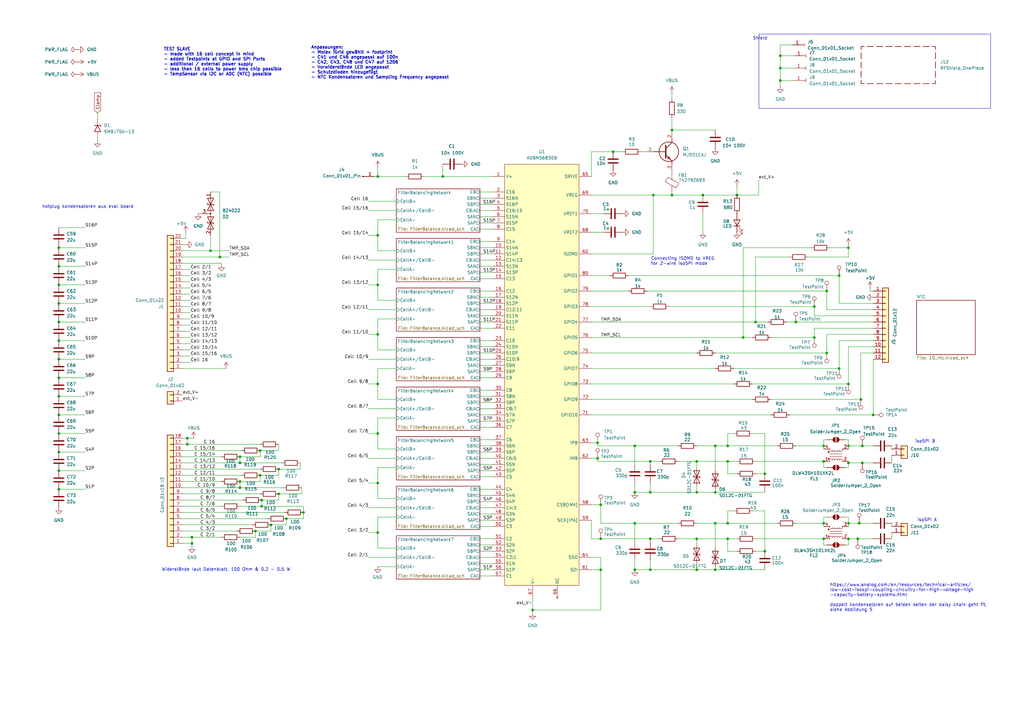
<source format=kicad_sch>
(kicad_sch
	(version 20231120)
	(generator "eeschema")
	(generator_version "8.0")
	(uuid "64eac9c4-e018-49db-b598-a7107a0db15b")
	(paper "A3")
	(lib_symbols
		(symbol "ADBMS6830B_lang:ADBMS6830B_Tall"
			(exclude_from_sim no)
			(in_bom yes)
			(on_board yes)
			(property "Reference" "U"
				(at 0 1.27 0)
				(effects
					(font
						(size 1.27 1.27)
					)
				)
			)
			(property "Value" "ADBMS6830B"
				(at 0 -1.27 0)
				(effects
					(font
						(size 1.27 1.27)
					)
				)
			)
			(property "Footprint" "ADBMS6830:QFP-80_12x12_Pitch0.5mm"
				(at -48.26 53.34 0)
				(effects
					(font
						(size 1.27 1.27)
					)
					(hide yes)
				)
			)
			(property "Datasheet" "~/ADBMS6830B_ADI.pdf"
				(at -48.26 53.34 0)
				(effects
					(font
						(size 1.27 1.27)
					)
					(hide yes)
				)
			)
			(property "Description" ""
				(at 0 0 0)
				(effects
					(font
						(size 1.27 1.27)
					)
					(hide yes)
				)
			)
			(symbol "ADBMS6830B_Tall_1_0"
				(pin input line
					(at -20.32 46.99 0)
					(length 5)
					(name "C14:13"
						(effects
							(font
								(size 1.27 1.27)
							)
						)
					)
					(number "12"
						(effects
							(font
								(size 1.27 1.27)
							)
						)
					)
				)
				(pin input line
					(at -20.32 6.35 0)
					(length 5)
					(name "C10:9"
						(effects
							(font
								(size 1.27 1.27)
							)
						)
					)
					(number "26"
						(effects
							(font
								(size 1.27 1.27)
							)
						)
					)
				)
				(pin input line
					(at -20.32 -13.97 0)
					(length 5)
					(name "C8:7"
						(effects
							(font
								(size 1.27 1.27)
							)
						)
					)
					(number "33"
						(effects
							(font
								(size 1.27 1.27)
							)
						)
					)
				)
				(pin input line
					(at -20.32 -34.29 0)
					(length 5)
					(name "C6:5"
						(effects
							(font
								(size 1.27 1.27)
							)
						)
					)
					(number "40"
						(effects
							(font
								(size 1.27 1.27)
							)
						)
					)
				)
				(pin input line
					(at -20.32 -54.61 0)
					(length 5)
					(name "C4:3"
						(effects
							(font
								(size 1.27 1.27)
							)
						)
					)
					(number "47"
						(effects
							(font
								(size 1.27 1.27)
							)
						)
					)
				)
				(pin input line
					(at -20.32 -74.93 0)
					(length 5)
					(name "C2:1"
						(effects
							(font
								(size 1.27 1.27)
							)
						)
					)
					(number "54"
						(effects
							(font
								(size 1.27 1.27)
							)
						)
					)
				)
				(pin no_connect line
					(at 6.35 -91.44 90)
					(length 5)
					(name "NC"
						(effects
							(font
								(size 1.27 1.27)
							)
						)
					)
					(number "66"
						(effects
							(font
								(size 1.27 1.27)
							)
						)
					)
				)
				(pin bidirectional line
					(at 20.32 -16.51 180)
					(length 5)
					(name "GPIO10"
						(effects
							(font
								(size 1.27 1.27)
							)
						)
					)
					(number "71"
						(effects
							(font
								(size 1.27 1.27)
							)
						)
					)
				)
			)
			(symbol "ADBMS6830B_Tall_1_1"
				(rectangle
					(start -15.24 86.36)
					(end 15.24 -86.36)
					(stroke
						(width 0)
						(type default)
					)
					(fill
						(type background)
					)
				)
				(pin power_out line
					(at -20.32 81.28 0)
					(length 5)
					(name "V+"
						(effects
							(font
								(size 1.27 1.27)
							)
						)
					)
					(number "1"
						(effects
							(font
								(size 1.27 1.27)
							)
						)
					)
				)
				(pin input line
					(at -20.32 52.07 0)
					(length 5)
					(name "S14N"
						(effects
							(font
								(size 1.27 1.27)
							)
						)
					)
					(number "10"
						(effects
							(font
								(size 1.27 1.27)
							)
						)
					)
				)
				(pin input line
					(at -20.32 49.53 0)
					(length 5)
					(name "S14P"
						(effects
							(font
								(size 1.27 1.27)
							)
						)
					)
					(number "11"
						(effects
							(font
								(size 1.27 1.27)
							)
						)
					)
				)
				(pin input line
					(at -20.32 44.45 0)
					(length 5)
					(name "S13N"
						(effects
							(font
								(size 1.27 1.27)
							)
						)
					)
					(number "13"
						(effects
							(font
								(size 1.27 1.27)
							)
						)
					)
				)
				(pin input line
					(at -20.32 41.91 0)
					(length 5)
					(name "S13P"
						(effects
							(font
								(size 1.27 1.27)
							)
						)
					)
					(number "14"
						(effects
							(font
								(size 1.27 1.27)
							)
						)
					)
				)
				(pin input line
					(at -20.32 39.37 0)
					(length 5)
					(name "C13"
						(effects
							(font
								(size 1.27 1.27)
							)
						)
					)
					(number "15"
						(effects
							(font
								(size 1.27 1.27)
							)
						)
					)
				)
				(pin input line
					(at -20.32 34.29 0)
					(length 5)
					(name "C12"
						(effects
							(font
								(size 1.27 1.27)
							)
						)
					)
					(number "16"
						(effects
							(font
								(size 1.27 1.27)
							)
						)
					)
				)
				(pin input line
					(at -20.32 31.75 0)
					(length 5)
					(name "S12N"
						(effects
							(font
								(size 1.27 1.27)
							)
						)
					)
					(number "17"
						(effects
							(font
								(size 1.27 1.27)
							)
						)
					)
				)
				(pin input line
					(at -20.32 29.21 0)
					(length 5)
					(name "S12P"
						(effects
							(font
								(size 1.27 1.27)
							)
						)
					)
					(number "18"
						(effects
							(font
								(size 1.27 1.27)
							)
						)
					)
				)
				(pin input line
					(at -20.32 26.67 0)
					(length 5)
					(name "C12:11"
						(effects
							(font
								(size 1.27 1.27)
							)
						)
					)
					(number "19"
						(effects
							(font
								(size 1.27 1.27)
							)
						)
					)
				)
				(pin input line
					(at -20.32 74.93 0)
					(length 5)
					(name "C16"
						(effects
							(font
								(size 1.27 1.27)
							)
						)
					)
					(number "2"
						(effects
							(font
								(size 1.27 1.27)
							)
						)
					)
				)
				(pin input line
					(at -20.32 24.13 0)
					(length 5)
					(name "S11N"
						(effects
							(font
								(size 1.27 1.27)
							)
						)
					)
					(number "20"
						(effects
							(font
								(size 1.27 1.27)
							)
						)
					)
				)
				(pin input line
					(at -20.32 21.59 0)
					(length 5)
					(name "S11P"
						(effects
							(font
								(size 1.27 1.27)
							)
						)
					)
					(number "21"
						(effects
							(font
								(size 1.27 1.27)
							)
						)
					)
				)
				(pin input line
					(at -20.32 19.05 0)
					(length 5)
					(name "C11"
						(effects
							(font
								(size 1.27 1.27)
							)
						)
					)
					(number "22"
						(effects
							(font
								(size 1.27 1.27)
							)
						)
					)
				)
				(pin input line
					(at -20.32 13.97 0)
					(length 5)
					(name "C10"
						(effects
							(font
								(size 1.27 1.27)
							)
						)
					)
					(number "23"
						(effects
							(font
								(size 1.27 1.27)
							)
						)
					)
				)
				(pin input line
					(at -20.32 11.43 0)
					(length 5)
					(name "S10N"
						(effects
							(font
								(size 1.27 1.27)
							)
						)
					)
					(number "24"
						(effects
							(font
								(size 1.27 1.27)
							)
						)
					)
				)
				(pin input line
					(at -20.32 8.89 0)
					(length 5)
					(name "S10P"
						(effects
							(font
								(size 1.27 1.27)
							)
						)
					)
					(number "25"
						(effects
							(font
								(size 1.27 1.27)
							)
						)
					)
				)
				(pin input line
					(at -20.32 3.81 0)
					(length 5)
					(name "S9N"
						(effects
							(font
								(size 1.27 1.27)
							)
						)
					)
					(number "27"
						(effects
							(font
								(size 1.27 1.27)
							)
						)
					)
				)
				(pin input line
					(at -20.32 1.27 0)
					(length 5)
					(name "S9P"
						(effects
							(font
								(size 1.27 1.27)
							)
						)
					)
					(number "28"
						(effects
							(font
								(size 1.27 1.27)
							)
						)
					)
				)
				(pin input line
					(at -20.32 -1.27 0)
					(length 5)
					(name "C9"
						(effects
							(font
								(size 1.27 1.27)
							)
						)
					)
					(number "29"
						(effects
							(font
								(size 1.27 1.27)
							)
						)
					)
				)
				(pin input line
					(at -20.32 72.39 0)
					(length 5)
					(name "S16N"
						(effects
							(font
								(size 1.27 1.27)
							)
						)
					)
					(number "3"
						(effects
							(font
								(size 1.27 1.27)
							)
						)
					)
				)
				(pin input line
					(at -20.32 -6.35 0)
					(length 5)
					(name "C8"
						(effects
							(font
								(size 1.27 1.27)
							)
						)
					)
					(number "30"
						(effects
							(font
								(size 1.27 1.27)
							)
						)
					)
				)
				(pin input line
					(at -20.32 -8.89 0)
					(length 5)
					(name "S8N"
						(effects
							(font
								(size 1.27 1.27)
							)
						)
					)
					(number "31"
						(effects
							(font
								(size 1.27 1.27)
							)
						)
					)
				)
				(pin input line
					(at -20.32 -11.43 0)
					(length 5)
					(name "S8P"
						(effects
							(font
								(size 1.27 1.27)
							)
						)
					)
					(number "32"
						(effects
							(font
								(size 1.27 1.27)
							)
						)
					)
				)
				(pin input line
					(at -20.32 -16.51 0)
					(length 5)
					(name "S7N"
						(effects
							(font
								(size 1.27 1.27)
							)
						)
					)
					(number "34"
						(effects
							(font
								(size 1.27 1.27)
							)
						)
					)
				)
				(pin input line
					(at -20.32 -19.05 0)
					(length 5)
					(name "S7P"
						(effects
							(font
								(size 1.27 1.27)
							)
						)
					)
					(number "35"
						(effects
							(font
								(size 1.27 1.27)
							)
						)
					)
				)
				(pin input line
					(at -20.32 -21.59 0)
					(length 5)
					(name "C7"
						(effects
							(font
								(size 1.27 1.27)
							)
						)
					)
					(number "36"
						(effects
							(font
								(size 1.27 1.27)
							)
						)
					)
				)
				(pin input line
					(at -20.32 -26.67 0)
					(length 5)
					(name "C6"
						(effects
							(font
								(size 1.27 1.27)
							)
						)
					)
					(number "37"
						(effects
							(font
								(size 1.27 1.27)
							)
						)
					)
				)
				(pin input line
					(at -20.32 -29.21 0)
					(length 5)
					(name "S6N"
						(effects
							(font
								(size 1.27 1.27)
							)
						)
					)
					(number "38"
						(effects
							(font
								(size 1.27 1.27)
							)
						)
					)
				)
				(pin input line
					(at -20.32 -31.75 0)
					(length 5)
					(name "S6P"
						(effects
							(font
								(size 1.27 1.27)
							)
						)
					)
					(number "39"
						(effects
							(font
								(size 1.27 1.27)
							)
						)
					)
				)
				(pin input line
					(at -20.32 69.85 0)
					(length 5)
					(name "S16P"
						(effects
							(font
								(size 1.27 1.27)
							)
						)
					)
					(number "4"
						(effects
							(font
								(size 1.27 1.27)
							)
						)
					)
				)
				(pin input line
					(at -20.32 -36.83 0)
					(length 5)
					(name "S5N"
						(effects
							(font
								(size 1.27 1.27)
							)
						)
					)
					(number "41"
						(effects
							(font
								(size 1.27 1.27)
							)
						)
					)
				)
				(pin input line
					(at -20.32 -39.37 0)
					(length 5)
					(name "S5P"
						(effects
							(font
								(size 1.27 1.27)
							)
						)
					)
					(number "42"
						(effects
							(font
								(size 1.27 1.27)
							)
						)
					)
				)
				(pin input line
					(at -20.32 -41.91 0)
					(length 5)
					(name "C5"
						(effects
							(font
								(size 1.27 1.27)
							)
						)
					)
					(number "43"
						(effects
							(font
								(size 1.27 1.27)
							)
						)
					)
				)
				(pin input line
					(at -20.32 -46.99 0)
					(length 5)
					(name "C4"
						(effects
							(font
								(size 1.27 1.27)
							)
						)
					)
					(number "44"
						(effects
							(font
								(size 1.27 1.27)
							)
						)
					)
				)
				(pin input line
					(at -20.32 -49.53 0)
					(length 5)
					(name "S4N"
						(effects
							(font
								(size 1.27 1.27)
							)
						)
					)
					(number "45"
						(effects
							(font
								(size 1.27 1.27)
							)
						)
					)
				)
				(pin input line
					(at -20.32 -52.07 0)
					(length 5)
					(name "S4P"
						(effects
							(font
								(size 1.27 1.27)
							)
						)
					)
					(number "46"
						(effects
							(font
								(size 1.27 1.27)
							)
						)
					)
				)
				(pin input line
					(at -20.32 -57.15 0)
					(length 5)
					(name "S3N"
						(effects
							(font
								(size 1.27 1.27)
							)
						)
					)
					(number "48"
						(effects
							(font
								(size 1.27 1.27)
							)
						)
					)
				)
				(pin input line
					(at -20.32 -59.69 0)
					(length 5)
					(name "S3P"
						(effects
							(font
								(size 1.27 1.27)
							)
						)
					)
					(number "49"
						(effects
							(font
								(size 1.27 1.27)
							)
						)
					)
				)
				(pin input line
					(at -20.32 67.31 0)
					(length 5)
					(name "C16:15"
						(effects
							(font
								(size 1.27 1.27)
							)
						)
					)
					(number "5"
						(effects
							(font
								(size 1.27 1.27)
							)
						)
					)
				)
				(pin input line
					(at -20.32 -62.23 0)
					(length 5)
					(name "C3"
						(effects
							(font
								(size 1.27 1.27)
							)
						)
					)
					(number "50"
						(effects
							(font
								(size 1.27 1.27)
							)
						)
					)
				)
				(pin input line
					(at -20.32 -67.31 0)
					(length 5)
					(name "C2"
						(effects
							(font
								(size 1.27 1.27)
							)
						)
					)
					(number "51"
						(effects
							(font
								(size 1.27 1.27)
							)
						)
					)
				)
				(pin input line
					(at -20.32 -69.85 0)
					(length 5)
					(name "S2N"
						(effects
							(font
								(size 1.27 1.27)
							)
						)
					)
					(number "52"
						(effects
							(font
								(size 1.27 1.27)
							)
						)
					)
				)
				(pin input line
					(at -20.32 -72.39 0)
					(length 5)
					(name "S2P"
						(effects
							(font
								(size 1.27 1.27)
							)
						)
					)
					(number "53"
						(effects
							(font
								(size 1.27 1.27)
							)
						)
					)
				)
				(pin input line
					(at -20.32 -77.47 0)
					(length 5)
					(name "S1N"
						(effects
							(font
								(size 1.27 1.27)
							)
						)
					)
					(number "55"
						(effects
							(font
								(size 1.27 1.27)
							)
						)
					)
				)
				(pin input line
					(at -20.32 -80.01 0)
					(length 5)
					(name "S1P"
						(effects
							(font
								(size 1.27 1.27)
							)
						)
					)
					(number "56"
						(effects
							(font
								(size 1.27 1.27)
							)
						)
					)
				)
				(pin input line
					(at -20.32 -82.55 0)
					(length 5)
					(name "C1"
						(effects
							(font
								(size 1.27 1.27)
							)
						)
					)
					(number "57"
						(effects
							(font
								(size 1.27 1.27)
							)
						)
					)
				)
				(pin bidirectional line
					(at 20.32 -53.34 180)
					(length 5)
					(name "CSB(IMA)"
						(effects
							(font
								(size 1.27 1.27)
							)
						)
					)
					(number "58"
						(effects
							(font
								(size 1.27 1.27)
							)
						)
					)
				)
				(pin bidirectional line
					(at 20.32 -59.69 180)
					(length 5)
					(name "SCK(IPA)"
						(effects
							(font
								(size 1.27 1.27)
							)
						)
					)
					(number "59"
						(effects
							(font
								(size 1.27 1.27)
							)
						)
					)
				)
				(pin input line
					(at -20.32 64.77 0)
					(length 5)
					(name "S15N"
						(effects
							(font
								(size 1.27 1.27)
							)
						)
					)
					(number "6"
						(effects
							(font
								(size 1.27 1.27)
							)
						)
					)
				)
				(pin bidirectional line
					(at 20.32 49.53 180)
					(length 5)
					(name "ISOMD"
						(effects
							(font
								(size 1.27 1.27)
							)
						)
					)
					(number "60"
						(effects
							(font
								(size 1.27 1.27)
							)
						)
					)
				)
				(pin bidirectional line
					(at 20.32 -80.01 180)
					(length 5)
					(name "SDI"
						(effects
							(font
								(size 1.27 1.27)
							)
						)
					)
					(number "61"
						(effects
							(font
								(size 1.27 1.27)
							)
						)
					)
				)
				(pin bidirectional line
					(at 20.32 -34.29 180)
					(length 5)
					(name "IMB"
						(effects
							(font
								(size 1.27 1.27)
							)
						)
					)
					(number "62"
						(effects
							(font
								(size 1.27 1.27)
							)
						)
					)
				)
				(pin bidirectional line
					(at 20.32 -27.94 180)
					(length 5)
					(name "IPB"
						(effects
							(font
								(size 1.27 1.27)
							)
						)
					)
					(number "63"
						(effects
							(font
								(size 1.27 1.27)
							)
						)
					)
				)
				(pin bidirectional line
					(at 20.32 -74.93 180)
					(length 5)
					(name "SDO"
						(effects
							(font
								(size 1.27 1.27)
							)
						)
					)
					(number "64"
						(effects
							(font
								(size 1.27 1.27)
							)
						)
					)
				)
				(pin bidirectional line
					(at 20.32 81.28 180)
					(length 5)
					(name "DRIVE"
						(effects
							(font
								(size 1.27 1.27)
							)
						)
					)
					(number "65"
						(effects
							(font
								(size 1.27 1.27)
							)
						)
					)
				)
				(pin input line
					(at -3.81 -91.44 90)
					(length 5)
					(name "V-"
						(effects
							(font
								(size 1.27 1.27)
							)
						)
					)
					(number "67"
						(effects
							(font
								(size 1.27 1.27)
							)
						)
					)
				)
				(pin power_out line
					(at 20.32 58.42 180)
					(length 5)
					(name "VREF2"
						(effects
							(font
								(size 1.27 1.27)
							)
						)
					)
					(number "68"
						(effects
							(font
								(size 1.27 1.27)
							)
						)
					)
				)
				(pin input line
					(at 20.32 73.66 180)
					(length 5)
					(name "VREG"
						(effects
							(font
								(size 1.27 1.27)
							)
						)
					)
					(number "69"
						(effects
							(font
								(size 1.27 1.27)
							)
						)
					)
				)
				(pin input line
					(at -20.32 62.23 0)
					(length 5)
					(name "S15P"
						(effects
							(font
								(size 1.27 1.27)
							)
						)
					)
					(number "7"
						(effects
							(font
								(size 1.27 1.27)
							)
						)
					)
				)
				(pin power_out line
					(at 20.32 66.04 180)
					(length 5)
					(name "VREF1"
						(effects
							(font
								(size 1.27 1.27)
							)
						)
					)
					(number "70"
						(effects
							(font
								(size 1.27 1.27)
							)
						)
					)
				)
				(pin bidirectional line
					(at 20.32 -10.16 180)
					(length 5)
					(name "GPIO9"
						(effects
							(font
								(size 1.27 1.27)
							)
						)
					)
					(number "72"
						(effects
							(font
								(size 1.27 1.27)
							)
						)
					)
				)
				(pin bidirectional line
					(at 20.32 -3.81 180)
					(length 5)
					(name "GPIO8"
						(effects
							(font
								(size 1.27 1.27)
							)
						)
					)
					(number "73"
						(effects
							(font
								(size 1.27 1.27)
							)
						)
					)
				)
				(pin bidirectional line
					(at 20.32 2.54 180)
					(length 5)
					(name "GPIO7"
						(effects
							(font
								(size 1.27 1.27)
							)
						)
					)
					(number "74"
						(effects
							(font
								(size 1.27 1.27)
							)
						)
					)
				)
				(pin bidirectional line
					(at 20.32 8.89 180)
					(length 5)
					(name "GPIO6"
						(effects
							(font
								(size 1.27 1.27)
							)
						)
					)
					(number "75"
						(effects
							(font
								(size 1.27 1.27)
							)
						)
					)
				)
				(pin bidirectional line
					(at 20.32 15.24 180)
					(length 5)
					(name "GPIO5"
						(effects
							(font
								(size 1.27 1.27)
							)
						)
					)
					(number "76"
						(effects
							(font
								(size 1.27 1.27)
							)
						)
					)
				)
				(pin bidirectional line
					(at 20.32 21.59 180)
					(length 5)
					(name "GPIO4"
						(effects
							(font
								(size 1.27 1.27)
							)
						)
					)
					(number "77"
						(effects
							(font
								(size 1.27 1.27)
							)
						)
					)
				)
				(pin bidirectional line
					(at 20.32 27.94 180)
					(length 5)
					(name "GPIO3"
						(effects
							(font
								(size 1.27 1.27)
							)
						)
					)
					(number "78"
						(effects
							(font
								(size 1.27 1.27)
							)
						)
					)
				)
				(pin bidirectional line
					(at 20.32 34.29 180)
					(length 5)
					(name "GPIO2"
						(effects
							(font
								(size 1.27 1.27)
							)
						)
					)
					(number "79"
						(effects
							(font
								(size 1.27 1.27)
							)
						)
					)
				)
				(pin input line
					(at -20.32 59.69 0)
					(length 5)
					(name "C15"
						(effects
							(font
								(size 1.27 1.27)
							)
						)
					)
					(number "8"
						(effects
							(font
								(size 1.27 1.27)
							)
						)
					)
				)
				(pin bidirectional line
					(at 20.32 40.64 180)
					(length 5)
					(name "GPIO1"
						(effects
							(font
								(size 1.27 1.27)
							)
						)
					)
					(number "80"
						(effects
							(font
								(size 1.27 1.27)
							)
						)
					)
				)
				(pin input line
					(at -20.32 54.61 0)
					(length 5)
					(name "C14"
						(effects
							(font
								(size 1.27 1.27)
							)
						)
					)
					(number "9"
						(effects
							(font
								(size 1.27 1.27)
							)
						)
					)
				)
			)
		)
		(symbol "Connector:Conn_01x01_Pin"
			(pin_names
				(offset 1.016) hide)
			(exclude_from_sim no)
			(in_bom yes)
			(on_board yes)
			(property "Reference" "J"
				(at 0 2.54 0)
				(effects
					(font
						(size 1.27 1.27)
					)
				)
			)
			(property "Value" "Conn_01x01_Pin"
				(at 0 -2.54 0)
				(effects
					(font
						(size 1.27 1.27)
					)
				)
			)
			(property "Footprint" ""
				(at 0 0 0)
				(effects
					(font
						(size 1.27 1.27)
					)
					(hide yes)
				)
			)
			(property "Datasheet" "~"
				(at 0 0 0)
				(effects
					(font
						(size 1.27 1.27)
					)
					(hide yes)
				)
			)
			(property "Description" "Generic connector, single row, 01x01, script generated"
				(at 0 0 0)
				(effects
					(font
						(size 1.27 1.27)
					)
					(hide yes)
				)
			)
			(property "ki_locked" ""
				(at 0 0 0)
				(effects
					(font
						(size 1.27 1.27)
					)
				)
			)
			(property "ki_keywords" "connector"
				(at 0 0 0)
				(effects
					(font
						(size 1.27 1.27)
					)
					(hide yes)
				)
			)
			(property "ki_fp_filters" "Connector*:*_1x??_*"
				(at 0 0 0)
				(effects
					(font
						(size 1.27 1.27)
					)
					(hide yes)
				)
			)
			(symbol "Conn_01x01_Pin_1_1"
				(polyline
					(pts
						(xy 1.27 0) (xy 0.8636 0)
					)
					(stroke
						(width 0.1524)
						(type default)
					)
					(fill
						(type none)
					)
				)
				(rectangle
					(start 0.8636 0.127)
					(end 0 -0.127)
					(stroke
						(width 0.1524)
						(type default)
					)
					(fill
						(type outline)
					)
				)
				(pin passive line
					(at 5.08 0 180)
					(length 3.81)
					(name "Pin_1"
						(effects
							(font
								(size 1.27 1.27)
							)
						)
					)
					(number "1"
						(effects
							(font
								(size 1.27 1.27)
							)
						)
					)
				)
			)
		)
		(symbol "Connector:Conn_01x01_Socket"
			(pin_names
				(offset 1.016) hide)
			(exclude_from_sim no)
			(in_bom yes)
			(on_board yes)
			(property "Reference" "J"
				(at 0 2.54 0)
				(effects
					(font
						(size 1.27 1.27)
					)
				)
			)
			(property "Value" "Conn_01x01_Socket"
				(at 0 -2.54 0)
				(effects
					(font
						(size 1.27 1.27)
					)
				)
			)
			(property "Footprint" ""
				(at 0 0 0)
				(effects
					(font
						(size 1.27 1.27)
					)
					(hide yes)
				)
			)
			(property "Datasheet" "~"
				(at 0 0 0)
				(effects
					(font
						(size 1.27 1.27)
					)
					(hide yes)
				)
			)
			(property "Description" "Generic connector, single row, 01x01, script generated"
				(at 0 0 0)
				(effects
					(font
						(size 1.27 1.27)
					)
					(hide yes)
				)
			)
			(property "ki_locked" ""
				(at 0 0 0)
				(effects
					(font
						(size 1.27 1.27)
					)
				)
			)
			(property "ki_keywords" "connector"
				(at 0 0 0)
				(effects
					(font
						(size 1.27 1.27)
					)
					(hide yes)
				)
			)
			(property "ki_fp_filters" "Connector*:*_1x??_*"
				(at 0 0 0)
				(effects
					(font
						(size 1.27 1.27)
					)
					(hide yes)
				)
			)
			(symbol "Conn_01x01_Socket_1_1"
				(polyline
					(pts
						(xy -1.27 0) (xy -0.508 0)
					)
					(stroke
						(width 0.1524)
						(type default)
					)
					(fill
						(type none)
					)
				)
				(arc
					(start 0 0.508)
					(mid -0.5058 0)
					(end 0 -0.508)
					(stroke
						(width 0.1524)
						(type default)
					)
					(fill
						(type none)
					)
				)
				(pin passive line
					(at -5.08 0 0)
					(length 3.81)
					(name "Pin_1"
						(effects
							(font
								(size 1.27 1.27)
							)
						)
					)
					(number "1"
						(effects
							(font
								(size 1.27 1.27)
							)
						)
					)
				)
			)
		)
		(symbol "Connector:TestPoint"
			(pin_numbers hide)
			(pin_names
				(offset 0.762) hide)
			(exclude_from_sim no)
			(in_bom yes)
			(on_board yes)
			(property "Reference" "TP"
				(at 0 6.858 0)
				(effects
					(font
						(size 1.27 1.27)
					)
				)
			)
			(property "Value" "TestPoint"
				(at 0 5.08 0)
				(effects
					(font
						(size 1.27 1.27)
					)
				)
			)
			(property "Footprint" ""
				(at 5.08 0 0)
				(effects
					(font
						(size 1.27 1.27)
					)
					(hide yes)
				)
			)
			(property "Datasheet" "~"
				(at 5.08 0 0)
				(effects
					(font
						(size 1.27 1.27)
					)
					(hide yes)
				)
			)
			(property "Description" "test point"
				(at 0 0 0)
				(effects
					(font
						(size 1.27 1.27)
					)
					(hide yes)
				)
			)
			(property "ki_keywords" "test point tp"
				(at 0 0 0)
				(effects
					(font
						(size 1.27 1.27)
					)
					(hide yes)
				)
			)
			(property "ki_fp_filters" "Pin* Test*"
				(at 0 0 0)
				(effects
					(font
						(size 1.27 1.27)
					)
					(hide yes)
				)
			)
			(symbol "TestPoint_0_1"
				(circle
					(center 0 3.302)
					(radius 0.762)
					(stroke
						(width 0)
						(type default)
					)
					(fill
						(type none)
					)
				)
			)
			(symbol "TestPoint_1_1"
				(pin passive line
					(at 0 0 90)
					(length 2.54)
					(name "1"
						(effects
							(font
								(size 1.27 1.27)
							)
						)
					)
					(number "1"
						(effects
							(font
								(size 1.27 1.27)
							)
						)
					)
				)
			)
		)
		(symbol "Connector_Generic:Conn_01x02"
			(pin_names
				(offset 1.016) hide)
			(exclude_from_sim no)
			(in_bom yes)
			(on_board yes)
			(property "Reference" "J"
				(at 0 2.54 0)
				(effects
					(font
						(size 1.27 1.27)
					)
				)
			)
			(property "Value" "Conn_01x02"
				(at 0 -5.08 0)
				(effects
					(font
						(size 1.27 1.27)
					)
				)
			)
			(property "Footprint" ""
				(at 0 0 0)
				(effects
					(font
						(size 1.27 1.27)
					)
					(hide yes)
				)
			)
			(property "Datasheet" "~"
				(at 0 0 0)
				(effects
					(font
						(size 1.27 1.27)
					)
					(hide yes)
				)
			)
			(property "Description" "Generic connector, single row, 01x02, script generated (kicad-library-utils/schlib/autogen/connector/)"
				(at 0 0 0)
				(effects
					(font
						(size 1.27 1.27)
					)
					(hide yes)
				)
			)
			(property "ki_keywords" "connector"
				(at 0 0 0)
				(effects
					(font
						(size 1.27 1.27)
					)
					(hide yes)
				)
			)
			(property "ki_fp_filters" "Connector*:*_1x??_*"
				(at 0 0 0)
				(effects
					(font
						(size 1.27 1.27)
					)
					(hide yes)
				)
			)
			(symbol "Conn_01x02_1_1"
				(rectangle
					(start -1.27 -2.413)
					(end 0 -2.667)
					(stroke
						(width 0.1524)
						(type default)
					)
					(fill
						(type none)
					)
				)
				(rectangle
					(start -1.27 0.127)
					(end 0 -0.127)
					(stroke
						(width 0.1524)
						(type default)
					)
					(fill
						(type none)
					)
				)
				(rectangle
					(start -1.27 1.27)
					(end 1.27 -3.81)
					(stroke
						(width 0.254)
						(type default)
					)
					(fill
						(type background)
					)
				)
				(pin passive line
					(at -5.08 0 0)
					(length 3.81)
					(name "Pin_1"
						(effects
							(font
								(size 1.27 1.27)
							)
						)
					)
					(number "1"
						(effects
							(font
								(size 1.27 1.27)
							)
						)
					)
				)
				(pin passive line
					(at -5.08 -2.54 0)
					(length 3.81)
					(name "Pin_2"
						(effects
							(font
								(size 1.27 1.27)
							)
						)
					)
					(number "2"
						(effects
							(font
								(size 1.27 1.27)
							)
						)
					)
				)
			)
		)
		(symbol "Connector_Generic:Conn_01x12"
			(pin_names
				(offset 1.016) hide)
			(exclude_from_sim no)
			(in_bom yes)
			(on_board yes)
			(property "Reference" "J"
				(at 0 15.24 0)
				(effects
					(font
						(size 1.27 1.27)
					)
				)
			)
			(property "Value" "Conn_01x12"
				(at 0 -17.78 0)
				(effects
					(font
						(size 1.27 1.27)
					)
				)
			)
			(property "Footprint" ""
				(at 0 0 0)
				(effects
					(font
						(size 1.27 1.27)
					)
					(hide yes)
				)
			)
			(property "Datasheet" "~"
				(at 0 0 0)
				(effects
					(font
						(size 1.27 1.27)
					)
					(hide yes)
				)
			)
			(property "Description" "Generic connector, single row, 01x12, script generated (kicad-library-utils/schlib/autogen/connector/)"
				(at 0 0 0)
				(effects
					(font
						(size 1.27 1.27)
					)
					(hide yes)
				)
			)
			(property "ki_keywords" "connector"
				(at 0 0 0)
				(effects
					(font
						(size 1.27 1.27)
					)
					(hide yes)
				)
			)
			(property "ki_fp_filters" "Connector*:*_1x??_*"
				(at 0 0 0)
				(effects
					(font
						(size 1.27 1.27)
					)
					(hide yes)
				)
			)
			(symbol "Conn_01x12_1_1"
				(rectangle
					(start -1.27 -15.113)
					(end 0 -15.367)
					(stroke
						(width 0.1524)
						(type default)
					)
					(fill
						(type none)
					)
				)
				(rectangle
					(start -1.27 -12.573)
					(end 0 -12.827)
					(stroke
						(width 0.1524)
						(type default)
					)
					(fill
						(type none)
					)
				)
				(rectangle
					(start -1.27 -10.033)
					(end 0 -10.287)
					(stroke
						(width 0.1524)
						(type default)
					)
					(fill
						(type none)
					)
				)
				(rectangle
					(start -1.27 -7.493)
					(end 0 -7.747)
					(stroke
						(width 0.1524)
						(type default)
					)
					(fill
						(type none)
					)
				)
				(rectangle
					(start -1.27 -4.953)
					(end 0 -5.207)
					(stroke
						(width 0.1524)
						(type default)
					)
					(fill
						(type none)
					)
				)
				(rectangle
					(start -1.27 -2.413)
					(end 0 -2.667)
					(stroke
						(width 0.1524)
						(type default)
					)
					(fill
						(type none)
					)
				)
				(rectangle
					(start -1.27 0.127)
					(end 0 -0.127)
					(stroke
						(width 0.1524)
						(type default)
					)
					(fill
						(type none)
					)
				)
				(rectangle
					(start -1.27 2.667)
					(end 0 2.413)
					(stroke
						(width 0.1524)
						(type default)
					)
					(fill
						(type none)
					)
				)
				(rectangle
					(start -1.27 5.207)
					(end 0 4.953)
					(stroke
						(width 0.1524)
						(type default)
					)
					(fill
						(type none)
					)
				)
				(rectangle
					(start -1.27 7.747)
					(end 0 7.493)
					(stroke
						(width 0.1524)
						(type default)
					)
					(fill
						(type none)
					)
				)
				(rectangle
					(start -1.27 10.287)
					(end 0 10.033)
					(stroke
						(width 0.1524)
						(type default)
					)
					(fill
						(type none)
					)
				)
				(rectangle
					(start -1.27 12.827)
					(end 0 12.573)
					(stroke
						(width 0.1524)
						(type default)
					)
					(fill
						(type none)
					)
				)
				(rectangle
					(start -1.27 13.97)
					(end 1.27 -16.51)
					(stroke
						(width 0.254)
						(type default)
					)
					(fill
						(type background)
					)
				)
				(pin passive line
					(at -5.08 12.7 0)
					(length 3.81)
					(name "Pin_1"
						(effects
							(font
								(size 1.27 1.27)
							)
						)
					)
					(number "1"
						(effects
							(font
								(size 1.27 1.27)
							)
						)
					)
				)
				(pin passive line
					(at -5.08 -10.16 0)
					(length 3.81)
					(name "Pin_10"
						(effects
							(font
								(size 1.27 1.27)
							)
						)
					)
					(number "10"
						(effects
							(font
								(size 1.27 1.27)
							)
						)
					)
				)
				(pin passive line
					(at -5.08 -12.7 0)
					(length 3.81)
					(name "Pin_11"
						(effects
							(font
								(size 1.27 1.27)
							)
						)
					)
					(number "11"
						(effects
							(font
								(size 1.27 1.27)
							)
						)
					)
				)
				(pin passive line
					(at -5.08 -15.24 0)
					(length 3.81)
					(name "Pin_12"
						(effects
							(font
								(size 1.27 1.27)
							)
						)
					)
					(number "12"
						(effects
							(font
								(size 1.27 1.27)
							)
						)
					)
				)
				(pin passive line
					(at -5.08 10.16 0)
					(length 3.81)
					(name "Pin_2"
						(effects
							(font
								(size 1.27 1.27)
							)
						)
					)
					(number "2"
						(effects
							(font
								(size 1.27 1.27)
							)
						)
					)
				)
				(pin passive line
					(at -5.08 7.62 0)
					(length 3.81)
					(name "Pin_3"
						(effects
							(font
								(size 1.27 1.27)
							)
						)
					)
					(number "3"
						(effects
							(font
								(size 1.27 1.27)
							)
						)
					)
				)
				(pin passive line
					(at -5.08 5.08 0)
					(length 3.81)
					(name "Pin_4"
						(effects
							(font
								(size 1.27 1.27)
							)
						)
					)
					(number "4"
						(effects
							(font
								(size 1.27 1.27)
							)
						)
					)
				)
				(pin passive line
					(at -5.08 2.54 0)
					(length 3.81)
					(name "Pin_5"
						(effects
							(font
								(size 1.27 1.27)
							)
						)
					)
					(number "5"
						(effects
							(font
								(size 1.27 1.27)
							)
						)
					)
				)
				(pin passive line
					(at -5.08 0 0)
					(length 3.81)
					(name "Pin_6"
						(effects
							(font
								(size 1.27 1.27)
							)
						)
					)
					(number "6"
						(effects
							(font
								(size 1.27 1.27)
							)
						)
					)
				)
				(pin passive line
					(at -5.08 -2.54 0)
					(length 3.81)
					(name "Pin_7"
						(effects
							(font
								(size 1.27 1.27)
							)
						)
					)
					(number "7"
						(effects
							(font
								(size 1.27 1.27)
							)
						)
					)
				)
				(pin passive line
					(at -5.08 -5.08 0)
					(length 3.81)
					(name "Pin_8"
						(effects
							(font
								(size 1.27 1.27)
							)
						)
					)
					(number "8"
						(effects
							(font
								(size 1.27 1.27)
							)
						)
					)
				)
				(pin passive line
					(at -5.08 -7.62 0)
					(length 3.81)
					(name "Pin_9"
						(effects
							(font
								(size 1.27 1.27)
							)
						)
					)
					(number "9"
						(effects
							(font
								(size 1.27 1.27)
							)
						)
					)
				)
			)
		)
		(symbol "Connector_Generic:Conn_01x18"
			(pin_names
				(offset 1.016) hide)
			(exclude_from_sim no)
			(in_bom yes)
			(on_board yes)
			(property "Reference" "J"
				(at 0 22.86 0)
				(effects
					(font
						(size 1.27 1.27)
					)
				)
			)
			(property "Value" "Conn_01x18"
				(at 0 -25.4 0)
				(effects
					(font
						(size 1.27 1.27)
					)
				)
			)
			(property "Footprint" ""
				(at 0 0 0)
				(effects
					(font
						(size 1.27 1.27)
					)
					(hide yes)
				)
			)
			(property "Datasheet" "~"
				(at 0 0 0)
				(effects
					(font
						(size 1.27 1.27)
					)
					(hide yes)
				)
			)
			(property "Description" "Generic connector, single row, 01x18, script generated (kicad-library-utils/schlib/autogen/connector/)"
				(at 0 0 0)
				(effects
					(font
						(size 1.27 1.27)
					)
					(hide yes)
				)
			)
			(property "ki_keywords" "connector"
				(at 0 0 0)
				(effects
					(font
						(size 1.27 1.27)
					)
					(hide yes)
				)
			)
			(property "ki_fp_filters" "Connector*:*_1x??_*"
				(at 0 0 0)
				(effects
					(font
						(size 1.27 1.27)
					)
					(hide yes)
				)
			)
			(symbol "Conn_01x18_1_1"
				(rectangle
					(start -1.27 -22.733)
					(end 0 -22.987)
					(stroke
						(width 0.1524)
						(type default)
					)
					(fill
						(type none)
					)
				)
				(rectangle
					(start -1.27 -20.193)
					(end 0 -20.447)
					(stroke
						(width 0.1524)
						(type default)
					)
					(fill
						(type none)
					)
				)
				(rectangle
					(start -1.27 -17.653)
					(end 0 -17.907)
					(stroke
						(width 0.1524)
						(type default)
					)
					(fill
						(type none)
					)
				)
				(rectangle
					(start -1.27 -15.113)
					(end 0 -15.367)
					(stroke
						(width 0.1524)
						(type default)
					)
					(fill
						(type none)
					)
				)
				(rectangle
					(start -1.27 -12.573)
					(end 0 -12.827)
					(stroke
						(width 0.1524)
						(type default)
					)
					(fill
						(type none)
					)
				)
				(rectangle
					(start -1.27 -10.033)
					(end 0 -10.287)
					(stroke
						(width 0.1524)
						(type default)
					)
					(fill
						(type none)
					)
				)
				(rectangle
					(start -1.27 -7.493)
					(end 0 -7.747)
					(stroke
						(width 0.1524)
						(type default)
					)
					(fill
						(type none)
					)
				)
				(rectangle
					(start -1.27 -4.953)
					(end 0 -5.207)
					(stroke
						(width 0.1524)
						(type default)
					)
					(fill
						(type none)
					)
				)
				(rectangle
					(start -1.27 -2.413)
					(end 0 -2.667)
					(stroke
						(width 0.1524)
						(type default)
					)
					(fill
						(type none)
					)
				)
				(rectangle
					(start -1.27 0.127)
					(end 0 -0.127)
					(stroke
						(width 0.1524)
						(type default)
					)
					(fill
						(type none)
					)
				)
				(rectangle
					(start -1.27 2.667)
					(end 0 2.413)
					(stroke
						(width 0.1524)
						(type default)
					)
					(fill
						(type none)
					)
				)
				(rectangle
					(start -1.27 5.207)
					(end 0 4.953)
					(stroke
						(width 0.1524)
						(type default)
					)
					(fill
						(type none)
					)
				)
				(rectangle
					(start -1.27 7.747)
					(end 0 7.493)
					(stroke
						(width 0.1524)
						(type default)
					)
					(fill
						(type none)
					)
				)
				(rectangle
					(start -1.27 10.287)
					(end 0 10.033)
					(stroke
						(width 0.1524)
						(type default)
					)
					(fill
						(type none)
					)
				)
				(rectangle
					(start -1.27 12.827)
					(end 0 12.573)
					(stroke
						(width 0.1524)
						(type default)
					)
					(fill
						(type none)
					)
				)
				(rectangle
					(start -1.27 15.367)
					(end 0 15.113)
					(stroke
						(width 0.1524)
						(type default)
					)
					(fill
						(type none)
					)
				)
				(rectangle
					(start -1.27 17.907)
					(end 0 17.653)
					(stroke
						(width 0.1524)
						(type default)
					)
					(fill
						(type none)
					)
				)
				(rectangle
					(start -1.27 20.447)
					(end 0 20.193)
					(stroke
						(width 0.1524)
						(type default)
					)
					(fill
						(type none)
					)
				)
				(rectangle
					(start -1.27 21.59)
					(end 1.27 -24.13)
					(stroke
						(width 0.254)
						(type default)
					)
					(fill
						(type background)
					)
				)
				(pin passive line
					(at -5.08 20.32 0)
					(length 3.81)
					(name "Pin_1"
						(effects
							(font
								(size 1.27 1.27)
							)
						)
					)
					(number "1"
						(effects
							(font
								(size 1.27 1.27)
							)
						)
					)
				)
				(pin passive line
					(at -5.08 -2.54 0)
					(length 3.81)
					(name "Pin_10"
						(effects
							(font
								(size 1.27 1.27)
							)
						)
					)
					(number "10"
						(effects
							(font
								(size 1.27 1.27)
							)
						)
					)
				)
				(pin passive line
					(at -5.08 -5.08 0)
					(length 3.81)
					(name "Pin_11"
						(effects
							(font
								(size 1.27 1.27)
							)
						)
					)
					(number "11"
						(effects
							(font
								(size 1.27 1.27)
							)
						)
					)
				)
				(pin passive line
					(at -5.08 -7.62 0)
					(length 3.81)
					(name "Pin_12"
						(effects
							(font
								(size 1.27 1.27)
							)
						)
					)
					(number "12"
						(effects
							(font
								(size 1.27 1.27)
							)
						)
					)
				)
				(pin passive line
					(at -5.08 -10.16 0)
					(length 3.81)
					(name "Pin_13"
						(effects
							(font
								(size 1.27 1.27)
							)
						)
					)
					(number "13"
						(effects
							(font
								(size 1.27 1.27)
							)
						)
					)
				)
				(pin passive line
					(at -5.08 -12.7 0)
					(length 3.81)
					(name "Pin_14"
						(effects
							(font
								(size 1.27 1.27)
							)
						)
					)
					(number "14"
						(effects
							(font
								(size 1.27 1.27)
							)
						)
					)
				)
				(pin passive line
					(at -5.08 -15.24 0)
					(length 3.81)
					(name "Pin_15"
						(effects
							(font
								(size 1.27 1.27)
							)
						)
					)
					(number "15"
						(effects
							(font
								(size 1.27 1.27)
							)
						)
					)
				)
				(pin passive line
					(at -5.08 -17.78 0)
					(length 3.81)
					(name "Pin_16"
						(effects
							(font
								(size 1.27 1.27)
							)
						)
					)
					(number "16"
						(effects
							(font
								(size 1.27 1.27)
							)
						)
					)
				)
				(pin passive line
					(at -5.08 -20.32 0)
					(length 3.81)
					(name "Pin_17"
						(effects
							(font
								(size 1.27 1.27)
							)
						)
					)
					(number "17"
						(effects
							(font
								(size 1.27 1.27)
							)
						)
					)
				)
				(pin passive line
					(at -5.08 -22.86 0)
					(length 3.81)
					(name "Pin_18"
						(effects
							(font
								(size 1.27 1.27)
							)
						)
					)
					(number "18"
						(effects
							(font
								(size 1.27 1.27)
							)
						)
					)
				)
				(pin passive line
					(at -5.08 17.78 0)
					(length 3.81)
					(name "Pin_2"
						(effects
							(font
								(size 1.27 1.27)
							)
						)
					)
					(number "2"
						(effects
							(font
								(size 1.27 1.27)
							)
						)
					)
				)
				(pin passive line
					(at -5.08 15.24 0)
					(length 3.81)
					(name "Pin_3"
						(effects
							(font
								(size 1.27 1.27)
							)
						)
					)
					(number "3"
						(effects
							(font
								(size 1.27 1.27)
							)
						)
					)
				)
				(pin passive line
					(at -5.08 12.7 0)
					(length 3.81)
					(name "Pin_4"
						(effects
							(font
								(size 1.27 1.27)
							)
						)
					)
					(number "4"
						(effects
							(font
								(size 1.27 1.27)
							)
						)
					)
				)
				(pin passive line
					(at -5.08 10.16 0)
					(length 3.81)
					(name "Pin_5"
						(effects
							(font
								(size 1.27 1.27)
							)
						)
					)
					(number "5"
						(effects
							(font
								(size 1.27 1.27)
							)
						)
					)
				)
				(pin passive line
					(at -5.08 7.62 0)
					(length 3.81)
					(name "Pin_6"
						(effects
							(font
								(size 1.27 1.27)
							)
						)
					)
					(number "6"
						(effects
							(font
								(size 1.27 1.27)
							)
						)
					)
				)
				(pin passive line
					(at -5.08 5.08 0)
					(length 3.81)
					(name "Pin_7"
						(effects
							(font
								(size 1.27 1.27)
							)
						)
					)
					(number "7"
						(effects
							(font
								(size 1.27 1.27)
							)
						)
					)
				)
				(pin passive line
					(at -5.08 2.54 0)
					(length 3.81)
					(name "Pin_8"
						(effects
							(font
								(size 1.27 1.27)
							)
						)
					)
					(number "8"
						(effects
							(font
								(size 1.27 1.27)
							)
						)
					)
				)
				(pin passive line
					(at -5.08 0 0)
					(length 3.81)
					(name "Pin_9"
						(effects
							(font
								(size 1.27 1.27)
							)
						)
					)
					(number "9"
						(effects
							(font
								(size 1.27 1.27)
							)
						)
					)
				)
			)
		)
		(symbol "Connector_Generic:Conn_01x22"
			(pin_names
				(offset 1.016) hide)
			(exclude_from_sim no)
			(in_bom yes)
			(on_board yes)
			(property "Reference" "J"
				(at 0 27.94 0)
				(effects
					(font
						(size 1.27 1.27)
					)
				)
			)
			(property "Value" "Conn_01x22"
				(at 0 -30.48 0)
				(effects
					(font
						(size 1.27 1.27)
					)
				)
			)
			(property "Footprint" ""
				(at 0 0 0)
				(effects
					(font
						(size 1.27 1.27)
					)
					(hide yes)
				)
			)
			(property "Datasheet" "~"
				(at 0 0 0)
				(effects
					(font
						(size 1.27 1.27)
					)
					(hide yes)
				)
			)
			(property "Description" "Generic connector, single row, 01x22, script generated (kicad-library-utils/schlib/autogen/connector/)"
				(at 0 0 0)
				(effects
					(font
						(size 1.27 1.27)
					)
					(hide yes)
				)
			)
			(property "ki_keywords" "connector"
				(at 0 0 0)
				(effects
					(font
						(size 1.27 1.27)
					)
					(hide yes)
				)
			)
			(property "ki_fp_filters" "Connector*:*_1x??_*"
				(at 0 0 0)
				(effects
					(font
						(size 1.27 1.27)
					)
					(hide yes)
				)
			)
			(symbol "Conn_01x22_1_1"
				(rectangle
					(start -1.27 -27.813)
					(end 0 -28.067)
					(stroke
						(width 0.1524)
						(type default)
					)
					(fill
						(type none)
					)
				)
				(rectangle
					(start -1.27 -25.273)
					(end 0 -25.527)
					(stroke
						(width 0.1524)
						(type default)
					)
					(fill
						(type none)
					)
				)
				(rectangle
					(start -1.27 -22.733)
					(end 0 -22.987)
					(stroke
						(width 0.1524)
						(type default)
					)
					(fill
						(type none)
					)
				)
				(rectangle
					(start -1.27 -20.193)
					(end 0 -20.447)
					(stroke
						(width 0.1524)
						(type default)
					)
					(fill
						(type none)
					)
				)
				(rectangle
					(start -1.27 -17.653)
					(end 0 -17.907)
					(stroke
						(width 0.1524)
						(type default)
					)
					(fill
						(type none)
					)
				)
				(rectangle
					(start -1.27 -15.113)
					(end 0 -15.367)
					(stroke
						(width 0.1524)
						(type default)
					)
					(fill
						(type none)
					)
				)
				(rectangle
					(start -1.27 -12.573)
					(end 0 -12.827)
					(stroke
						(width 0.1524)
						(type default)
					)
					(fill
						(type none)
					)
				)
				(rectangle
					(start -1.27 -10.033)
					(end 0 -10.287)
					(stroke
						(width 0.1524)
						(type default)
					)
					(fill
						(type none)
					)
				)
				(rectangle
					(start -1.27 -7.493)
					(end 0 -7.747)
					(stroke
						(width 0.1524)
						(type default)
					)
					(fill
						(type none)
					)
				)
				(rectangle
					(start -1.27 -4.953)
					(end 0 -5.207)
					(stroke
						(width 0.1524)
						(type default)
					)
					(fill
						(type none)
					)
				)
				(rectangle
					(start -1.27 -2.413)
					(end 0 -2.667)
					(stroke
						(width 0.1524)
						(type default)
					)
					(fill
						(type none)
					)
				)
				(rectangle
					(start -1.27 0.127)
					(end 0 -0.127)
					(stroke
						(width 0.1524)
						(type default)
					)
					(fill
						(type none)
					)
				)
				(rectangle
					(start -1.27 2.667)
					(end 0 2.413)
					(stroke
						(width 0.1524)
						(type default)
					)
					(fill
						(type none)
					)
				)
				(rectangle
					(start -1.27 5.207)
					(end 0 4.953)
					(stroke
						(width 0.1524)
						(type default)
					)
					(fill
						(type none)
					)
				)
				(rectangle
					(start -1.27 7.747)
					(end 0 7.493)
					(stroke
						(width 0.1524)
						(type default)
					)
					(fill
						(type none)
					)
				)
				(rectangle
					(start -1.27 10.287)
					(end 0 10.033)
					(stroke
						(width 0.1524)
						(type default)
					)
					(fill
						(type none)
					)
				)
				(rectangle
					(start -1.27 12.827)
					(end 0 12.573)
					(stroke
						(width 0.1524)
						(type default)
					)
					(fill
						(type none)
					)
				)
				(rectangle
					(start -1.27 15.367)
					(end 0 15.113)
					(stroke
						(width 0.1524)
						(type default)
					)
					(fill
						(type none)
					)
				)
				(rectangle
					(start -1.27 17.907)
					(end 0 17.653)
					(stroke
						(width 0.1524)
						(type default)
					)
					(fill
						(type none)
					)
				)
				(rectangle
					(start -1.27 20.447)
					(end 0 20.193)
					(stroke
						(width 0.1524)
						(type default)
					)
					(fill
						(type none)
					)
				)
				(rectangle
					(start -1.27 22.987)
					(end 0 22.733)
					(stroke
						(width 0.1524)
						(type default)
					)
					(fill
						(type none)
					)
				)
				(rectangle
					(start -1.27 25.527)
					(end 0 25.273)
					(stroke
						(width 0.1524)
						(type default)
					)
					(fill
						(type none)
					)
				)
				(rectangle
					(start -1.27 26.67)
					(end 1.27 -29.21)
					(stroke
						(width 0.254)
						(type default)
					)
					(fill
						(type background)
					)
				)
				(pin passive line
					(at -5.08 25.4 0)
					(length 3.81)
					(name "Pin_1"
						(effects
							(font
								(size 1.27 1.27)
							)
						)
					)
					(number "1"
						(effects
							(font
								(size 1.27 1.27)
							)
						)
					)
				)
				(pin passive line
					(at -5.08 2.54 0)
					(length 3.81)
					(name "Pin_10"
						(effects
							(font
								(size 1.27 1.27)
							)
						)
					)
					(number "10"
						(effects
							(font
								(size 1.27 1.27)
							)
						)
					)
				)
				(pin passive line
					(at -5.08 0 0)
					(length 3.81)
					(name "Pin_11"
						(effects
							(font
								(size 1.27 1.27)
							)
						)
					)
					(number "11"
						(effects
							(font
								(size 1.27 1.27)
							)
						)
					)
				)
				(pin passive line
					(at -5.08 -2.54 0)
					(length 3.81)
					(name "Pin_12"
						(effects
							(font
								(size 1.27 1.27)
							)
						)
					)
					(number "12"
						(effects
							(font
								(size 1.27 1.27)
							)
						)
					)
				)
				(pin passive line
					(at -5.08 -5.08 0)
					(length 3.81)
					(name "Pin_13"
						(effects
							(font
								(size 1.27 1.27)
							)
						)
					)
					(number "13"
						(effects
							(font
								(size 1.27 1.27)
							)
						)
					)
				)
				(pin passive line
					(at -5.08 -7.62 0)
					(length 3.81)
					(name "Pin_14"
						(effects
							(font
								(size 1.27 1.27)
							)
						)
					)
					(number "14"
						(effects
							(font
								(size 1.27 1.27)
							)
						)
					)
				)
				(pin passive line
					(at -5.08 -10.16 0)
					(length 3.81)
					(name "Pin_15"
						(effects
							(font
								(size 1.27 1.27)
							)
						)
					)
					(number "15"
						(effects
							(font
								(size 1.27 1.27)
							)
						)
					)
				)
				(pin passive line
					(at -5.08 -12.7 0)
					(length 3.81)
					(name "Pin_16"
						(effects
							(font
								(size 1.27 1.27)
							)
						)
					)
					(number "16"
						(effects
							(font
								(size 1.27 1.27)
							)
						)
					)
				)
				(pin passive line
					(at -5.08 -15.24 0)
					(length 3.81)
					(name "Pin_17"
						(effects
							(font
								(size 1.27 1.27)
							)
						)
					)
					(number "17"
						(effects
							(font
								(size 1.27 1.27)
							)
						)
					)
				)
				(pin passive line
					(at -5.08 -17.78 0)
					(length 3.81)
					(name "Pin_18"
						(effects
							(font
								(size 1.27 1.27)
							)
						)
					)
					(number "18"
						(effects
							(font
								(size 1.27 1.27)
							)
						)
					)
				)
				(pin passive line
					(at -5.08 -20.32 0)
					(length 3.81)
					(name "Pin_19"
						(effects
							(font
								(size 1.27 1.27)
							)
						)
					)
					(number "19"
						(effects
							(font
								(size 1.27 1.27)
							)
						)
					)
				)
				(pin passive line
					(at -5.08 22.86 0)
					(length 3.81)
					(name "Pin_2"
						(effects
							(font
								(size 1.27 1.27)
							)
						)
					)
					(number "2"
						(effects
							(font
								(size 1.27 1.27)
							)
						)
					)
				)
				(pin passive line
					(at -5.08 -22.86 0)
					(length 3.81)
					(name "Pin_20"
						(effects
							(font
								(size 1.27 1.27)
							)
						)
					)
					(number "20"
						(effects
							(font
								(size 1.27 1.27)
							)
						)
					)
				)
				(pin passive line
					(at -5.08 -25.4 0)
					(length 3.81)
					(name "Pin_21"
						(effects
							(font
								(size 1.27 1.27)
							)
						)
					)
					(number "21"
						(effects
							(font
								(size 1.27 1.27)
							)
						)
					)
				)
				(pin passive line
					(at -5.08 -27.94 0)
					(length 3.81)
					(name "Pin_22"
						(effects
							(font
								(size 1.27 1.27)
							)
						)
					)
					(number "22"
						(effects
							(font
								(size 1.27 1.27)
							)
						)
					)
				)
				(pin passive line
					(at -5.08 20.32 0)
					(length 3.81)
					(name "Pin_3"
						(effects
							(font
								(size 1.27 1.27)
							)
						)
					)
					(number "3"
						(effects
							(font
								(size 1.27 1.27)
							)
						)
					)
				)
				(pin passive line
					(at -5.08 17.78 0)
					(length 3.81)
					(name "Pin_4"
						(effects
							(font
								(size 1.27 1.27)
							)
						)
					)
					(number "4"
						(effects
							(font
								(size 1.27 1.27)
							)
						)
					)
				)
				(pin passive line
					(at -5.08 15.24 0)
					(length 3.81)
					(name "Pin_5"
						(effects
							(font
								(size 1.27 1.27)
							)
						)
					)
					(number "5"
						(effects
							(font
								(size 1.27 1.27)
							)
						)
					)
				)
				(pin passive line
					(at -5.08 12.7 0)
					(length 3.81)
					(name "Pin_6"
						(effects
							(font
								(size 1.27 1.27)
							)
						)
					)
					(number "6"
						(effects
							(font
								(size 1.27 1.27)
							)
						)
					)
				)
				(pin passive line
					(at -5.08 10.16 0)
					(length 3.81)
					(name "Pin_7"
						(effects
							(font
								(size 1.27 1.27)
							)
						)
					)
					(number "7"
						(effects
							(font
								(size 1.27 1.27)
							)
						)
					)
				)
				(pin passive line
					(at -5.08 7.62 0)
					(length 3.81)
					(name "Pin_8"
						(effects
							(font
								(size 1.27 1.27)
							)
						)
					)
					(number "8"
						(effects
							(font
								(size 1.27 1.27)
							)
						)
					)
				)
				(pin passive line
					(at -5.08 5.08 0)
					(length 3.81)
					(name "Pin_9"
						(effects
							(font
								(size 1.27 1.27)
							)
						)
					)
					(number "9"
						(effects
							(font
								(size 1.27 1.27)
							)
						)
					)
				)
			)
		)
		(symbol "Device:C"
			(pin_numbers hide)
			(pin_names
				(offset 0.254)
			)
			(exclude_from_sim no)
			(in_bom yes)
			(on_board yes)
			(property "Reference" "C"
				(at 0.635 2.54 0)
				(effects
					(font
						(size 1.27 1.27)
					)
					(justify left)
				)
			)
			(property "Value" "C"
				(at 0.635 -2.54 0)
				(effects
					(font
						(size 1.27 1.27)
					)
					(justify left)
				)
			)
			(property "Footprint" ""
				(at 0.9652 -3.81 0)
				(effects
					(font
						(size 1.27 1.27)
					)
					(hide yes)
				)
			)
			(property "Datasheet" "~"
				(at 0 0 0)
				(effects
					(font
						(size 1.27 1.27)
					)
					(hide yes)
				)
			)
			(property "Description" "Unpolarized capacitor"
				(at 0 0 0)
				(effects
					(font
						(size 1.27 1.27)
					)
					(hide yes)
				)
			)
			(property "ki_keywords" "cap capacitor"
				(at 0 0 0)
				(effects
					(font
						(size 1.27 1.27)
					)
					(hide yes)
				)
			)
			(property "ki_fp_filters" "C_*"
				(at 0 0 0)
				(effects
					(font
						(size 1.27 1.27)
					)
					(hide yes)
				)
			)
			(symbol "C_0_1"
				(polyline
					(pts
						(xy -2.032 -0.762) (xy 2.032 -0.762)
					)
					(stroke
						(width 0.508)
						(type default)
					)
					(fill
						(type none)
					)
				)
				(polyline
					(pts
						(xy -2.032 0.762) (xy 2.032 0.762)
					)
					(stroke
						(width 0.508)
						(type default)
					)
					(fill
						(type none)
					)
				)
			)
			(symbol "C_1_1"
				(pin passive line
					(at 0 3.81 270)
					(length 2.794)
					(name "~"
						(effects
							(font
								(size 1.27 1.27)
							)
						)
					)
					(number "1"
						(effects
							(font
								(size 1.27 1.27)
							)
						)
					)
				)
				(pin passive line
					(at 0 -3.81 90)
					(length 2.794)
					(name "~"
						(effects
							(font
								(size 1.27 1.27)
							)
						)
					)
					(number "2"
						(effects
							(font
								(size 1.27 1.27)
							)
						)
					)
				)
			)
		)
		(symbol "Device:D_TVS"
			(pin_numbers hide)
			(pin_names
				(offset 1.016) hide)
			(exclude_from_sim no)
			(in_bom yes)
			(on_board yes)
			(property "Reference" "D"
				(at 0 2.54 0)
				(effects
					(font
						(size 1.27 1.27)
					)
				)
			)
			(property "Value" "D_TVS"
				(at 0 -2.54 0)
				(effects
					(font
						(size 1.27 1.27)
					)
				)
			)
			(property "Footprint" ""
				(at 0 0 0)
				(effects
					(font
						(size 1.27 1.27)
					)
					(hide yes)
				)
			)
			(property "Datasheet" "~"
				(at 0 0 0)
				(effects
					(font
						(size 1.27 1.27)
					)
					(hide yes)
				)
			)
			(property "Description" "Bidirectional transient-voltage-suppression diode"
				(at 0 0 0)
				(effects
					(font
						(size 1.27 1.27)
					)
					(hide yes)
				)
			)
			(property "ki_keywords" "diode TVS thyrector"
				(at 0 0 0)
				(effects
					(font
						(size 1.27 1.27)
					)
					(hide yes)
				)
			)
			(property "ki_fp_filters" "TO-???* *_Diode_* *SingleDiode* D_*"
				(at 0 0 0)
				(effects
					(font
						(size 1.27 1.27)
					)
					(hide yes)
				)
			)
			(symbol "D_TVS_0_1"
				(polyline
					(pts
						(xy 1.27 0) (xy -1.27 0)
					)
					(stroke
						(width 0)
						(type default)
					)
					(fill
						(type none)
					)
				)
				(polyline
					(pts
						(xy 0.508 1.27) (xy 0 1.27) (xy 0 -1.27) (xy -0.508 -1.27)
					)
					(stroke
						(width 0.254)
						(type default)
					)
					(fill
						(type none)
					)
				)
				(polyline
					(pts
						(xy -2.54 1.27) (xy -2.54 -1.27) (xy 2.54 1.27) (xy 2.54 -1.27) (xy -2.54 1.27)
					)
					(stroke
						(width 0.254)
						(type default)
					)
					(fill
						(type none)
					)
				)
			)
			(symbol "D_TVS_1_1"
				(pin passive line
					(at -3.81 0 0)
					(length 2.54)
					(name "A1"
						(effects
							(font
								(size 1.27 1.27)
							)
						)
					)
					(number "1"
						(effects
							(font
								(size 1.27 1.27)
							)
						)
					)
				)
				(pin passive line
					(at 3.81 0 180)
					(length 2.54)
					(name "A2"
						(effects
							(font
								(size 1.27 1.27)
							)
						)
					)
					(number "2"
						(effects
							(font
								(size 1.27 1.27)
							)
						)
					)
				)
			)
		)
		(symbol "Device:D_TVS_Dual_AAC"
			(pin_names
				(offset 1.016) hide)
			(exclude_from_sim no)
			(in_bom yes)
			(on_board yes)
			(property "Reference" "D"
				(at 0 4.445 0)
				(effects
					(font
						(size 1.27 1.27)
					)
				)
			)
			(property "Value" "D_TVS_Dual_AAC"
				(at 0 2.54 0)
				(effects
					(font
						(size 1.27 1.27)
					)
				)
			)
			(property "Footprint" ""
				(at -3.81 0 0)
				(effects
					(font
						(size 1.27 1.27)
					)
					(hide yes)
				)
			)
			(property "Datasheet" "~"
				(at -3.81 0 0)
				(effects
					(font
						(size 1.27 1.27)
					)
					(hide yes)
				)
			)
			(property "Description" "Bidirectional dual transient-voltage-suppression diode, center on pin 3"
				(at 0 0 0)
				(effects
					(font
						(size 1.27 1.27)
					)
					(hide yes)
				)
			)
			(property "ki_keywords" "diode TVS thyrector"
				(at 0 0 0)
				(effects
					(font
						(size 1.27 1.27)
					)
					(hide yes)
				)
			)
			(symbol "D_TVS_Dual_AAC_0_0"
				(polyline
					(pts
						(xy 0 -1.27) (xy 0 0)
					)
					(stroke
						(width 0)
						(type default)
					)
					(fill
						(type none)
					)
				)
			)
			(symbol "D_TVS_Dual_AAC_0_1"
				(polyline
					(pts
						(xy -6.35 0) (xy 6.35 0)
					)
					(stroke
						(width 0)
						(type default)
					)
					(fill
						(type none)
					)
				)
				(polyline
					(pts
						(xy -3.302 1.27) (xy -3.81 1.27) (xy -3.81 -1.27) (xy -4.318 -1.27)
					)
					(stroke
						(width 0.254)
						(type default)
					)
					(fill
						(type none)
					)
				)
				(polyline
					(pts
						(xy 4.318 1.27) (xy 3.81 1.27) (xy 3.81 -1.27) (xy 3.302 -1.27)
					)
					(stroke
						(width 0.254)
						(type default)
					)
					(fill
						(type none)
					)
				)
				(polyline
					(pts
						(xy -6.35 1.27) (xy -1.27 -1.27) (xy -1.27 1.27) (xy -6.35 -1.27) (xy -6.35 1.27)
					)
					(stroke
						(width 0.254)
						(type default)
					)
					(fill
						(type none)
					)
				)
				(polyline
					(pts
						(xy 6.35 1.27) (xy 1.27 -1.27) (xy 1.27 1.27) (xy 6.35 -1.27) (xy 6.35 1.27)
					)
					(stroke
						(width 0.254)
						(type default)
					)
					(fill
						(type none)
					)
				)
				(circle
					(center 0 0)
					(radius 0.254)
					(stroke
						(width 0)
						(type default)
					)
					(fill
						(type outline)
					)
				)
			)
			(symbol "D_TVS_Dual_AAC_1_1"
				(pin passive line
					(at -8.89 0 0)
					(length 2.54)
					(name "A1"
						(effects
							(font
								(size 1.27 1.27)
							)
						)
					)
					(number "1"
						(effects
							(font
								(size 1.27 1.27)
							)
						)
					)
				)
				(pin passive line
					(at 8.89 0 180)
					(length 2.54)
					(name "A2"
						(effects
							(font
								(size 1.27 1.27)
							)
						)
					)
					(number "2"
						(effects
							(font
								(size 1.27 1.27)
							)
						)
					)
				)
				(pin input line
					(at 0 -3.81 90)
					(length 2.54)
					(name "common"
						(effects
							(font
								(size 1.27 1.27)
							)
						)
					)
					(number "3"
						(effects
							(font
								(size 1.27 1.27)
							)
						)
					)
				)
			)
		)
		(symbol "Device:FerriteBead"
			(pin_numbers hide)
			(pin_names
				(offset 0)
			)
			(exclude_from_sim no)
			(in_bom yes)
			(on_board yes)
			(property "Reference" "FB"
				(at -3.81 0.635 90)
				(effects
					(font
						(size 1.27 1.27)
					)
				)
			)
			(property "Value" "FerriteBead"
				(at 3.81 0 90)
				(effects
					(font
						(size 1.27 1.27)
					)
				)
			)
			(property "Footprint" ""
				(at -1.778 0 90)
				(effects
					(font
						(size 1.27 1.27)
					)
					(hide yes)
				)
			)
			(property "Datasheet" "~"
				(at 0 0 0)
				(effects
					(font
						(size 1.27 1.27)
					)
					(hide yes)
				)
			)
			(property "Description" "Ferrite bead"
				(at 0 0 0)
				(effects
					(font
						(size 1.27 1.27)
					)
					(hide yes)
				)
			)
			(property "ki_keywords" "L ferrite bead inductor filter"
				(at 0 0 0)
				(effects
					(font
						(size 1.27 1.27)
					)
					(hide yes)
				)
			)
			(property "ki_fp_filters" "Inductor_* L_* *Ferrite*"
				(at 0 0 0)
				(effects
					(font
						(size 1.27 1.27)
					)
					(hide yes)
				)
			)
			(symbol "FerriteBead_0_1"
				(polyline
					(pts
						(xy 0 -1.27) (xy 0 -1.2192)
					)
					(stroke
						(width 0)
						(type default)
					)
					(fill
						(type none)
					)
				)
				(polyline
					(pts
						(xy 0 1.27) (xy 0 1.2954)
					)
					(stroke
						(width 0)
						(type default)
					)
					(fill
						(type none)
					)
				)
				(polyline
					(pts
						(xy -2.7686 0.4064) (xy -1.7018 2.2606) (xy 2.7686 -0.3048) (xy 1.6764 -2.159) (xy -2.7686 0.4064)
					)
					(stroke
						(width 0)
						(type default)
					)
					(fill
						(type none)
					)
				)
			)
			(symbol "FerriteBead_1_1"
				(pin passive line
					(at 0 3.81 270)
					(length 2.54)
					(name "~"
						(effects
							(font
								(size 1.27 1.27)
							)
						)
					)
					(number "1"
						(effects
							(font
								(size 1.27 1.27)
							)
						)
					)
				)
				(pin passive line
					(at 0 -3.81 90)
					(length 2.54)
					(name "~"
						(effects
							(font
								(size 1.27 1.27)
							)
						)
					)
					(number "2"
						(effects
							(font
								(size 1.27 1.27)
							)
						)
					)
				)
			)
		)
		(symbol "Device:R"
			(pin_numbers hide)
			(pin_names
				(offset 0)
			)
			(exclude_from_sim no)
			(in_bom yes)
			(on_board yes)
			(property "Reference" "R"
				(at 2.032 0 90)
				(effects
					(font
						(size 1.27 1.27)
					)
				)
			)
			(property "Value" "R"
				(at 0 0 90)
				(effects
					(font
						(size 1.27 1.27)
					)
				)
			)
			(property "Footprint" ""
				(at -1.778 0 90)
				(effects
					(font
						(size 1.27 1.27)
					)
					(hide yes)
				)
			)
			(property "Datasheet" "~"
				(at 0 0 0)
				(effects
					(font
						(size 1.27 1.27)
					)
					(hide yes)
				)
			)
			(property "Description" "Resistor"
				(at 0 0 0)
				(effects
					(font
						(size 1.27 1.27)
					)
					(hide yes)
				)
			)
			(property "ki_keywords" "R res resistor"
				(at 0 0 0)
				(effects
					(font
						(size 1.27 1.27)
					)
					(hide yes)
				)
			)
			(property "ki_fp_filters" "R_*"
				(at 0 0 0)
				(effects
					(font
						(size 1.27 1.27)
					)
					(hide yes)
				)
			)
			(symbol "R_0_1"
				(rectangle
					(start -1.016 -2.54)
					(end 1.016 2.54)
					(stroke
						(width 0.254)
						(type default)
					)
					(fill
						(type none)
					)
				)
			)
			(symbol "R_1_1"
				(pin passive line
					(at 0 3.81 270)
					(length 1.27)
					(name "~"
						(effects
							(font
								(size 1.27 1.27)
							)
						)
					)
					(number "1"
						(effects
							(font
								(size 1.27 1.27)
							)
						)
					)
				)
				(pin passive line
					(at 0 -3.81 90)
					(length 1.27)
					(name "~"
						(effects
							(font
								(size 1.27 1.27)
							)
						)
					)
					(number "2"
						(effects
							(font
								(size 1.27 1.27)
							)
						)
					)
				)
			)
		)
		(symbol "Device:RFShield_OnePiece"
			(pin_names
				(offset 1.016)
			)
			(exclude_from_sim no)
			(in_bom yes)
			(on_board yes)
			(property "Reference" "J6"
				(at 17.145 1.27 0)
				(effects
					(font
						(size 1.27 1.27)
					)
					(justify left)
				)
			)
			(property "Value" "RFShield_OnePiece"
				(at 17.145 -1.27 0)
				(effects
					(font
						(size 1.27 1.27)
					)
					(justify left)
				)
			)
			(property "Footprint" ""
				(at 0 -2.54 0)
				(effects
					(font
						(size 1.27 1.27)
					)
					(hide yes)
				)
			)
			(property "Datasheet" "~"
				(at 0 -2.54 0)
				(effects
					(font
						(size 1.27 1.27)
					)
					(hide yes)
				)
			)
			(property "Description" "One-piece EMI RF shielding cabinet"
				(at 0 0 0)
				(effects
					(font
						(size 1.27 1.27)
					)
					(hide yes)
				)
			)
			(property "ki_keywords" "RF EMI shielding cabinet"
				(at 0 0 0)
				(effects
					(font
						(size 1.27 1.27)
					)
					(hide yes)
				)
			)
			(symbol "RFShield_OnePiece_0_1"
				(polyline
					(pts
						(xy -15.24 -5.08) (xy -15.24 -2.54)
					)
					(stroke
						(width 0.254)
						(type default)
					)
					(fill
						(type none)
					)
				)
				(polyline
					(pts
						(xy -15.24 -1.27) (xy -15.24 1.27)
					)
					(stroke
						(width 0.254)
						(type default)
					)
					(fill
						(type none)
					)
				)
				(polyline
					(pts
						(xy -15.24 2.54) (xy -15.24 5.08)
					)
					(stroke
						(width 0.254)
						(type default)
					)
					(fill
						(type none)
					)
				)
				(polyline
					(pts
						(xy -12.7 7.62) (xy -10.16 7.62)
					)
					(stroke
						(width 0.254)
						(type default)
					)
					(fill
						(type none)
					)
				)
				(polyline
					(pts
						(xy -10.16 -7.62) (xy -12.7 -7.62)
					)
					(stroke
						(width 0.254)
						(type default)
					)
					(fill
						(type none)
					)
				)
				(polyline
					(pts
						(xy -6.35 -7.62) (xy -8.89 -7.62)
					)
					(stroke
						(width 0.254)
						(type default)
					)
					(fill
						(type none)
					)
				)
				(polyline
					(pts
						(xy -6.35 7.62) (xy -8.89 7.62)
					)
					(stroke
						(width 0.254)
						(type default)
					)
					(fill
						(type none)
					)
				)
				(polyline
					(pts
						(xy -2.54 -7.62) (xy -5.08 -7.62)
					)
					(stroke
						(width 0.254)
						(type default)
					)
					(fill
						(type none)
					)
				)
				(polyline
					(pts
						(xy -2.54 7.62) (xy -5.08 7.62)
					)
					(stroke
						(width 0.254)
						(type default)
					)
					(fill
						(type none)
					)
				)
				(polyline
					(pts
						(xy -1.27 -7.62) (xy 1.27 -7.62)
					)
					(stroke
						(width 0.254)
						(type default)
					)
					(fill
						(type none)
					)
				)
				(polyline
					(pts
						(xy 1.27 7.62) (xy -1.27 7.62)
					)
					(stroke
						(width 0.254)
						(type default)
					)
					(fill
						(type none)
					)
				)
				(polyline
					(pts
						(xy 2.54 -7.62) (xy 5.08 -7.62)
					)
					(stroke
						(width 0.254)
						(type default)
					)
					(fill
						(type none)
					)
				)
				(polyline
					(pts
						(xy 5.08 7.62) (xy 2.54 7.62)
					)
					(stroke
						(width 0.254)
						(type default)
					)
					(fill
						(type none)
					)
				)
				(polyline
					(pts
						(xy 6.35 -7.62) (xy 8.89 -7.62)
					)
					(stroke
						(width 0.254)
						(type default)
					)
					(fill
						(type none)
					)
				)
				(polyline
					(pts
						(xy 8.89 7.62) (xy 6.35 7.62)
					)
					(stroke
						(width 0.254)
						(type default)
					)
					(fill
						(type none)
					)
				)
				(polyline
					(pts
						(xy 10.16 -7.62) (xy 12.7 -7.62)
					)
					(stroke
						(width 0.254)
						(type default)
					)
					(fill
						(type none)
					)
				)
				(polyline
					(pts
						(xy 12.7 7.62) (xy 10.16 7.62)
					)
					(stroke
						(width 0.254)
						(type default)
					)
					(fill
						(type none)
					)
				)
				(polyline
					(pts
						(xy 15.24 -5.08) (xy 15.24 -2.54)
					)
					(stroke
						(width 0.254)
						(type default)
					)
					(fill
						(type none)
					)
				)
				(polyline
					(pts
						(xy 15.24 -1.27) (xy 15.24 1.27)
					)
					(stroke
						(width 0.254)
						(type default)
					)
					(fill
						(type none)
					)
				)
				(polyline
					(pts
						(xy 15.24 2.54) (xy 15.24 5.08)
					)
					(stroke
						(width 0.254)
						(type default)
					)
					(fill
						(type none)
					)
				)
				(polyline
					(pts
						(xy -15.24 6.35) (xy -15.24 7.62) (xy -13.97 7.62)
					)
					(stroke
						(width 0.254)
						(type default)
					)
					(fill
						(type none)
					)
				)
				(polyline
					(pts
						(xy -13.97 -7.62) (xy -15.24 -7.62) (xy -15.24 -6.35)
					)
					(stroke
						(width 0.254)
						(type default)
					)
					(fill
						(type none)
					)
				)
				(polyline
					(pts
						(xy 13.97 -7.62) (xy 15.24 -7.62) (xy 15.24 -6.35)
					)
					(stroke
						(width 0.254)
						(type default)
					)
					(fill
						(type none)
					)
				)
				(polyline
					(pts
						(xy 15.24 6.35) (xy 15.24 7.62) (xy 13.97 7.62)
					)
					(stroke
						(width 0.254)
						(type default)
					)
					(fill
						(type none)
					)
				)
			)
		)
		(symbol "Diode:SMAJ350A"
			(pin_numbers hide)
			(pin_names
				(offset 1.016) hide)
			(exclude_from_sim no)
			(in_bom yes)
			(on_board yes)
			(property "Reference" "D"
				(at 0 2.54 0)
				(effects
					(font
						(size 1.27 1.27)
					)
				)
			)
			(property "Value" "SMAJ350A"
				(at 0 -2.54 0)
				(effects
					(font
						(size 1.27 1.27)
					)
				)
			)
			(property "Footprint" "Diode_SMD:D_SMA"
				(at 0 -5.08 0)
				(effects
					(font
						(size 1.27 1.27)
					)
					(hide yes)
				)
			)
			(property "Datasheet" "https://www.littelfuse.com/media?resourcetype=datasheets&itemid=75e32973-b177-4ee3-a0ff-cedaf1abdb93&filename=smaj-datasheet"
				(at -1.27 0 0)
				(effects
					(font
						(size 1.27 1.27)
					)
					(hide yes)
				)
			)
			(property "Description" "600W unidirectional Transient Voltage Suppressor, 350.0Vr, SMA(DO-214AC)"
				(at 0 0 0)
				(effects
					(font
						(size 1.27 1.27)
					)
					(hide yes)
				)
			)
			(property "ki_keywords" "unidirectional diode TVS voltage suppressor"
				(at 0 0 0)
				(effects
					(font
						(size 1.27 1.27)
					)
					(hide yes)
				)
			)
			(property "ki_fp_filters" "D*SMA*"
				(at 0 0 0)
				(effects
					(font
						(size 1.27 1.27)
					)
					(hide yes)
				)
			)
			(symbol "SMAJ350A_0_1"
				(polyline
					(pts
						(xy -0.762 1.27) (xy -1.27 1.27) (xy -1.27 -1.27)
					)
					(stroke
						(width 0.254)
						(type default)
					)
					(fill
						(type none)
					)
				)
				(polyline
					(pts
						(xy 1.27 1.27) (xy 1.27 -1.27) (xy -1.27 0) (xy 1.27 1.27)
					)
					(stroke
						(width 0.254)
						(type default)
					)
					(fill
						(type none)
					)
				)
			)
			(symbol "SMAJ350A_1_1"
				(pin passive line
					(at -3.81 0 0)
					(length 2.54)
					(name "A1"
						(effects
							(font
								(size 1.27 1.27)
							)
						)
					)
					(number "1"
						(effects
							(font
								(size 1.27 1.27)
							)
						)
					)
				)
				(pin passive line
					(at 3.81 0 180)
					(length 2.54)
					(name "A2"
						(effects
							(font
								(size 1.27 1.27)
							)
						)
					)
					(number "2"
						(effects
							(font
								(size 1.27 1.27)
							)
						)
					)
				)
			)
		)
		(symbol "FaSTTUBe_LEDs:0603_red"
			(pin_numbers hide)
			(pin_names
				(offset 1.016) hide)
			(exclude_from_sim no)
			(in_bom yes)
			(on_board yes)
			(property "Reference" "D"
				(at 0 2.54 0)
				(effects
					(font
						(size 1.27 1.27)
					)
				)
			)
			(property "Value" "0603_red"
				(at 0 -3.81 0)
				(effects
					(font
						(size 1.27 1.27)
					)
				)
			)
			(property "Footprint" "LED_SMD:LED_0603_1608Metric"
				(at 0 5.08 0)
				(effects
					(font
						(size 1.27 1.27)
					)
					(hide yes)
				)
			)
			(property "Datasheet" "~"
				(at 0 0 0)
				(effects
					(font
						(size 1.27 1.27)
					)
					(hide yes)
				)
			)
			(property "Description" "LED red 150060RS75000"
				(at 0 0 0)
				(effects
					(font
						(size 1.27 1.27)
					)
					(hide yes)
				)
			)
			(property "ki_keywords" "LED diode red"
				(at 0 0 0)
				(effects
					(font
						(size 1.27 1.27)
					)
					(hide yes)
				)
			)
			(property "ki_fp_filters" "LED* LED_SMD:* LED_THT:*"
				(at 0 0 0)
				(effects
					(font
						(size 1.27 1.27)
					)
					(hide yes)
				)
			)
			(symbol "0603_red_0_1"
				(polyline
					(pts
						(xy -1.27 -1.27) (xy -1.27 1.27)
					)
					(stroke
						(width 0.254)
						(type default)
					)
					(fill
						(type none)
					)
				)
				(polyline
					(pts
						(xy -1.27 0) (xy 1.27 0)
					)
					(stroke
						(width 0)
						(type default)
					)
					(fill
						(type none)
					)
				)
				(polyline
					(pts
						(xy 1.27 -1.27) (xy 1.27 1.27) (xy -1.27 0) (xy 1.27 -1.27)
					)
					(stroke
						(width 0.254)
						(type default)
					)
					(fill
						(type none)
					)
				)
				(polyline
					(pts
						(xy -3.048 -0.762) (xy -4.572 -2.286) (xy -3.81 -2.286) (xy -4.572 -2.286) (xy -4.572 -1.524)
					)
					(stroke
						(width 0)
						(type default)
					)
					(fill
						(type none)
					)
				)
				(polyline
					(pts
						(xy -1.778 -0.762) (xy -3.302 -2.286) (xy -2.54 -2.286) (xy -3.302 -2.286) (xy -3.302 -1.524)
					)
					(stroke
						(width 0)
						(type default)
					)
					(fill
						(type none)
					)
				)
			)
			(symbol "0603_red_1_1"
				(pin passive line
					(at -3.81 0 0)
					(length 2.54)
					(name "K"
						(effects
							(font
								(size 1.27 1.27)
							)
						)
					)
					(number "1"
						(effects
							(font
								(size 1.27 1.27)
							)
						)
					)
				)
				(pin passive line
					(at 3.81 0 180)
					(length 2.54)
					(name "A"
						(effects
							(font
								(size 1.27 1.27)
							)
						)
					)
					(number "2"
						(effects
							(font
								(size 1.27 1.27)
							)
						)
					)
				)
			)
		)
		(symbol "Filter:Choke_Coilcraft_0603USB-222"
			(pin_names
				(offset 0.254) hide)
			(exclude_from_sim no)
			(in_bom yes)
			(on_board yes)
			(property "Reference" "FL"
				(at 0 4.445 0)
				(effects
					(font
						(size 1.27 1.27)
					)
				)
			)
			(property "Value" "Choke_Coilcraft_0603USB-222"
				(at 0 -4.445 0)
				(effects
					(font
						(size 1.27 1.27)
					)
				)
			)
			(property "Footprint" "Inductor_SMD:L_CommonModeChoke_Coilcraft_0603USB"
				(at 0 -6.35 0)
				(effects
					(font
						(size 1.27 1.27)
					)
					(hide yes)
				)
			)
			(property "Datasheet" "https://www.coilcraft.com/pdfs/0603usb.pdf"
				(at 0 -8.255 0)
				(effects
					(font
						(size 1.27 1.27)
					)
					(hide yes)
				)
			)
			(property "Description" "Common mode choke, 500mA, 250VAC, 150nH, 209mohm, 0.96Ghz, "
				(at 0 0 0)
				(effects
					(font
						(size 1.27 1.27)
					)
					(hide yes)
				)
			)
			(property "ki_keywords" "common-mode common mode choke signal line filter"
				(at 0 0 0)
				(effects
					(font
						(size 1.27 1.27)
					)
					(hide yes)
				)
			)
			(property "ki_fp_filters" "L*CommonModeChoke*Coilcraft*0603USB*"
				(at 0 0 0)
				(effects
					(font
						(size 1.27 1.27)
					)
					(hide yes)
				)
			)
			(symbol "Choke_Coilcraft_0603USB-222_0_1"
				(circle
					(center -3.048 -1.27)
					(radius 0.254)
					(stroke
						(width 0)
						(type default)
					)
					(fill
						(type outline)
					)
				)
				(circle
					(center -3.048 1.524)
					(radius 0.254)
					(stroke
						(width 0)
						(type default)
					)
					(fill
						(type outline)
					)
				)
				(arc
					(start -2.54 2.032)
					(mid -2.032 1.5262)
					(end -1.524 2.032)
					(stroke
						(width 0)
						(type default)
					)
					(fill
						(type none)
					)
				)
				(arc
					(start -1.524 -2.032)
					(mid -2.032 -1.5262)
					(end -2.54 -2.032)
					(stroke
						(width 0)
						(type default)
					)
					(fill
						(type none)
					)
				)
				(arc
					(start -1.524 2.032)
					(mid -1.016 1.5262)
					(end -0.508 2.032)
					(stroke
						(width 0)
						(type default)
					)
					(fill
						(type none)
					)
				)
				(arc
					(start -0.508 -2.032)
					(mid -1.016 -1.5262)
					(end -1.524 -2.032)
					(stroke
						(width 0)
						(type default)
					)
					(fill
						(type none)
					)
				)
				(arc
					(start -0.508 2.032)
					(mid 0 1.5262)
					(end 0.508 2.032)
					(stroke
						(width 0)
						(type default)
					)
					(fill
						(type none)
					)
				)
				(polyline
					(pts
						(xy -2.54 -2.032) (xy -2.54 -2.54)
					)
					(stroke
						(width 0)
						(type default)
					)
					(fill
						(type none)
					)
				)
				(polyline
					(pts
						(xy -2.54 0.508) (xy 2.54 0.508)
					)
					(stroke
						(width 0)
						(type default)
					)
					(fill
						(type none)
					)
				)
				(polyline
					(pts
						(xy -2.54 2.032) (xy -2.54 2.54)
					)
					(stroke
						(width 0)
						(type default)
					)
					(fill
						(type none)
					)
				)
				(polyline
					(pts
						(xy 2.54 -2.032) (xy 2.54 -2.54)
					)
					(stroke
						(width 0)
						(type default)
					)
					(fill
						(type none)
					)
				)
				(polyline
					(pts
						(xy 2.54 -0.508) (xy -2.54 -0.508)
					)
					(stroke
						(width 0)
						(type default)
					)
					(fill
						(type none)
					)
				)
				(polyline
					(pts
						(xy 2.54 2.54) (xy 2.54 2.032)
					)
					(stroke
						(width 0)
						(type default)
					)
					(fill
						(type none)
					)
				)
				(arc
					(start 0.508 -2.032)
					(mid 0 -1.5262)
					(end -0.508 -2.032)
					(stroke
						(width 0)
						(type default)
					)
					(fill
						(type none)
					)
				)
				(arc
					(start 0.508 2.032)
					(mid 1.016 1.5262)
					(end 1.524 2.032)
					(stroke
						(width 0)
						(type default)
					)
					(fill
						(type none)
					)
				)
				(arc
					(start 1.524 -2.032)
					(mid 1.016 -1.5262)
					(end 0.508 -2.032)
					(stroke
						(width 0)
						(type default)
					)
					(fill
						(type none)
					)
				)
				(arc
					(start 1.524 2.032)
					(mid 2.032 1.5262)
					(end 2.54 2.032)
					(stroke
						(width 0)
						(type default)
					)
					(fill
						(type none)
					)
				)
				(arc
					(start 2.54 -2.032)
					(mid 2.032 -1.5262)
					(end 1.524 -2.032)
					(stroke
						(width 0)
						(type default)
					)
					(fill
						(type none)
					)
				)
			)
			(symbol "Choke_Coilcraft_0603USB-222_1_1"
				(pin passive line
					(at -5.08 2.54 0)
					(length 2.54)
					(name "1"
						(effects
							(font
								(size 1.27 1.27)
							)
						)
					)
					(number "1"
						(effects
							(font
								(size 1.27 1.27)
							)
						)
					)
				)
				(pin passive line
					(at 5.08 2.54 180)
					(length 2.54)
					(name "2"
						(effects
							(font
								(size 1.27 1.27)
							)
						)
					)
					(number "2"
						(effects
							(font
								(size 1.27 1.27)
							)
						)
					)
				)
				(pin passive line
					(at 5.08 -2.54 180)
					(length 2.54)
					(name "3"
						(effects
							(font
								(size 1.27 1.27)
							)
						)
					)
					(number "3"
						(effects
							(font
								(size 1.27 1.27)
							)
						)
					)
				)
				(pin passive line
					(at -5.08 -2.54 0)
					(length 2.54)
					(name "4"
						(effects
							(font
								(size 1.27 1.27)
							)
						)
					)
					(number "4"
						(effects
							(font
								(size 1.27 1.27)
							)
						)
					)
				)
			)
		)
		(symbol "Jumper:SolderJumper_2_Open"
			(pin_numbers hide)
			(pin_names
				(offset 0) hide)
			(exclude_from_sim yes)
			(in_bom no)
			(on_board yes)
			(property "Reference" "JP"
				(at 0 2.032 0)
				(effects
					(font
						(size 1.27 1.27)
					)
				)
			)
			(property "Value" "SolderJumper_2_Open"
				(at 0 -2.54 0)
				(effects
					(font
						(size 1.27 1.27)
					)
				)
			)
			(property "Footprint" ""
				(at 0 0 0)
				(effects
					(font
						(size 1.27 1.27)
					)
					(hide yes)
				)
			)
			(property "Datasheet" "~"
				(at 0 0 0)
				(effects
					(font
						(size 1.27 1.27)
					)
					(hide yes)
				)
			)
			(property "Description" "Solder Jumper, 2-pole, open"
				(at 0 0 0)
				(effects
					(font
						(size 1.27 1.27)
					)
					(hide yes)
				)
			)
			(property "ki_keywords" "solder jumper SPST"
				(at 0 0 0)
				(effects
					(font
						(size 1.27 1.27)
					)
					(hide yes)
				)
			)
			(property "ki_fp_filters" "SolderJumper*Open*"
				(at 0 0 0)
				(effects
					(font
						(size 1.27 1.27)
					)
					(hide yes)
				)
			)
			(symbol "SolderJumper_2_Open_0_1"
				(arc
					(start -0.254 1.016)
					(mid -1.2656 0)
					(end -0.254 -1.016)
					(stroke
						(width 0)
						(type default)
					)
					(fill
						(type none)
					)
				)
				(arc
					(start -0.254 1.016)
					(mid -1.2656 0)
					(end -0.254 -1.016)
					(stroke
						(width 0)
						(type default)
					)
					(fill
						(type outline)
					)
				)
				(polyline
					(pts
						(xy -0.254 1.016) (xy -0.254 -1.016)
					)
					(stroke
						(width 0)
						(type default)
					)
					(fill
						(type none)
					)
				)
				(polyline
					(pts
						(xy 0.254 1.016) (xy 0.254 -1.016)
					)
					(stroke
						(width 0)
						(type default)
					)
					(fill
						(type none)
					)
				)
				(arc
					(start 0.254 -1.016)
					(mid 1.2656 0)
					(end 0.254 1.016)
					(stroke
						(width 0)
						(type default)
					)
					(fill
						(type none)
					)
				)
				(arc
					(start 0.254 -1.016)
					(mid 1.2656 0)
					(end 0.254 1.016)
					(stroke
						(width 0)
						(type default)
					)
					(fill
						(type outline)
					)
				)
			)
			(symbol "SolderJumper_2_Open_1_1"
				(pin passive line
					(at -3.81 0 0)
					(length 2.54)
					(name "A"
						(effects
							(font
								(size 1.27 1.27)
							)
						)
					)
					(number "1"
						(effects
							(font
								(size 1.27 1.27)
							)
						)
					)
				)
				(pin passive line
					(at 3.81 0 180)
					(length 2.54)
					(name "B"
						(effects
							(font
								(size 1.27 1.27)
							)
						)
					)
					(number "2"
						(effects
							(font
								(size 1.27 1.27)
							)
						)
					)
				)
			)
		)
		(symbol "MJD31CAJ:MJD31CAJ"
			(pin_names hide)
			(exclude_from_sim no)
			(in_bom yes)
			(on_board yes)
			(property "Reference" "Q"
				(at 13.97 1.27 0)
				(effects
					(font
						(size 1.27 1.27)
					)
					(justify left top)
				)
			)
			(property "Value" "MJD31CAJ"
				(at 13.97 -1.27 0)
				(effects
					(font
						(size 1.27 1.27)
					)
					(justify left top)
				)
			)
			(property "Footprint" "MJD31CAJ"
				(at 13.97 -101.27 0)
				(effects
					(font
						(size 1.27 1.27)
					)
					(justify left top)
					(hide yes)
				)
			)
			(property "Datasheet" "https://assets.nexperia.com/documents/data-sheet/MJD31CA.pdf"
				(at 13.97 -201.27 0)
				(effects
					(font
						(size 1.27 1.27)
					)
					(justify left top)
					(hide yes)
				)
			)
			(property "Description" "Bipolar (BJT) Transistor NPN 100 V 3 A 3MHz 1.6 W Surface Mount DPAK"
				(at 0 0 0)
				(effects
					(font
						(size 1.27 1.27)
					)
					(hide yes)
				)
			)
			(property "Height" "2.38"
				(at 13.97 -401.27 0)
				(effects
					(font
						(size 1.27 1.27)
					)
					(justify left top)
					(hide yes)
				)
			)
			(property "Mouser Part Number" "771-MJD31CAJ"
				(at 13.97 -501.27 0)
				(effects
					(font
						(size 1.27 1.27)
					)
					(justify left top)
					(hide yes)
				)
			)
			(property "Mouser Price/Stock" "https://www.mouser.co.uk/ProductDetail/Nexperia/MJD31CAJ?qs=Lw5w8Rbia2XIR2GSKHXSCQ%3D%3D"
				(at 13.97 -601.27 0)
				(effects
					(font
						(size 1.27 1.27)
					)
					(justify left top)
					(hide yes)
				)
			)
			(property "Manufacturer_Name" "Nexperia"
				(at 13.97 -701.27 0)
				(effects
					(font
						(size 1.27 1.27)
					)
					(justify left top)
					(hide yes)
				)
			)
			(property "Manufacturer_Part_Number" "MJD31CAJ"
				(at 13.97 -801.27 0)
				(effects
					(font
						(size 1.27 1.27)
					)
					(justify left top)
					(hide yes)
				)
			)
			(symbol "MJD31CAJ_1_1"
				(polyline
					(pts
						(xy 2.54 0) (xy 7.62 0)
					)
					(stroke
						(width 0.254)
						(type default)
					)
					(fill
						(type none)
					)
				)
				(polyline
					(pts
						(xy 7.62 -1.27) (xy 10.16 -3.81)
					)
					(stroke
						(width 0.254)
						(type default)
					)
					(fill
						(type none)
					)
				)
				(polyline
					(pts
						(xy 7.62 1.27) (xy 10.16 3.81)
					)
					(stroke
						(width 0.254)
						(type default)
					)
					(fill
						(type none)
					)
				)
				(polyline
					(pts
						(xy 7.62 2.54) (xy 7.62 -2.54)
					)
					(stroke
						(width 0.508)
						(type default)
					)
					(fill
						(type none)
					)
				)
				(polyline
					(pts
						(xy 10.16 -3.81) (xy 10.16 -5.08)
					)
					(stroke
						(width 0.254)
						(type default)
					)
					(fill
						(type none)
					)
				)
				(polyline
					(pts
						(xy 10.16 3.81) (xy 10.16 5.08)
					)
					(stroke
						(width 0.254)
						(type default)
					)
					(fill
						(type none)
					)
				)
				(polyline
					(pts
						(xy 8.382 -2.54) (xy 8.89 -2.032) (xy 9.398 -3.048) (xy 8.382 -2.54)
					)
					(stroke
						(width 0.254)
						(type default)
					)
					(fill
						(type outline)
					)
				)
				(circle
					(center 8.89 0)
					(radius 4.016)
					(stroke
						(width 0.254)
						(type default)
					)
					(fill
						(type none)
					)
				)
				(pin passive line
					(at 0 0 0)
					(length 2.54)
					(name "B"
						(effects
							(font
								(size 1.27 1.27)
							)
						)
					)
					(number "1"
						(effects
							(font
								(size 1.27 1.27)
							)
						)
					)
				)
				(pin passive line
					(at 10.16 7.62 270)
					(length 2.54)
					(name "C"
						(effects
							(font
								(size 1.27 1.27)
							)
						)
					)
					(number "2"
						(effects
							(font
								(size 1.27 1.27)
							)
						)
					)
				)
				(pin passive line
					(at 10.16 -7.62 90)
					(length 2.54)
					(name "E"
						(effects
							(font
								(size 1.27 1.27)
							)
						)
					)
					(number "3"
						(effects
							(font
								(size 1.27 1.27)
							)
						)
					)
				)
			)
		)
		(symbol "VBUS_1"
			(power)
			(pin_numbers hide)
			(pin_names
				(offset 0) hide)
			(exclude_from_sim no)
			(in_bom yes)
			(on_board yes)
			(property "Reference" "#PWR"
				(at 0 -3.81 0)
				(effects
					(font
						(size 1.27 1.27)
					)
					(hide yes)
				)
			)
			(property "Value" "VBUS"
				(at 0 3.556 0)
				(effects
					(font
						(size 1.27 1.27)
					)
				)
			)
			(property "Footprint" ""
				(at 0 0 0)
				(effects
					(font
						(size 1.27 1.27)
					)
					(hide yes)
				)
			)
			(property "Datasheet" ""
				(at 0 0 0)
				(effects
					(font
						(size 1.27 1.27)
					)
					(hide yes)
				)
			)
			(property "Description" "Power symbol creates a global label with name \"VBUS\""
				(at 0 0 0)
				(effects
					(font
						(size 1.27 1.27)
					)
					(hide yes)
				)
			)
			(property "ki_keywords" "global power"
				(at 0 0 0)
				(effects
					(font
						(size 1.27 1.27)
					)
					(hide yes)
				)
			)
			(symbol "VBUS_1_0_1"
				(polyline
					(pts
						(xy -0.762 1.27) (xy 0 2.54)
					)
					(stroke
						(width 0)
						(type default)
					)
					(fill
						(type none)
					)
				)
				(polyline
					(pts
						(xy 0 0) (xy 0 2.54)
					)
					(stroke
						(width 0)
						(type default)
					)
					(fill
						(type none)
					)
				)
				(polyline
					(pts
						(xy 0 2.54) (xy 0.762 1.27)
					)
					(stroke
						(width 0)
						(type default)
					)
					(fill
						(type none)
					)
				)
			)
			(symbol "VBUS_1_1_1"
				(pin power_in line
					(at 0 0 90)
					(length 0)
					(name "~"
						(effects
							(font
								(size 1.27 1.27)
							)
						)
					)
					(number "1"
						(effects
							(font
								(size 1.27 1.27)
							)
						)
					)
				)
			)
		)
		(symbol "VBUS_2"
			(power)
			(pin_numbers hide)
			(pin_names
				(offset 0) hide)
			(exclude_from_sim no)
			(in_bom yes)
			(on_board yes)
			(property "Reference" "#PWR"
				(at 0 -3.81 0)
				(effects
					(font
						(size 1.27 1.27)
					)
					(hide yes)
				)
			)
			(property "Value" "VBUS"
				(at 0 3.556 0)
				(effects
					(font
						(size 1.27 1.27)
					)
				)
			)
			(property "Footprint" ""
				(at 0 0 0)
				(effects
					(font
						(size 1.27 1.27)
					)
					(hide yes)
				)
			)
			(property "Datasheet" ""
				(at 0 0 0)
				(effects
					(font
						(size 1.27 1.27)
					)
					(hide yes)
				)
			)
			(property "Description" "Power symbol creates a global label with name \"VBUS\""
				(at 0 0 0)
				(effects
					(font
						(size 1.27 1.27)
					)
					(hide yes)
				)
			)
			(property "ki_keywords" "global power"
				(at 0 0 0)
				(effects
					(font
						(size 1.27 1.27)
					)
					(hide yes)
				)
			)
			(symbol "VBUS_2_0_1"
				(polyline
					(pts
						(xy -0.762 1.27) (xy 0 2.54)
					)
					(stroke
						(width 0)
						(type default)
					)
					(fill
						(type none)
					)
				)
				(polyline
					(pts
						(xy 0 0) (xy 0 2.54)
					)
					(stroke
						(width 0)
						(type default)
					)
					(fill
						(type none)
					)
				)
				(polyline
					(pts
						(xy 0 2.54) (xy 0.762 1.27)
					)
					(stroke
						(width 0)
						(type default)
					)
					(fill
						(type none)
					)
				)
			)
			(symbol "VBUS_2_1_1"
				(pin power_in line
					(at 0 0 90)
					(length 0)
					(name "~"
						(effects
							(font
								(size 1.27 1.27)
							)
						)
					)
					(number "1"
						(effects
							(font
								(size 1.27 1.27)
							)
						)
					)
				)
			)
		)
		(symbol "power:+5V"
			(power)
			(pin_numbers hide)
			(pin_names
				(offset 0) hide)
			(exclude_from_sim no)
			(in_bom yes)
			(on_board yes)
			(property "Reference" "#PWR"
				(at 0 -3.81 0)
				(effects
					(font
						(size 1.27 1.27)
					)
					(hide yes)
				)
			)
			(property "Value" "+5V"
				(at 0 3.556 0)
				(effects
					(font
						(size 1.27 1.27)
					)
				)
			)
			(property "Footprint" ""
				(at 0 0 0)
				(effects
					(font
						(size 1.27 1.27)
					)
					(hide yes)
				)
			)
			(property "Datasheet" ""
				(at 0 0 0)
				(effects
					(font
						(size 1.27 1.27)
					)
					(hide yes)
				)
			)
			(property "Description" "Power symbol creates a global label with name \"+5V\""
				(at 0 0 0)
				(effects
					(font
						(size 1.27 1.27)
					)
					(hide yes)
				)
			)
			(property "ki_keywords" "global power"
				(at 0 0 0)
				(effects
					(font
						(size 1.27 1.27)
					)
					(hide yes)
				)
			)
			(symbol "+5V_0_1"
				(polyline
					(pts
						(xy -0.762 1.27) (xy 0 2.54)
					)
					(stroke
						(width 0)
						(type default)
					)
					(fill
						(type none)
					)
				)
				(polyline
					(pts
						(xy 0 0) (xy 0 2.54)
					)
					(stroke
						(width 0)
						(type default)
					)
					(fill
						(type none)
					)
				)
				(polyline
					(pts
						(xy 0 2.54) (xy 0.762 1.27)
					)
					(stroke
						(width 0)
						(type default)
					)
					(fill
						(type none)
					)
				)
			)
			(symbol "+5V_1_1"
				(pin power_in line
					(at 0 0 90)
					(length 0)
					(name "~"
						(effects
							(font
								(size 1.27 1.27)
							)
						)
					)
					(number "1"
						(effects
							(font
								(size 1.27 1.27)
							)
						)
					)
				)
			)
		)
		(symbol "power:GND"
			(power)
			(pin_numbers hide)
			(pin_names
				(offset 0) hide)
			(exclude_from_sim no)
			(in_bom yes)
			(on_board yes)
			(property "Reference" "#PWR"
				(at 0 -6.35 0)
				(effects
					(font
						(size 1.27 1.27)
					)
					(hide yes)
				)
			)
			(property "Value" "GND"
				(at 0 -3.81 0)
				(effects
					(font
						(size 1.27 1.27)
					)
				)
			)
			(property "Footprint" ""
				(at 0 0 0)
				(effects
					(font
						(size 1.27 1.27)
					)
					(hide yes)
				)
			)
			(property "Datasheet" ""
				(at 0 0 0)
				(effects
					(font
						(size 1.27 1.27)
					)
					(hide yes)
				)
			)
			(property "Description" "Power symbol creates a global label with name \"GND\" , ground"
				(at 0 0 0)
				(effects
					(font
						(size 1.27 1.27)
					)
					(hide yes)
				)
			)
			(property "ki_keywords" "global power"
				(at 0 0 0)
				(effects
					(font
						(size 1.27 1.27)
					)
					(hide yes)
				)
			)
			(symbol "GND_0_1"
				(polyline
					(pts
						(xy 0 0) (xy 0 -1.27) (xy 1.27 -1.27) (xy 0 -2.54) (xy -1.27 -1.27) (xy 0 -1.27)
					)
					(stroke
						(width 0)
						(type default)
					)
					(fill
						(type none)
					)
				)
			)
			(symbol "GND_1_1"
				(pin power_in line
					(at 0 0 270)
					(length 0)
					(name "~"
						(effects
							(font
								(size 1.27 1.27)
							)
						)
					)
					(number "1"
						(effects
							(font
								(size 1.27 1.27)
							)
						)
					)
				)
			)
		)
		(symbol "power:PWR_FLAG"
			(power)
			(pin_numbers hide)
			(pin_names
				(offset 0) hide)
			(exclude_from_sim no)
			(in_bom yes)
			(on_board yes)
			(property "Reference" "#FLG"
				(at 0 1.905 0)
				(effects
					(font
						(size 1.27 1.27)
					)
					(hide yes)
				)
			)
			(property "Value" "PWR_FLAG"
				(at 0 3.81 0)
				(effects
					(font
						(size 1.27 1.27)
					)
				)
			)
			(property "Footprint" ""
				(at 0 0 0)
				(effects
					(font
						(size 1.27 1.27)
					)
					(hide yes)
				)
			)
			(property "Datasheet" "~"
				(at 0 0 0)
				(effects
					(font
						(size 1.27 1.27)
					)
					(hide yes)
				)
			)
			(property "Description" "Special symbol for telling ERC where power comes from"
				(at 0 0 0)
				(effects
					(font
						(size 1.27 1.27)
					)
					(hide yes)
				)
			)
			(property "ki_keywords" "flag power"
				(at 0 0 0)
				(effects
					(font
						(size 1.27 1.27)
					)
					(hide yes)
				)
			)
			(symbol "PWR_FLAG_0_0"
				(pin power_out line
					(at 0 0 90)
					(length 0)
					(name "~"
						(effects
							(font
								(size 1.27 1.27)
							)
						)
					)
					(number "1"
						(effects
							(font
								(size 1.27 1.27)
							)
						)
					)
				)
			)
			(symbol "PWR_FLAG_0_1"
				(polyline
					(pts
						(xy 0 0) (xy 0 1.27) (xy -1.016 1.905) (xy 0 2.54) (xy 1.016 1.905) (xy 0 1.27)
					)
					(stroke
						(width 0)
						(type default)
					)
					(fill
						(type none)
					)
				)
			)
		)
		(symbol "power:VBUS"
			(power)
			(pin_numbers hide)
			(pin_names
				(offset 0) hide)
			(exclude_from_sim no)
			(in_bom yes)
			(on_board yes)
			(property "Reference" "#PWR"
				(at 0 -3.81 0)
				(effects
					(font
						(size 1.27 1.27)
					)
					(hide yes)
				)
			)
			(property "Value" "VBUS"
				(at 0 3.556 0)
				(effects
					(font
						(size 1.27 1.27)
					)
				)
			)
			(property "Footprint" ""
				(at 0 0 0)
				(effects
					(font
						(size 1.27 1.27)
					)
					(hide yes)
				)
			)
			(property "Datasheet" ""
				(at 0 0 0)
				(effects
					(font
						(size 1.27 1.27)
					)
					(hide yes)
				)
			)
			(property "Description" "Power symbol creates a global label with name \"VBUS\""
				(at 0 0 0)
				(effects
					(font
						(size 1.27 1.27)
					)
					(hide yes)
				)
			)
			(property "ki_keywords" "global power"
				(at 0 0 0)
				(effects
					(font
						(size 1.27 1.27)
					)
					(hide yes)
				)
			)
			(symbol "VBUS_0_1"
				(polyline
					(pts
						(xy -0.762 1.27) (xy 0 2.54)
					)
					(stroke
						(width 0)
						(type default)
					)
					(fill
						(type none)
					)
				)
				(polyline
					(pts
						(xy 0 0) (xy 0 2.54)
					)
					(stroke
						(width 0)
						(type default)
					)
					(fill
						(type none)
					)
				)
				(polyline
					(pts
						(xy 0 2.54) (xy 0.762 1.27)
					)
					(stroke
						(width 0)
						(type default)
					)
					(fill
						(type none)
					)
				)
			)
			(symbol "VBUS_1_1"
				(pin power_in line
					(at 0 0 90)
					(length 0)
					(name "~"
						(effects
							(font
								(size 1.27 1.27)
							)
						)
					)
					(number "1"
						(effects
							(font
								(size 1.27 1.27)
							)
						)
					)
				)
			)
		)
	)
	(junction
		(at 78.74 220.345)
		(diameter 0)
		(color 0 0 0 0)
		(uuid "00201496-c209-4c33-bca6-0b485447f695")
	)
	(junction
		(at 246.38 233.68)
		(diameter 0)
		(color 0 0 0 0)
		(uuid "0321ae80-1d13-427c-b8df-0ee35cc5d692")
	)
	(junction
		(at 154.94 72.39)
		(diameter 0)
		(color 0 0 0 0)
		(uuid "0338c4b5-72fc-45e4-9ec4-fda63b5cf9aa")
	)
	(junction
		(at 104.775 217.805)
		(diameter 0)
		(color 0 0 0 0)
		(uuid "034da8e5-def7-4ced-a1d1-e4a6eb42df41")
	)
	(junction
		(at 154.94 96.52)
		(diameter 0)
		(color 0 0 0 0)
		(uuid "04d130f2-48ac-424b-a826-4dc9795579d0")
	)
	(junction
		(at 24.13 162.56)
		(diameter 0)
		(color 0 0 0 0)
		(uuid "075ce461-9384-4f38-9807-4eaffb123f5f")
	)
	(junction
		(at 353.06 163.83)
		(diameter 0)
		(color 0 0 0 0)
		(uuid "094cdbf1-787e-46f0-a181-a680504cc672")
	)
	(junction
		(at 339.09 119.38)
		(diameter 0)
		(color 0 0 0 0)
		(uuid "0c3c17ee-6c68-4d96-be3d-9d6ba8122b08")
	)
	(junction
		(at 288.29 80.01)
		(diameter 0)
		(color 0 0 0 0)
		(uuid "10725970-18f8-4d98-876c-0bda7df23bc0")
	)
	(junction
		(at 309.88 132.08)
		(diameter 0)
		(color 0 0 0 0)
		(uuid "10d58861-4d77-42ca-bcd4-f41c1b147cd9")
	)
	(junction
		(at 98.425 200.025)
		(diameter 0)
		(color 0 0 0 0)
		(uuid "17aaf6f7-707e-4b63-996a-d11da87a87e8")
	)
	(junction
		(at 337.82 189.23)
		(diameter 0)
		(color 0 0 0 0)
		(uuid "1af4fc3b-bac2-447c-b393-dbe61cb9946d")
	)
	(junction
		(at 24.13 200.66)
		(diameter 0)
		(color 0 0 0 0)
		(uuid "1d568e7a-494c-49ce-9fe8-47db5569d5a8")
	)
	(junction
		(at 353.695 189.865)
		(diameter 0)
		(color 0 0 0 0)
		(uuid "1d7501dd-591a-47b5-a159-94e6110e2bbd")
	)
	(junction
		(at 106.68 184.785)
		(diameter 0)
		(color 0 0 0 0)
		(uuid "1e435810-daca-4b4f-9238-cb98b1733073")
	)
	(junction
		(at 352.425 214.63)
		(diameter 0)
		(color 0 0 0 0)
		(uuid "1fa6d0d3-2044-465a-9ecc-6e16032bb745")
	)
	(junction
		(at 320.04 27.94)
		(diameter 0)
		(color 0 0 0 0)
		(uuid "2537e6f6-9a06-4580-884b-df060af75df8")
	)
	(junction
		(at 98.425 197.485)
		(diameter 0)
		(color 0 0 0 0)
		(uuid "2b235ead-ad04-4fea-9a9b-274a402a647d")
	)
	(junction
		(at 334.01 125.73)
		(diameter 0)
		(color 0 0 0 0)
		(uuid "2f12bb97-087d-4877-9bc1-9d5c407b49ec")
	)
	(junction
		(at 251.46 62.23)
		(diameter 0)
		(color 0 0 0 0)
		(uuid "3123fa91-7a03-4eda-b137-b6e84eb66033")
	)
	(junction
		(at 24.13 170.18)
		(diameter 0)
		(color 0 0 0 0)
		(uuid "345ec90f-7d91-4f0d-b9d7-df4e653eeaa0")
	)
	(junction
		(at 293.37 182.88)
		(diameter 0)
		(color 0 0 0 0)
		(uuid "362d7d90-849d-4946-a567-17a9b79943de")
	)
	(junction
		(at 326.39 132.08)
		(diameter 0)
		(color 0 0 0 0)
		(uuid "37266c45-c067-42ce-84a5-8bebfa59b30b")
	)
	(junction
		(at 124.46 210.185)
		(diameter 0)
		(color 0 0 0 0)
		(uuid "3be9c66d-ee65-425a-bf71-5dd54089cb77")
	)
	(junction
		(at 358.14 170.18)
		(diameter 0)
		(color 0 0 0 0)
		(uuid "405face1-9ab6-437b-b4e9-20eeaf18c19c")
	)
	(junction
		(at 302.26 80.01)
		(diameter 0)
		(color 0 0 0 0)
		(uuid "4275216c-5a51-4a8f-806c-d8a6d6efce4a")
	)
	(junction
		(at 24.13 193.04)
		(diameter 0)
		(color 0 0 0 0)
		(uuid "45bf6956-fb00-4149-aff7-21184660b3d0")
	)
	(junction
		(at 275.59 80.01)
		(diameter 0)
		(color 0 0 0 0)
		(uuid "4675c689-448b-46c0-8f9e-c22979937adc")
	)
	(junction
		(at 347.98 214.63)
		(diameter 0)
		(color 0 0 0 0)
		(uuid "46da73e7-a3c7-4e75-8e7c-5aa077686401")
	)
	(junction
		(at 154.94 177.8)
		(diameter 0)
		(color 0 0 0 0)
		(uuid "47897780-22c4-44f4-94c6-2e5c6018e092")
	)
	(junction
		(at 347.98 101.6)
		(diameter 0)
		(color 0 0 0 0)
		(uuid "478fd425-28ba-4620-98e4-0b2be0a1ea78")
	)
	(junction
		(at 337.82 214.63)
		(diameter 0)
		(color 0 0 0 0)
		(uuid "48d00205-344f-4fe7-bb0d-f84b62dd6bd5")
	)
	(junction
		(at 106.68 194.945)
		(diameter 0)
		(color 0 0 0 0)
		(uuid "4d1981c4-8b5f-4dd4-b5e1-2cd4bbc60995")
	)
	(junction
		(at 298.45 220.98)
		(diameter 0)
		(color 0 0 0 0)
		(uuid "4d67ab5b-2095-4942-b6ee-c22fafcb3326")
	)
	(junction
		(at 347.98 182.88)
		(diameter 0)
		(color 0 0 0 0)
		(uuid "51dbe123-e0d1-44fe-960e-102c719a2861")
	)
	(junction
		(at 260.35 233.68)
		(diameter 0)
		(color 0 0 0 0)
		(uuid "52871513-bbf0-4cc7-a65f-9f0d8b822b13")
	)
	(junction
		(at 266.7 201.93)
		(diameter 0)
		(color 0 0 0 0)
		(uuid "52992cf4-d829-4562-b163-ef73b3e61cee")
	)
	(junction
		(at 339.09 144.78)
		(diameter 0)
		(color 0 0 0 0)
		(uuid "57f8749e-4ecc-4ad6-9f8e-8eb19134f66c")
	)
	(junction
		(at 313.69 194.31)
		(diameter 0)
		(color 0 0 0 0)
		(uuid "582f9a58-4297-4677-9337-ce14da0e3690")
	)
	(junction
		(at 334.01 138.43)
		(diameter 0)
		(color 0 0 0 0)
		(uuid "5c9171dc-1d22-4ddc-9dba-85317848cf7f")
	)
	(junction
		(at 114.3 192.405)
		(diameter 0)
		(color 0 0 0 0)
		(uuid "5dc0e13f-7499-45be-9e43-86ef30bce787")
	)
	(junction
		(at 260.35 182.88)
		(diameter 0)
		(color 0 0 0 0)
		(uuid "5e63f531-6f72-4b31-ac19-bffd7fa24818")
	)
	(junction
		(at 246.38 220.98)
		(diameter 0)
		(color 0 0 0 0)
		(uuid "5f2ba569-1cb4-4d3e-aa7d-6f8f5e0a5263")
	)
	(junction
		(at 320.04 33.02)
		(diameter 0)
		(color 0 0 0 0)
		(uuid "66967ff6-dce5-410d-8c47-1a9d1e295e37")
	)
	(junction
		(at 24.13 147.32)
		(diameter 0)
		(color 0 0 0 0)
		(uuid "684434be-3160-484b-ac61-9214a5aad073")
	)
	(junction
		(at 245.11 181.61)
		(diameter 0)
		(color 0 0 0 0)
		(uuid "6a404e1d-54b4-4be2-876e-d4588a5a980c")
	)
	(junction
		(at 353.695 182.88)
		(diameter 0)
		(color 0 0 0 0)
		(uuid "6f1e7786-9e17-44bf-905d-d538043401af")
	)
	(junction
		(at 24.13 132.08)
		(diameter 0)
		(color 0 0 0 0)
		(uuid "7016b692-4d44-42f5-9db6-b11b5751acab")
	)
	(junction
		(at 285.75 233.68)
		(diameter 0)
		(color 0 0 0 0)
		(uuid "719915fd-1f41-4d71-8f08-08960b838a56")
	)
	(junction
		(at 298.45 182.88)
		(diameter 0)
		(color 0 0 0 0)
		(uuid "72da08a5-ad18-439f-88d0-71e549834d56")
	)
	(junction
		(at 344.17 113.03)
		(diameter 0)
		(color 0 0 0 0)
		(uuid "74f9d044-4756-419e-addf-acffe5fb1768")
	)
	(junction
		(at 86.36 102.87)
		(diameter 0)
		(color 0 0 0 0)
		(uuid "75699991-fa43-42d6-a20f-ab99d021dae1")
	)
	(junction
		(at 154.94 157.48)
		(diameter 0)
		(color 0 0 0 0)
		(uuid "7662e49f-45fd-4a6d-aefc-a1982904dd69")
	)
	(junction
		(at 78.74 222.885)
		(diameter 0)
		(color 0 0 0 0)
		(uuid "7d1cfd36-0004-415b-b083-43efb8423960")
	)
	(junction
		(at 24.13 154.94)
		(diameter 0)
		(color 0 0 0 0)
		(uuid "7ea6c282-b5db-4032-831a-35f753d42af8")
	)
	(junction
		(at 246.38 207.01)
		(diameter 0)
		(color 0 0 0 0)
		(uuid "7f13c58c-f8bc-499c-9868-11d3e605a031")
	)
	(junction
		(at 304.8 138.43)
		(diameter 0)
		(color 0 0 0 0)
		(uuid "7fa98ace-bfad-4bbd-ae71-4a5c858a01da")
	)
	(junction
		(at 24.13 124.46)
		(diameter 0)
		(color 0 0 0 0)
		(uuid "817d0fb2-9f56-49b3-8409-f1b1fe0b5477")
	)
	(junction
		(at 24.13 177.8)
		(diameter 0)
		(color 0 0 0 0)
		(uuid "81dcacdb-d817-468d-887f-37443f9a68ad")
	)
	(junction
		(at 154.94 198.12)
		(diameter 0)
		(color 0 0 0 0)
		(uuid "82f6fe30-d790-4fca-affa-e0dfa2b7744c")
	)
	(junction
		(at 24.13 139.7)
		(diameter 0)
		(color 0 0 0 0)
		(uuid "84df8a17-963e-4bcf-b535-3a735685abcd")
	)
	(junction
		(at 98.425 189.865)
		(diameter 0)
		(color 0 0 0 0)
		(uuid "8bd70b94-5b02-482d-a1d7-af3dbb241312")
	)
	(junction
		(at 351.79 220.98)
		(diameter 0)
		(color 0 0 0 0)
		(uuid "8c3ee689-bb62-417d-ae5a-4ec1f66ad7ea")
	)
	(junction
		(at 24.13 185.42)
		(diameter 0)
		(color 0 0 0 0)
		(uuid "8f650bb6-eaff-46df-ba2c-f46e53856697")
	)
	(junction
		(at 266.7 220.98)
		(diameter 0)
		(color 0 0 0 0)
		(uuid "90bc8d72-353a-43ce-a251-d345c4b73f37")
	)
	(junction
		(at 76.835 179.705)
		(diameter 0)
		(color 0 0 0 0)
		(uuid "9150f05d-e6c3-43dd-93c5-d9b4d821091a")
	)
	(junction
		(at 298.45 189.23)
		(diameter 0)
		(color 0 0 0 0)
		(uuid "953e009d-eb62-4eb5-ac9f-6d4dfa9a48ed")
	)
	(junction
		(at 337.82 182.88)
		(diameter 0)
		(color 0 0 0 0)
		(uuid "965adc3d-7806-48d7-a43e-5e616223df9d")
	)
	(junction
		(at 107.315 205.105)
		(diameter 0)
		(color 0 0 0 0)
		(uuid "9c4e28ae-1865-44e5-a7be-91b1cf3cd29b")
	)
	(junction
		(at 298.45 214.63)
		(diameter 0)
		(color 0 0 0 0)
		(uuid "9db31d49-26c4-46f1-86d6-a2414b78bb73")
	)
	(junction
		(at 24.13 116.84)
		(diameter 0)
		(color 0 0 0 0)
		(uuid "a47fb5ec-9d92-44f6-b014-c52afe640e22")
	)
	(junction
		(at 98.425 187.325)
		(diameter 0)
		(color 0 0 0 0)
		(uuid "a597a7d8-300f-4a75-93a8-9a148a3b5ab3")
	)
	(junction
		(at 347.98 220.98)
		(diameter 0)
		(color 0 0 0 0)
		(uuid "a6130fbd-a673-4281-a0c2-30c4da8926d1")
	)
	(junction
		(at 347.98 157.48)
		(diameter 0)
		(color 0 0 0 0)
		(uuid "a808ce7b-defa-4463-b02f-af410c50ae36")
	)
	(junction
		(at 154.94 137.16)
		(diameter 0)
		(color 0 0 0 0)
		(uuid "ab7ce259-1614-45cb-8cff-5fb70cdf2b28")
	)
	(junction
		(at 111.125 215.265)
		(diameter 0)
		(color 0 0 0 0)
		(uuid "ae8b6f5c-535f-48a0-a761-084ab8de77af")
	)
	(junction
		(at 154.94 218.44)
		(diameter 0)
		(color 0 0 0 0)
		(uuid "b461f488-f611-48c9-9b61-8ecc1a01493d")
	)
	(junction
		(at 347.98 189.865)
		(diameter 0)
		(color 0 0 0 0)
		(uuid "b6cdb5d5-aabe-4eb0-9c91-fd416f1aa241")
	)
	(junction
		(at 245.11 187.96)
		(diameter 0)
		(color 0 0 0 0)
		(uuid "bb516b5c-cc8f-4231-95e4-fcdf04dede50")
	)
	(junction
		(at 260.35 214.63)
		(diameter 0)
		(color 0 0 0 0)
		(uuid "bb734bb9-8271-4de8-acfe-53b1d60b2483")
	)
	(junction
		(at 90.17 105.41)
		(diameter 0)
		(color 0 0 0 0)
		(uuid "bdd89976-62c7-44b9-b7ae-5e5444d015cf")
	)
	(junction
		(at 344.17 151.13)
		(diameter 0)
		(color 0 0 0 0)
		(uuid "c082b225-bde6-4546-9d93-11155877e63e")
	)
	(junction
		(at 218.44 250.19)
		(diameter 0)
		(color 0 0 0 0)
		(uuid "c0a54ea1-9c93-4dde-b7a3-5f375705ae46")
	)
	(junction
		(at 24.13 101.6)
		(diameter 0)
		(color 0 0 0 0)
		(uuid "cddbfd8d-5aae-4af7-82ea-2fef6ec24ca3")
	)
	(junction
		(at 260.35 201.93)
		(diameter 0)
		(color 0 0 0 0)
		(uuid "cf8e5ffb-94aa-46cf-8c94-f87a17570742")
	)
	(junction
		(at 267.97 80.01)
		(diameter 0)
		(color 0 0 0 0)
		(uuid "d842d554-874c-4f11-94ea-d57798cffd69")
	)
	(junction
		(at 107.315 207.645)
		(diameter 0)
		(color 0 0 0 0)
		(uuid "db22f8b1-114d-4ffe-8137-1d4dc28808f3")
	)
	(junction
		(at 154.94 116.84)
		(diameter 0)
		(color 0 0 0 0)
		(uuid "dc7d67c9-1a6d-4e52-a282-f7f72930de92")
	)
	(junction
		(at 117.475 212.725)
		(diameter 0)
		(color 0 0 0 0)
		(uuid "e094ff30-ef4e-4a66-b77c-692657163891")
	)
	(junction
		(at 285.75 189.23)
		(diameter 0)
		(color 0 0 0 0)
		(uuid "e7b6e235-dbce-45f4-bcaf-a0cb7157ba3b")
	)
	(junction
		(at 313.69 226.06)
		(diameter 0)
		(color 0 0 0 0)
		(uuid "e86fded8-83f1-4bd0-8602-3127825c40e5")
	)
	(junction
		(at 275.59 53.34)
		(diameter 0)
		(color 0 0 0 0)
		(uuid "e9082205-991a-4da8-9436-fbc65b391924")
	)
	(junction
		(at 320.04 22.86)
		(diameter 0)
		(color 0 0 0 0)
		(uuid "f0e91c74-0557-4905-9952-98f58e292df3")
	)
	(junction
		(at 285.75 201.93)
		(diameter 0)
		(color 0 0 0 0)
		(uuid "f2623360-d024-4691-b79a-bbe5f7e0e27a")
	)
	(junction
		(at 293.37 233.68)
		(diameter 0)
		(color 0 0 0 0)
		(uuid "f26eb8dc-4957-4a03-8990-baa4eab2687b")
	)
	(junction
		(at 114.3 202.565)
		(diameter 0)
		(color 0 0 0 0)
		(uuid "f3fc046f-b628-4fe8-b433-c62aaecd6419")
	)
	(junction
		(at 337.82 220.98)
		(diameter 0)
		(color 0 0 0 0)
		(uuid "f414683c-7526-4124-8a19-ca080c0cb03d")
	)
	(junction
		(at 266.7 189.23)
		(diameter 0)
		(color 0 0 0 0)
		(uuid "f516c014-a86d-4354-8318-7dc7a5aa65c9")
	)
	(junction
		(at 24.13 109.22)
		(diameter 0)
		(color 0 0 0 0)
		(uuid "f5c75ce1-f899-4a7f-80ba-76161ec51853")
	)
	(junction
		(at 181.61 72.39)
		(diameter 0)
		(color 0 0 0 0)
		(uuid "f71cca4b-163e-42e9-abbb-4b78998817cb")
	)
	(junction
		(at 293.37 201.93)
		(diameter 0)
		(color 0 0 0 0)
		(uuid "f7b6b824-d397-43d2-9d8f-752b849f5dc0")
	)
	(junction
		(at 266.7 233.68)
		(diameter 0)
		(color 0 0 0 0)
		(uuid "fa0c0443-0fa5-4d61-820c-e644d85f48f1")
	)
	(junction
		(at 285.75 220.98)
		(diameter 0)
		(color 0 0 0 0)
		(uuid "fc7456d4-0dfc-405c-909f-a19ed93aea40")
	)
	(junction
		(at 293.37 214.63)
		(diameter 0)
		(color 0 0 0 0)
		(uuid "fcf03bfc-449b-4854-8fad-09ab3de9a175")
	)
	(junction
		(at 76.835 182.245)
		(diameter 0)
		(color 0 0 0 0)
		(uuid "fd42b827-ee8e-4cc1-8038-ae08ed20ff9d")
	)
	(wire
		(pts
			(xy 347.98 189.865) (xy 353.695 189.865)
		)
		(stroke
			(width 0)
			(type default)
		)
		(uuid "007c3daf-665e-4c1e-bb81-8f9d2138438d")
	)
	(wire
		(pts
			(xy 196.85 78.74) (xy 201.93 78.74)
		)
		(stroke
			(width 0)
			(type default)
		)
		(uuid "027c99a8-0185-43ee-9c9b-daceb39f5783")
	)
	(wire
		(pts
			(xy 347.98 101.6) (xy 347.98 105.41)
		)
		(stroke
			(width 0)
			(type default)
		)
		(uuid "043422d5-76f2-4767-ae5c-a971b9fa2c0b")
	)
	(wire
		(pts
			(xy 266.7 201.93) (xy 285.75 201.93)
		)
		(stroke
			(width 0)
			(type default)
		)
		(uuid "0445547d-4e7e-4afd-afe7-19afc03262a1")
	)
	(wire
		(pts
			(xy 337.82 182.88) (xy 326.39 182.88)
		)
		(stroke
			(width 0)
			(type default)
		)
		(uuid "04981d2f-0ffb-4402-bc47-aae19b2fdcf1")
	)
	(wire
		(pts
			(xy 344.17 151.13) (xy 344.17 139.7)
		)
		(stroke
			(width 0)
			(type default)
		)
		(uuid "04b7be57-9ea4-4b67-9607-290044a8c897")
	)
	(wire
		(pts
			(xy 154.94 177.8) (xy 154.94 184.15)
		)
		(stroke
			(width 0)
			(type default)
		)
		(uuid "072fe8ad-dd65-4cb5-916d-7e16136bfb24")
	)
	(wire
		(pts
			(xy 154.94 72.39) (xy 166.37 72.39)
		)
		(stroke
			(width 0)
			(type default)
		)
		(uuid "07576066-477f-493f-a8db-3507443681c1")
	)
	(wire
		(pts
			(xy 320.04 33.02) (xy 325.755 33.02)
		)
		(stroke
			(width 0)
			(type default)
		)
		(uuid "07762496-291a-4210-83db-55a3cb978a3c")
	)
	(wire
		(pts
			(xy 123.825 200.025) (xy 123.825 202.565)
		)
		(stroke
			(width 0)
			(type default)
		)
		(uuid "08b8f944-a1a5-4d37-84e9-0aeec3c65e51")
	)
	(wire
		(pts
			(xy 114.3 202.565) (xy 114.3 205.105)
		)
		(stroke
			(width 0)
			(type default)
		)
		(uuid "09037d10-048b-497f-a477-c9821bc425d2")
	)
	(wire
		(pts
			(xy 151.13 157.48) (xy 154.94 157.48)
		)
		(stroke
			(width 0)
			(type default)
		)
		(uuid "09b62f8e-3b0b-421f-9caa-627b73554dbc")
	)
	(wire
		(pts
			(xy 320.04 22.86) (xy 320.04 27.94)
		)
		(stroke
			(width 0)
			(type default)
		)
		(uuid "0b491ab7-ba23-4570-af1b-df19f052fb9e")
	)
	(wire
		(pts
			(xy 356.87 118.11) (xy 356.87 119.38)
		)
		(stroke
			(width 0)
			(type default)
		)
		(uuid "0cd324be-9c45-4f6c-a81d-9bb660ca79b1")
	)
	(wire
		(pts
			(xy 76.835 182.245) (xy 74.93 182.245)
		)
		(stroke
			(width 0)
			(type default)
		)
		(uuid "0cdd8f19-cc28-40bd-af25-64826a6d239d")
	)
	(wire
		(pts
			(xy 298.45 209.55) (xy 300.99 209.55)
		)
		(stroke
			(width 0)
			(type default)
		)
		(uuid "0d3ad743-667a-4ea1-8e8b-193e3ce6ef45")
	)
	(wire
		(pts
			(xy 347.98 142.24) (xy 358.14 142.24)
		)
		(stroke
			(width 0)
			(type default)
		)
		(uuid "0d5a5551-63bc-46db-81fa-6f8221ee3115")
	)
	(wire
		(pts
			(xy 300.99 151.13) (xy 344.17 151.13)
		)
		(stroke
			(width 0)
			(type default)
		)
		(uuid "0e812195-fba4-48ff-a91d-9952b1813e63")
	)
	(wire
		(pts
			(xy 334.01 138.43) (xy 334.01 134.62)
		)
		(stroke
			(width 0)
			(type default)
		)
		(uuid "0f57f051-4c9d-416d-b6d0-c8b032fb545e")
	)
	(wire
		(pts
			(xy 311.15 73.66) (xy 311.15 80.01)
		)
		(stroke
			(width 0)
			(type default)
		)
		(uuid "104221ca-ff9d-42c4-8e9b-6180e33d9a07")
	)
	(wire
		(pts
			(xy 266.7 198.12) (xy 266.7 201.93)
		)
		(stroke
			(width 0)
			(type default)
		)
		(uuid "115b347a-9297-45eb-97c8-7045677b9644")
	)
	(wire
		(pts
			(xy 97.155 217.805) (xy 74.93 217.805)
		)
		(stroke
			(width 0)
			(type default)
		)
		(uuid "1189ba67-3446-466a-8f64-35860900eee8")
	)
	(wire
		(pts
			(xy 151.13 106.68) (xy 162.56 106.68)
		)
		(stroke
			(width 0)
			(type default)
		)
		(uuid "11eca655-65ed-4d84-b5da-a813fef9911f")
	)
	(wire
		(pts
			(xy 196.85 106.68) (xy 201.93 106.68)
		)
		(stroke
			(width 0)
			(type default)
		)
		(uuid "122fedf0-75b1-46ef-8a80-e5622e8b6094")
	)
	(wire
		(pts
			(xy 313.69 209.55) (xy 313.69 226.06)
		)
		(stroke
			(width 0)
			(type default)
		)
		(uuid "1287777e-48bd-46c6-aa2d-1de9f5cc9486")
	)
	(wire
		(pts
			(xy 347.98 220.98) (xy 347.98 223.52)
		)
		(stroke
			(width 0)
			(type default)
		)
		(uuid "1358189d-9d56-4db2-b169-6a84e0f41958")
	)
	(wire
		(pts
			(xy 298.45 226.06) (xy 302.26 226.06)
		)
		(stroke
			(width 0)
			(type default)
		)
		(uuid "13b42257-e59f-4736-be61-3aa76a33ba25")
	)
	(wire
		(pts
			(xy 103.505 215.265) (xy 74.93 215.265)
		)
		(stroke
			(width 0)
			(type default)
		)
		(uuid "14da39fc-e90e-4f8a-b4c7-ca15a6597316")
	)
	(wire
		(pts
			(xy 334.01 125.73) (xy 334.01 129.54)
		)
		(stroke
			(width 0)
			(type default)
		)
		(uuid "1534068d-645b-42ce-8db1-1f5bf5a07d0d")
	)
	(wire
		(pts
			(xy 154.94 232.41) (xy 162.56 232.41)
		)
		(stroke
			(width 0)
			(type default)
		)
		(uuid "160b9d4c-84d0-4980-888d-8e3af6bff498")
	)
	(wire
		(pts
			(xy 347.98 215.9) (xy 347.98 214.63)
		)
		(stroke
			(width 0)
			(type default)
		)
		(uuid "16477373-0c32-417f-bb5c-5243e3325d6d")
	)
	(wire
		(pts
			(xy 151.13 187.96) (xy 162.56 187.96)
		)
		(stroke
			(width 0)
			(type default)
		)
		(uuid "165dd179-4f97-4803-b192-9ec71d2989bb")
	)
	(wire
		(pts
			(xy 298.45 220.98) (xy 298.45 226.06)
		)
		(stroke
			(width 0)
			(type default)
		)
		(uuid "16a0b762-7020-419a-b9cf-b96651b7779c")
	)
	(wire
		(pts
			(xy 266.7 222.25) (xy 266.7 220.98)
		)
		(stroke
			(width 0)
			(type default)
		)
		(uuid "170ccf13-6dfd-4c3c-8299-e1835d9e8422")
	)
	(wire
		(pts
			(xy 347.98 214.63) (xy 352.425 214.63)
		)
		(stroke
			(width 0)
			(type default)
		)
		(uuid "178505b3-2f9d-4601-adb6-474334d88cf4")
	)
	(wire
		(pts
			(xy 24.13 124.46) (xy 34.925 124.46)
		)
		(stroke
			(width 0)
			(type default)
		)
		(uuid "17a8b761-014f-434e-8980-dd22ea17990e")
	)
	(wire
		(pts
			(xy 285.75 231.14) (xy 285.75 233.68)
		)
		(stroke
			(width 0)
			(type default)
		)
		(uuid "17bfe70b-9427-4811-8f40-9dab27551c71")
	)
	(wire
		(pts
			(xy 196.85 134.62) (xy 201.93 134.62)
		)
		(stroke
			(width 0)
			(type default)
		)
		(uuid "18214d91-0c3d-443a-8f6a-fc514da50355")
	)
	(wire
		(pts
			(xy 24.13 147.32) (xy 34.925 147.32)
		)
		(stroke
			(width 0)
			(type default)
		)
		(uuid "18d49a9d-6fd2-4551-80a9-5d69e2b22198")
	)
	(wire
		(pts
			(xy 76.2 95.25) (xy 76.2 97.79)
		)
		(stroke
			(width 0)
			(type default)
		)
		(uuid "18f1d8c0-73ac-4f6c-ba6c-85733ee926f5")
	)
	(wire
		(pts
			(xy 117.475 212.725) (xy 117.475 215.265)
		)
		(stroke
			(width 0)
			(type default)
		)
		(uuid "19ce7358-8eb2-4670-b3b3-2846d68ff811")
	)
	(wire
		(pts
			(xy 274.32 125.73) (xy 334.01 125.73)
		)
		(stroke
			(width 0)
			(type default)
		)
		(uuid "1b8f1146-9dc6-47d9-931e-b55143359e21")
	)
	(wire
		(pts
			(xy 266.7 189.23) (xy 270.51 189.23)
		)
		(stroke
			(width 0)
			(type default)
		)
		(uuid "1be00a22-eb0c-468d-883b-de53311210d5")
	)
	(wire
		(pts
			(xy 90.17 78.74) (xy 86.36 78.74)
		)
		(stroke
			(width 0)
			(type default)
		)
		(uuid "1d096471-b63a-43fb-a083-a116ff43bcf2")
	)
	(wire
		(pts
			(xy 260.35 222.25) (xy 260.35 214.63)
		)
		(stroke
			(width 0)
			(type default)
		)
		(uuid "1d252f34-d916-48ac-bd8e-65d4bef35e19")
	)
	(wire
		(pts
			(xy 309.88 220.98) (xy 337.82 220.98)
		)
		(stroke
			(width 0)
			(type default)
		)
		(uuid "1d9bbf60-f363-4db8-90e5-fc4db87940de")
	)
	(wire
		(pts
			(xy 74.93 148.59) (xy 78.105 148.59)
		)
		(stroke
			(width 0)
			(type default)
		)
		(uuid "1de738b9-b241-49ba-afeb-1adda3e47d9a")
	)
	(wire
		(pts
			(xy 196.85 162.56) (xy 201.93 162.56)
		)
		(stroke
			(width 0)
			(type default)
		)
		(uuid "1e29b51d-8d4a-4494-b162-bdb7b9fd62c8")
	)
	(wire
		(pts
			(xy 309.88 105.41) (xy 309.88 132.08)
		)
		(stroke
			(width 0)
			(type default)
		)
		(uuid "1edba3b5-26e4-4631-80b8-5f5561357074")
	)
	(wire
		(pts
			(xy 275.59 80.01) (xy 288.29 80.01)
		)
		(stroke
			(width 0)
			(type default)
		)
		(uuid "1eed60a8-1f18-4656-ba75-e790e12b50f7")
	)
	(wire
		(pts
			(xy 151.13 208.28) (xy 162.56 208.28)
		)
		(stroke
			(width 0)
			(type default)
		)
		(uuid "22187f52-1f81-48d6-b337-553545466458")
	)
	(wire
		(pts
			(xy 151.13 167.64) (xy 162.56 167.64)
		)
		(stroke
			(width 0)
			(type default)
		)
		(uuid "23027e83-2852-4aa8-bcaf-0b0985ea5b6c")
	)
	(wire
		(pts
			(xy 74.93 128.27) (xy 78.105 128.27)
		)
		(stroke
			(width 0)
			(type default)
		)
		(uuid "24103f8b-e034-4c37-aa94-3fb3837c745c")
	)
	(wire
		(pts
			(xy 114.3 192.405) (xy 114.3 194.945)
		)
		(stroke
			(width 0)
			(type default)
		)
		(uuid "247a9a20-ef03-4498-ab4b-d2ae3f5a03c3")
	)
	(wire
		(pts
			(xy 346.71 180.34) (xy 347.98 180.34)
		)
		(stroke
			(width 0)
			(type default)
		)
		(uuid "24c07660-d31d-46a3-8796-517665a96de6")
	)
	(wire
		(pts
			(xy 347.98 182.88) (xy 353.695 182.88)
		)
		(stroke
			(width 0)
			(type default)
		)
		(uuid "24f09ea3-8658-458e-b707-f8212ff65639")
	)
	(wire
		(pts
			(xy 90.17 78.74) (xy 90.17 105.41)
		)
		(stroke
			(width 0)
			(type default)
		)
		(uuid "2533beca-9256-4858-bca6-44adaf7526e6")
	)
	(wire
		(pts
			(xy 260.35 214.63) (xy 278.13 214.63)
		)
		(stroke
			(width 0)
			(type default)
		)
		(uuid "25758ba9-5d4e-4fd1-b8e6-3e6ad7019355")
	)
	(wire
		(pts
			(xy 154.94 171.45) (xy 154.94 177.8)
		)
		(stroke
			(width 0)
			(type default)
		)
		(uuid "258dc274-7b05-4455-aa66-af28fcafb95f")
	)
	(wire
		(pts
			(xy 106.68 197.485) (xy 98.425 197.485)
		)
		(stroke
			(width 0)
			(type default)
		)
		(uuid "25b9cc2e-2cb4-43ef-96a0-b9dd1427b035")
	)
	(wire
		(pts
			(xy 74.93 143.51) (xy 78.105 143.51)
		)
		(stroke
			(width 0)
			(type default)
		)
		(uuid "26be28ee-0859-497e-bf65-539dcfec3d9a")
	)
	(wire
		(pts
			(xy 86.36 96.52) (xy 86.36 102.87)
		)
		(stroke
			(width 0)
			(type default)
		)
		(uuid "26d1c03f-d493-4bd8-bf45-3f0bcd0ce9d1")
	)
	(wire
		(pts
			(xy 196.85 210.82) (xy 201.93 210.82)
		)
		(stroke
			(width 0)
			(type default)
		)
		(uuid "27004681-96d2-4cd4-bf82-dcf3fba3b555")
	)
	(wire
		(pts
			(xy 74.93 151.13) (xy 92.71 151.13)
		)
		(stroke
			(width 0)
			(type default)
		)
		(uuid "278bd974-6a22-4929-a684-6dfdf5e82d9e")
	)
	(wire
		(pts
			(xy 260.35 190.5) (xy 260.35 182.88)
		)
		(stroke
			(width 0)
			(type default)
		)
		(uuid "27c40206-fbaa-4af1-9f6b-49d6a1b2dd59")
	)
	(wire
		(pts
			(xy 196.85 127) (xy 201.93 127)
		)
		(stroke
			(width 0)
			(type default)
		)
		(uuid "2986f6bd-ba1d-49f2-8e7b-28dd3ecd3a46")
	)
	(wire
		(pts
			(xy 262.89 62.23) (xy 265.43 62.23)
		)
		(stroke
			(width 0)
			(type default)
		)
		(uuid "29b01216-62ac-4a3a-86bf-0900f8d32893")
	)
	(wire
		(pts
			(xy 353.06 144.78) (xy 358.14 144.78)
		)
		(stroke
			(width 0)
			(type default)
		)
		(uuid "29b3dd15-55ed-44b9-bac6-91d1728fbe7c")
	)
	(wire
		(pts
			(xy 201.93 72.39) (xy 181.61 72.39)
		)
		(stroke
			(width 0)
			(type default)
		)
		(uuid "29c9f9b2-bd47-40ef-b170-1a7f91b17513")
	)
	(wire
		(pts
			(xy 154.94 212.09) (xy 154.94 218.44)
		)
		(stroke
			(width 0)
			(type default)
		)
		(uuid "2b1d9f51-2eb9-4506-95b3-8f73e19b25a4")
	)
	(wire
		(pts
			(xy 107.315 207.645) (xy 124.46 207.645)
		)
		(stroke
			(width 0)
			(type default)
		)
		(uuid "2b353f14-8f88-48f9-b259-8453c8c83974")
	)
	(wire
		(pts
			(xy 74.93 140.97) (xy 78.105 140.97)
		)
		(stroke
			(width 0)
			(type default)
		)
		(uuid "2b7993f1-b859-4a16-9e05-cff986087cac")
	)
	(wire
		(pts
			(xy 196.85 187.96) (xy 201.93 187.96)
		)
		(stroke
			(width 0)
			(type default)
		)
		(uuid "2bd00c51-a395-4333-b290-ee7f7860b9bf")
	)
	(wire
		(pts
			(xy 104.775 220.345) (xy 104.775 217.805)
		)
		(stroke
			(width 0)
			(type default)
		)
		(uuid "2bd6d6b3-0e87-4001-8c1c-e6660973dcfc")
	)
	(wire
		(pts
			(xy 196.85 152.4) (xy 201.93 152.4)
		)
		(stroke
			(width 0)
			(type default)
		)
		(uuid "2c01413b-0b8a-4881-9552-66118f397be2")
	)
	(wire
		(pts
			(xy 24.13 93.345) (xy 34.925 93.345)
		)
		(stroke
			(width 0)
			(type default)
		)
		(uuid "2c5bd6f0-7d38-43d4-b3cc-8523a557d6c0")
	)
	(wire
		(pts
			(xy 266.7 190.5) (xy 266.7 189.23)
		)
		(stroke
			(width 0)
			(type default)
		)
		(uuid "2d1a9806-a021-4f00-bfda-b9b9c39cafe0")
	)
	(wire
		(pts
			(xy 275.59 78.74) (xy 275.59 80.01)
		)
		(stroke
			(width 0)
			(type default)
		)
		(uuid "2d5407f0-a914-4d2a-9fcb-9b957b152c8e")
	)
	(wire
		(pts
			(xy 278.13 189.23) (xy 285.75 189.23)
		)
		(stroke
			(width 0)
			(type default)
		)
		(uuid "2ed19e7d-a4dc-4315-a444-09412ebc4694")
	)
	(wire
		(pts
			(xy 76.835 179.705) (xy 76.835 182.245)
		)
		(stroke
			(width 0)
			(type default)
		)
		(uuid "2ef8ad6c-9833-4b80-9199-d6b5f06b2ca3")
	)
	(wire
		(pts
			(xy 275.59 53.34) (xy 293.37 53.34)
		)
		(stroke
			(width 0)
			(type default)
		)
		(uuid "2fab9d70-9f1e-4fbf-94d2-3cab2b1367db")
	)
	(wire
		(pts
			(xy 111.125 215.265) (xy 111.125 217.805)
		)
		(stroke
			(width 0)
			(type default)
		)
		(uuid "301544ba-9323-4111-8e83-e71ebae150f8")
	)
	(wire
		(pts
			(xy 346.71 191.77) (xy 347.98 191.77)
		)
		(stroke
			(width 0)
			(type default)
		)
		(uuid "302f1cdf-3c55-4680-a34c-020becb9ba3f")
	)
	(wire
		(pts
			(xy 196.85 119.38) (xy 201.93 119.38)
		)
		(stroke
			(width 0)
			(type default)
		)
		(uuid "32394d09-56ab-4861-a37e-345cc80f75ce")
	)
	(wire
		(pts
			(xy 196.85 144.78) (xy 201.93 144.78)
		)
		(stroke
			(width 0)
			(type default)
		)
		(uuid "33164397-41cf-4bbd-b88e-54cfa377d12f")
	)
	(wire
		(pts
			(xy 337.82 223.52) (xy 339.09 223.52)
		)
		(stroke
			(width 0)
			(type default)
		)
		(uuid "33650ae1-406a-4812-ae84-15f61c423b88")
	)
	(wire
		(pts
			(xy 242.57 163.83) (xy 308.61 163.83)
		)
		(stroke
			(width 0)
			(type default)
		)
		(uuid "34c7866e-1dd5-458d-b65f-4a46001674a7")
	)
	(wire
		(pts
			(xy 74.93 100.33) (xy 76.2 100.33)
		)
		(stroke
			(width 0)
			(type default)
		)
		(uuid "35a6c66d-f9c6-4175-b57f-656dd85cf2e9")
	)
	(wire
		(pts
			(xy 76.2 97.79) (xy 74.93 97.79)
		)
		(stroke
			(width 0)
			(type default)
		)
		(uuid "361b5ed7-096c-4e66-a062-e179c7fb7eb2")
	)
	(wire
		(pts
			(xy 78.74 224.155) (xy 78.74 222.885)
		)
		(stroke
			(width 0)
			(type default)
		)
		(uuid "372069e0-cc5f-4279-943e-5ed2f8440a97")
	)
	(wire
		(pts
			(xy 257.81 113.03) (xy 344.17 113.03)
		)
		(stroke
			(width 0)
			(type default)
		)
		(uuid "3804a900-b270-4b07-b119-d0405c126d6b")
	)
	(wire
		(pts
			(xy 326.39 214.63) (xy 337.82 214.63)
		)
		(stroke
			(width 0)
			(type default)
		)
		(uuid "3950bc79-64db-485f-9c83-37207da0a9c6")
	)
	(wire
		(pts
			(xy 24.13 116.84) (xy 34.925 116.84)
		)
		(stroke
			(width 0)
			(type default)
		)
		(uuid "39911914-5bf5-4775-a3a4-fa16e30e1aa1")
	)
	(wire
		(pts
			(xy 353.695 182.88) (xy 358.14 182.88)
		)
		(stroke
			(width 0)
			(type default)
		)
		(uuid "39be8621-5b6a-46a9-90ac-65e636a4c841")
	)
	(wire
		(pts
			(xy 302.26 80.01) (xy 311.15 80.01)
		)
		(stroke
			(width 0)
			(type default)
		)
		(uuid "3a2083c1-1ef5-40a9-a4a6-a4a5a26ba63b")
	)
	(wire
		(pts
			(xy 285.75 189.23) (xy 285.75 191.77)
		)
		(stroke
			(width 0)
			(type default)
		)
		(uuid "3a42ad5c-e8a3-42fd-960c-f9b3f833c459")
	)
	(wire
		(pts
			(xy 196.85 81.28) (xy 201.93 81.28)
		)
		(stroke
			(width 0)
			(type default)
		)
		(uuid "3b507fc8-7003-4185-a0dc-4559b4e909cf")
	)
	(wire
		(pts
			(xy 116.84 210.185) (xy 74.93 210.185)
		)
		(stroke
			(width 0)
			(type default)
		)
		(uuid "3c45f449-6455-49b5-84f7-9cbe7b59992d")
	)
	(wire
		(pts
			(xy 339.09 127) (xy 358.14 127)
		)
		(stroke
			(width 0)
			(type default)
		)
		(uuid "3d1fb4ee-1277-4eb5-ba54-8fa536d645ac")
	)
	(wire
		(pts
			(xy 346.71 212.09) (xy 347.98 212.09)
		)
		(stroke
			(width 0)
			(type default)
		)
		(uuid "3d45e11e-1c76-4877-bb32-4d646a3fdcbd")
	)
	(wire
		(pts
			(xy 99.695 205.105) (xy 74.93 205.105)
		)
		(stroke
			(width 0)
			(type default)
		)
		(uuid "3e078979-f125-4001-9817-f413e62dae9c")
	)
	(wire
		(pts
			(xy 308.61 209.55) (xy 313.69 209.55)
		)
		(stroke
			(width 0)
			(type default)
		)
		(uuid "3e320282-90ea-47b6-95ee-823d81339c1e")
	)
	(wire
		(pts
			(xy 196.85 233.68) (xy 201.93 233.68)
		)
		(stroke
			(width 0)
			(type default)
		)
		(uuid "403c07d8-e1b9-4a73-bf26-f595078cee97")
	)
	(wire
		(pts
			(xy 115.57 189.865) (xy 98.425 189.865)
		)
		(stroke
			(width 0)
			(type default)
		)
		(uuid "406e2030-f02d-41be-8b0e-0a13a127177d")
	)
	(wire
		(pts
			(xy 285.75 182.88) (xy 293.37 182.88)
		)
		(stroke
			(width 0)
			(type default)
		)
		(uuid "40eafd90-7398-40f9-bdcc-ee6e986e2ec4")
	)
	(wire
		(pts
			(xy 266.7 233.68) (xy 285.75 233.68)
		)
		(stroke
			(width 0)
			(type default)
		)
		(uuid "416ff0d7-1510-45c6-a025-78c30b336354")
	)
	(wire
		(pts
			(xy 339.09 220.98) (xy 337.82 220.98)
		)
		(stroke
			(width 0)
			(type default)
		)
		(uuid "41c9f265-4111-4a4f-84c3-5c2194b84063")
	)
	(wire
		(pts
			(xy 79.375 179.705) (xy 76.835 179.705)
		)
		(stroke
			(width 0)
			(type default)
		)
		(uuid "420b7060-20fe-4b43-a533-49589b6d41dc")
	)
	(wire
		(pts
			(xy 154.94 171.45) (xy 162.56 171.45)
		)
		(stroke
			(width 0)
			(type default)
		)
		(uuid "42668e92-0a2b-4ebc-bcbb-9341ba548e18")
	)
	(wire
		(pts
			(xy 242.57 228.6) (xy 246.38 228.6)
		)
		(stroke
			(width 0)
			(type default)
		)
		(uuid "42683faf-01e7-4ed6-8ad8-92c78d0efc28")
	)
	(wire
		(pts
			(xy 124.46 207.645) (xy 124.46 210.185)
		)
		(stroke
			(width 0)
			(type default)
		)
		(uuid "426d293d-cca6-4a3f-8608-f5ddefffa3cb")
	)
	(wire
		(pts
			(xy 267.97 104.14) (xy 267.97 80.01)
		)
		(stroke
			(width 0)
			(type default)
		)
		(uuid "433e67bd-2515-43aa-9775-5a843545624f")
	)
	(wire
		(pts
			(xy 293.37 144.78) (xy 339.09 144.78)
		)
		(stroke
			(width 0)
			(type default)
		)
		(uuid "43bed0b4-e8a0-488b-be63-9e07d0e745dd")
	)
	(wire
		(pts
			(xy 275.59 48.26) (xy 275.59 53.34)
		)
		(stroke
			(width 0)
			(type default)
		)
		(uuid "45fc0fe2-5d96-49eb-a2a1-e48c9623bbc9")
	)
	(wire
		(pts
			(xy 123.825 202.565) (xy 114.3 202.565)
		)
		(stroke
			(width 0)
			(type default)
		)
		(uuid "46486041-c794-461a-8990-855e15e20b77")
	)
	(wire
		(pts
			(xy 98.425 189.865) (xy 74.93 189.865)
		)
		(stroke
			(width 0)
			(type default)
		)
		(uuid "46a7677f-de00-4ff5-adaa-a66f74f165c4")
	)
	(wire
		(pts
			(xy 266.7 220.98) (xy 270.51 220.98)
		)
		(stroke
			(width 0)
			(type default)
		)
		(uuid "46cdb9b4-a264-484a-8658-b89fe685d477")
	)
	(wire
		(pts
			(xy 196.85 147.32) (xy 201.93 147.32)
		)
		(stroke
			(width 0)
			(type default)
		)
		(uuid "487c3d60-4d7f-45bb-b60b-c310ac8102b2")
	)
	(wire
		(pts
			(xy 90.805 197.485) (xy 74.93 197.485)
		)
		(stroke
			(width 0)
			(type default)
		)
		(uuid "491ad4ec-4f6b-4f44-8c67-c9cae4aac2a6")
	)
	(wire
		(pts
			(xy 74.93 107.95) (xy 90.805 107.95)
		)
		(stroke
			(width 0)
			(type default)
		)
		(uuid "497aacd6-eaf2-48e7-901a-b42e579e953f")
	)
	(wire
		(pts
			(xy 196.85 160.02) (xy 201.93 160.02)
		)
		(stroke
			(width 0)
			(type default)
		)
		(uuid "4a213a75-15f5-4919-8062-95cf1d35e21a")
	)
	(wire
		(pts
			(xy 260.35 233.68) (xy 260.35 229.87)
		)
		(stroke
			(width 0)
			(type default)
		)
		(uuid "4ac3d7fd-4773-4d94-af5a-7ab5f6b0254f")
	)
	(wire
		(pts
			(xy 196.85 154.94) (xy 201.93 154.94)
		)
		(stroke
			(width 0)
			(type default)
		)
		(uuid "4cbfb485-d013-4511-96f9-a444a71b05bb")
	)
	(wire
		(pts
			(xy 260.35 201.93) (xy 260.35 198.12)
		)
		(stroke
			(width 0)
			(type default)
		)
		(uuid "4ea478be-a4ba-4b01-8a25-dfa639b4d97e")
	)
	(wire
		(pts
			(xy 98.425 207.645) (xy 107.315 207.645)
		)
		(stroke
			(width 0)
			(type default)
		)
		(uuid "4ebdf1b1-19dc-4e3b-b374-631604de624e")
	)
	(wire
		(pts
			(xy 196.85 121.92) (xy 201.93 121.92)
		)
		(stroke
			(width 0)
			(type default)
		)
		(uuid "4ee9cbcb-2bb6-4464-97d7-acdf880d70d7")
	)
	(wire
		(pts
			(xy 90.17 105.41) (xy 93.98 105.41)
		)
		(stroke
			(width 0)
			(type default)
		)
		(uuid "4f0227da-e4d8-46b1-bbb6-c06d4e3227fe")
	)
	(wire
		(pts
			(xy 344.17 113.03) (xy 344.17 124.46)
		)
		(stroke
			(width 0)
			(type default)
		)
		(uuid "502b3718-1f21-4209-a5a8-066a66029f32")
	)
	(wire
		(pts
			(xy 331.47 105.41) (xy 347.98 105.41)
		)
		(stroke
			(width 0)
			(type default)
		)
		(uuid "50e0c7ca-4188-4d34-9696-9ff4e3ff097a")
	)
	(wire
		(pts
			(xy 109.855 212.725) (xy 74.93 212.725)
		)
		(stroke
			(width 0)
			(type default)
		)
		(uuid "515db86c-4df8-4c8d-af2d-d24658015cfa")
	)
	(wire
		(pts
			(xy 162.56 204.47) (xy 154.94 204.47)
		)
		(stroke
			(width 0)
			(type default)
		)
		(uuid "51ba0161-0720-4e66-851a-c4e8ea77299e")
	)
	(wire
		(pts
			(xy 325.755 22.86) (xy 320.04 22.86)
		)
		(stroke
			(width 0)
			(type default)
		)
		(uuid "522ea2e3-6e95-4a61-874d-68825a5422c2")
	)
	(wire
		(pts
			(xy 353.06 163.83) (xy 353.06 144.78)
		)
		(stroke
			(width 0)
			(type default)
		)
		(uuid "52e14ce5-c589-4310-a6ce-0cc9cf234ce3")
	)
	(wire
		(pts
			(xy 154.94 130.81) (xy 162.56 130.81)
		)
		(stroke
			(width 0)
			(type default)
		)
		(uuid "53f3ffa4-8f66-4fa6-9ba3-2313bbf41941")
	)
	(wire
		(pts
			(xy 196.85 182.88) (xy 201.93 182.88)
		)
		(stroke
			(width 0)
			(type default)
		)
		(uuid "56af7151-4841-4510-a0c6-c500d3cb7484")
	)
	(wire
		(pts
			(xy 309.88 132.08) (xy 314.96 132.08)
		)
		(stroke
			(width 0)
			(type default)
		)
		(uuid "574545cf-426d-451e-9c56-11529eff4b83")
	)
	(wire
		(pts
			(xy 114.3 194.945) (xy 106.68 194.945)
		)
		(stroke
			(width 0)
			(type default)
		)
		(uuid "586d470e-258b-4fbd-9301-a366d2d69d3a")
	)
	(wire
		(pts
			(xy 106.68 202.565) (xy 74.93 202.565)
		)
		(stroke
			(width 0)
			(type default)
		)
		(uuid "58e20aa3-d606-4486-ac03-d9d9764b2e08")
	)
	(wire
		(pts
			(xy 313.69 177.8) (xy 313.69 194.31)
		)
		(stroke
			(width 0)
			(type default)
		)
		(uuid "591bd59d-5b9e-472d-ae3f-287b170799a1")
	)
	(wire
		(pts
			(xy 151.13 147.32) (xy 162.56 147.32)
		)
		(stroke
			(width 0)
			(type default)
		)
		(uuid "592b63b1-91c7-4464-b3d5-be5eea6818b2")
	)
	(wire
		(pts
			(xy 242.57 157.48) (xy 300.99 157.48)
		)
		(stroke
			(width 0)
			(type default)
		)
		(uuid "5ab066a9-e8e7-407a-857e-b032b796de03")
	)
	(wire
		(pts
			(xy 245.11 189.23) (xy 266.7 189.23)
		)
		(stroke
			(width 0)
			(type default)
		)
		(uuid "5b6bf064-f25a-44a7-aeba-71edcbf5eb99")
	)
	(wire
		(pts
			(xy 298.45 220.98) (xy 302.26 220.98)
		)
		(stroke
			(width 0)
			(type default)
		)
		(uuid "5c3a329e-e587-414f-8e1d-da9ed0f5b8a9")
	)
	(wire
		(pts
			(xy 114.3 182.245) (xy 114.3 184.785)
		)
		(stroke
			(width 0)
			(type default)
		)
		(uuid "5f82594e-6dc8-4196-8ce7-7b828c2e44d6")
	)
	(wire
		(pts
			(xy 106.68 194.945) (xy 106.68 197.485)
		)
		(stroke
			(width 0)
			(type default)
		)
		(uuid "5f9aeb8c-a16c-481f-bcef-09f5e9939c6d")
	)
	(wire
		(pts
			(xy 242.57 125.73) (xy 266.7 125.73)
		)
		(stroke
			(width 0)
			(type default)
		)
		(uuid "5fc4b58c-d8a2-4d33-bf20-cbbf2973dd2e")
	)
	(wire
		(pts
			(xy 304.8 101.6) (xy 304.8 138.43)
		)
		(stroke
			(width 0)
			(type default)
		)
		(uuid "605c9c59-4b18-4973-a0cb-30dbb9b0d465")
	)
	(wire
		(pts
			(xy 340.36 101.6) (xy 347.98 101.6)
		)
		(stroke
			(width 0)
			(type default)
		)
		(uuid "60e59188-48a1-48e4-990d-ab32d663aafa")
	)
	(wire
		(pts
			(xy 347.98 189.865) (xy 347.98 189.23)
		)
		(stroke
			(width 0)
			(type default)
		)
		(uuid "6123b290-cc7a-4b77-83bd-ac2e50630c35")
	)
	(wire
		(pts
			(xy 154.94 96.52) (xy 154.94 102.87)
		)
		(stroke
			(width 0)
			(type default)
		)
		(uuid "61a22e83-0ce4-44a9-8d00-2e5c9bf9a486")
	)
	(wire
		(pts
			(xy 346.71 223.52) (xy 347.98 223.52)
		)
		(stroke
			(width 0)
			(type default)
		)
		(uuid "623688e0-9378-427f-b73e-1597696aa29e")
	)
	(wire
		(pts
			(xy 196.85 114.3) (xy 201.93 114.3)
		)
		(stroke
			(width 0)
			(type default)
		)
		(uuid "6374ab91-cc0a-46b6-b41c-2dc13ce3d1a8")
	)
	(wire
		(pts
			(xy 24.13 109.22) (xy 34.925 109.22)
		)
		(stroke
			(width 0)
			(type default)
		)
		(uuid "64f4d4ac-8ea2-4631-a5e8-a7f9b7ba7809")
	)
	(wire
		(pts
			(xy 309.88 189.23) (xy 337.82 189.23)
		)
		(stroke
			(width 0)
			(type default)
		)
		(uuid "656b0a38-a27b-4af6-9166-fb3e6c424515")
	)
	(wire
		(pts
			(xy 74.93 102.87) (xy 86.36 102.87)
		)
		(stroke
			(width 0)
			(type default)
		)
		(uuid "6577faa9-fc4e-4d37-8444-57d5b84ca41f")
	)
	(wire
		(pts
			(xy 151.13 116.84) (xy 154.94 116.84)
		)
		(stroke
			(width 0)
			(type default)
		)
		(uuid "661abda0-fa94-4142-b733-b8410024626a")
	)
	(wire
		(pts
			(xy 365.76 189.865) (xy 365.76 186.69)
		)
		(stroke
			(width 0)
			(type default)
		)
		(uuid "663182a6-1e13-408f-9182-858a54c5ca22")
	)
	(wire
		(pts
			(xy 154.94 218.44) (xy 154.94 224.79)
		)
		(stroke
			(width 0)
			(type default)
		)
		(uuid "6746306a-2513-479f-8609-902fefc82629")
	)
	(wire
		(pts
			(xy 339.09 137.16) (xy 358.14 137.16)
		)
		(stroke
			(width 0)
			(type default)
		)
		(uuid "6768ba4c-1ca9-4cae-98d1-43a3a591cb1c")
	)
	(wire
		(pts
			(xy 106.68 192.405) (xy 74.93 192.405)
		)
		(stroke
			(width 0)
			(type default)
		)
		(uuid "67716f5c-466a-4998-ab11-9f91700c7cee")
	)
	(wire
		(pts
			(xy 334.01 134.62) (xy 358.14 134.62)
		)
		(stroke
			(width 0)
			(type default)
		)
		(uuid "6771ddf3-79d8-43f8-bbfa-d972a4a4f5cc")
	)
	(wire
		(pts
			(xy 154.94 110.49) (xy 162.56 110.49)
		)
		(stroke
			(width 0)
			(type default)
		)
		(uuid "68125833-68c2-4b19-8646-08f994d05da7")
	)
	(wire
		(pts
			(xy 316.23 163.83) (xy 353.06 163.83)
		)
		(stroke
			(width 0)
			(type default)
		)
		(uuid "690bdd4a-cf16-4fe3-a62c-9522e520188a")
	)
	(wire
		(pts
			(xy 196.85 195.58) (xy 201.93 195.58)
		)
		(stroke
			(width 0)
			(type default)
		)
		(uuid "698fd71c-42c4-4a08-a4b4-a3bcac63075c")
	)
	(wire
		(pts
			(xy 293.37 201.93) (xy 313.69 201.93)
		)
		(stroke
			(width 0)
			(type default)
		)
		(uuid "699457d8-6dbb-4c89-affd-63e4787bd6fc")
	)
	(wire
		(pts
			(xy 154.94 191.77) (xy 154.94 198.12)
		)
		(stroke
			(width 0)
			(type default)
		)
		(uuid "69c4158f-efed-4af3-a15f-14f55fc318a2")
	)
	(wire
		(pts
			(xy 162.56 102.87) (xy 154.94 102.87)
		)
		(stroke
			(width 0)
			(type default)
		)
		(uuid "69e66c02-cdeb-40c7-898c-73edf5c8997e")
	)
	(wire
		(pts
			(xy 285.75 201.93) (xy 293.37 201.93)
		)
		(stroke
			(width 0)
			(type default)
		)
		(uuid "6b2b6b34-4776-4b67-9df1-93ab13fed340")
	)
	(wire
		(pts
			(xy 196.85 99.06) (xy 201.93 99.06)
		)
		(stroke
			(width 0)
			(type default)
		)
		(uuid "6c1497c5-795c-4878-a572-14fc1dd384b8")
	)
	(wire
		(pts
			(xy 265.43 119.38) (xy 339.09 119.38)
		)
		(stroke
			(width 0)
			(type default)
		)
		(uuid "6ccaab7c-c10f-47bd-b58d-653bed9b6e3d")
	)
	(wire
		(pts
			(xy 196.85 91.44) (xy 201.93 91.44)
		)
		(stroke
			(width 0)
			(type default)
		)
		(uuid "6d0dcfcf-5f4b-4278-b854-9dbdf9d8aeda")
	)
	(wire
		(pts
			(xy 74.93 110.49) (xy 78.105 110.49)
		)
		(stroke
			(width 0)
			(type default)
		)
		(uuid "6e1d728a-89e3-4f10-b78a-857308caf84b")
	)
	(wire
		(pts
			(xy 351.79 220.98) (xy 358.14 220.98)
		)
		(stroke
			(width 0)
			(type default)
		)
		(uuid "6e4dd352-0505-44c8-90f9-7f7a8e172157")
	)
	(wire
		(pts
			(xy 116.205 200.025) (xy 98.425 200.025)
		)
		(stroke
			(width 0)
			(type default)
		)
		(uuid "70a3cfe4-f53a-46f4-a996-2919195efa9f")
	)
	(wire
		(pts
			(xy 196.85 172.72) (xy 201.93 172.72)
		)
		(stroke
			(width 0)
			(type default)
		)
		(uuid "72ca8380-b184-44e4-ad75-3ef9efe40740")
	)
	(wire
		(pts
			(xy 242.57 170.18) (xy 316.23 170.18)
		)
		(stroke
			(width 0)
			(type default)
		)
		(uuid "752fe7e8-49c4-4add-b1a4-72f19679c5c2")
	)
	(wire
		(pts
			(xy 151.13 218.44) (xy 154.94 218.44)
		)
		(stroke
			(width 0)
			(type default)
		)
		(uuid "75aa87c9-d3d1-427a-ae0b-13ebae165498")
	)
	(wire
		(pts
			(xy 196.85 93.98) (xy 201.93 93.98)
		)
		(stroke
			(width 0)
			(type default)
		)
		(uuid "75ad05c6-e65a-41dc-8852-69f74553bcb1")
	)
	(wire
		(pts
			(xy 74.93 135.89) (xy 78.105 135.89)
		)
		(stroke
			(width 0)
			(type default)
		)
		(uuid "75e8ed1d-14e6-4092-8b54-c1dbbea54f5a")
	)
	(wire
		(pts
			(xy 293.37 182.88) (xy 293.37 193.04)
		)
		(stroke
			(width 0)
			(type default)
		)
		(uuid "77878439-6751-484e-b899-6cad3cec7451")
	)
	(wire
		(pts
			(xy 339.09 119.38) (xy 339.09 127)
		)
		(stroke
			(width 0)
			(type default)
		)
		(uuid "781f5fb1-16c8-4ebc-919a-2afe8e3fd871")
	)
	(wire
		(pts
			(xy 242.57 187.96) (xy 245.11 187.96)
		)
		(stroke
			(width 0)
			(type default)
		)
		(uuid "78cea7ad-137c-4061-a4f7-6bb9e003cae1")
	)
	(wire
		(pts
			(xy 154.94 110.49) (xy 154.94 116.84)
		)
		(stroke
			(width 0)
			(type default)
		)
		(uuid "7a1d971a-74be-4a27-aa40-e0589fff8305")
	)
	(wire
		(pts
			(xy 309.88 105.41) (xy 323.85 105.41)
		)
		(stroke
			(width 0)
			(type default)
		)
		(uuid "7a5bccfd-6d72-4286-87f4-938b0dc25307")
	)
	(wire
		(pts
			(xy 323.85 170.18) (xy 358.14 170.18)
		)
		(stroke
			(width 0)
			(type default)
		)
		(uuid "7d74be38-5636-44a8-a94c-113e23cb6371")
	)
	(wire
		(pts
			(xy 356.87 119.38) (xy 358.14 119.38)
		)
		(stroke
			(width 0)
			(type default)
		)
		(uuid "7e409c1b-674d-48c1-b4b6-591780fc7c09")
	)
	(wire
		(pts
			(xy 288.29 80.01) (xy 302.26 80.01)
		)
		(stroke
			(width 0)
			(type default)
		)
		(uuid "7eb8e644-7627-4e14-8ae2-dd5519732001")
	)
	(wire
		(pts
			(xy 242.57 181.61) (xy 245.11 181.61)
		)
		(stroke
			(width 0)
			(type default)
		)
		(uuid "7eceb42d-55d0-4c58-a6cd-e7e82e041f1c")
	)
	(wire
		(pts
			(xy 196.85 203.2) (xy 201.93 203.2)
		)
		(stroke
			(width 0)
			(type default)
		)
		(uuid "7f207b78-04ec-4cd7-9c49-557272938fd6")
	)
	(wire
		(pts
			(xy 245.11 187.96) (xy 245.11 189.23)
		)
		(stroke
			(width 0)
			(type default)
		)
		(uuid "7f252c6e-e174-4bc5-b60d-f9ea3c49900f")
	)
	(wire
		(pts
			(xy 298.45 214.63) (xy 298.45 209.55)
		)
		(stroke
			(width 0)
			(type default)
		)
		(uuid "80f38981-c7a5-408f-993f-a0236994aea7")
	)
	(wire
		(pts
			(xy 242.57 104.14) (xy 267.97 104.14)
		)
		(stroke
			(width 0)
			(type default)
		)
		(uuid "80f5d6ff-ae9d-4a8d-a625-a2a458e20b25")
	)
	(wire
		(pts
			(xy 320.04 18.415) (xy 325.12 18.415)
		)
		(stroke
			(width 0)
			(type default)
		)
		(uuid "8130a41e-2491-4bb7-b978-262aa79f20d5")
	)
	(wire
		(pts
			(xy 293.37 232.41) (xy 293.37 233.68)
		)
		(stroke
			(width 0)
			(type default)
		)
		(uuid "8210d4dd-8c2e-4af7-bb71-866903aea6c6")
	)
	(wire
		(pts
			(xy 347.98 180.34) (xy 347.98 182.88)
		)
		(stroke
			(width 0)
			(type default)
		)
		(uuid "825e7323-10ea-4e84-92af-3a35049ca67f")
	)
	(wire
		(pts
			(xy 334.01 129.54) (xy 358.14 129.54)
		)
		(stroke
			(width 0)
			(type default)
		)
		(uuid "838e4550-fc0b-4faf-80e3-3eb5dea68fa3")
	)
	(wire
		(pts
			(xy 365.76 220.98) (xy 365.76 218.44)
		)
		(stroke
			(width 0)
			(type default)
		)
		(uuid "83ccf388-e276-4e1e-8615-5be94aa3b728")
	)
	(wire
		(pts
			(xy 196.85 185.42) (xy 201.93 185.42)
		)
		(stroke
			(width 0)
			(type default)
		)
		(uuid "83d2763d-47ad-44a9-80f5-7163aaa23ea8")
	)
	(wire
		(pts
			(xy 337.82 220.98) (xy 337.82 223.52)
		)
		(stroke
			(width 0)
			(type default)
		)
		(uuid "84f0e31e-8357-4218-aa2f-f1ac43c8e20a")
	)
	(wire
		(pts
			(xy 24.13 177.8) (xy 34.925 177.8)
		)
		(stroke
			(width 0)
			(type default)
		)
		(uuid "84f39e28-08e5-4530-ba98-b497b9e59797")
	)
	(wire
		(pts
			(xy 24.13 162.56) (xy 34.925 162.56)
		)
		(stroke
			(width 0)
			(type default)
		)
		(uuid "8516d80a-2bbb-41b8-ac77-3729209eb18b")
	)
	(wire
		(pts
			(xy 196.85 170.18) (xy 201.93 170.18)
		)
		(stroke
			(width 0)
			(type default)
		)
		(uuid "85b95ec0-5984-4248-bd98-76f3dba8f011")
	)
	(wire
		(pts
			(xy 320.04 33.02) (xy 320.04 35.56)
		)
		(stroke
			(width 0)
			(type default)
		)
		(uuid "86562087-2acd-4efa-99b1-a3157417936a")
	)
	(wire
		(pts
			(xy 74.93 120.65) (xy 78.105 120.65)
		)
		(stroke
			(width 0)
			(type default)
		)
		(uuid "87c0e1a5-9b9f-4c20-b5a3-b9ad551ebe22")
	)
	(wire
		(pts
			(xy 154.94 90.17) (xy 162.56 90.17)
		)
		(stroke
			(width 0)
			(type default)
		)
		(uuid "89e8ecba-e681-4f3f-b07b-886f7d35169b")
	)
	(wire
		(pts
			(xy 260.35 233.68) (xy 266.7 233.68)
		)
		(stroke
			(width 0)
			(type default)
		)
		(uuid "8a1f403f-980a-4487-98c7-7bd38d293524")
	)
	(wire
		(pts
			(xy 162.56 163.83) (xy 154.94 163.83)
		)
		(stroke
			(width 0)
			(type default)
		)
		(uuid "8b39dfc1-8c97-406d-92a3-92a2fb0661da")
	)
	(wire
		(pts
			(xy 24.13 100.965) (xy 24.13 101.6)
		)
		(stroke
			(width 0)
			(type default)
		)
		(uuid "8b6e24b7-2fde-47da-9f1e-3b2cb1b74b4f")
	)
	(wire
		(pts
			(xy 353.695 189.865) (xy 358.14 189.865)
		)
		(stroke
			(width 0)
			(type default)
		)
		(uuid "8b77e470-08d2-40a6-8026-3c9514de0368")
	)
	(wire
		(pts
			(xy 337.82 212.09) (xy 337.82 214.63)
		)
		(stroke
			(width 0)
			(type default)
		)
		(uuid "8c230f62-55f2-4864-a4a1-27f630caa378")
	)
	(wire
		(pts
			(xy 154.94 130.81) (xy 154.94 137.16)
		)
		(stroke
			(width 0)
			(type default)
		)
		(uuid "8c2a5002-e6b0-4bf6-a0bf-545154930930")
	)
	(wire
		(pts
			(xy 196.85 228.6) (xy 201.93 228.6)
		)
		(stroke
			(width 0)
			(type default)
		)
		(uuid "8c364044-cabe-43e3-b330-d0f353cf099d")
	)
	(wire
		(pts
			(xy 293.37 182.88) (xy 298.45 182.88)
		)
		(stroke
			(width 0)
			(type default)
		)
		(uuid "8d2fd9fb-e05f-4722-bfa0-a889ffc73596")
	)
	(wire
		(pts
			(xy 98.425 200.025) (xy 74.93 200.025)
		)
		(stroke
			(width 0)
			(type default)
		)
		(uuid "8db10242-008c-4521-8d4b-79dc2e860f04")
	)
	(wire
		(pts
			(xy 196.85 111.76) (xy 201.93 111.76)
		)
		(stroke
			(width 0)
			(type default)
		)
		(uuid "8de9b2af-433e-4539-9eb2-2150b6a4a234")
	)
	(wire
		(pts
			(xy 260.35 182.88) (xy 278.13 182.88)
		)
		(stroke
			(width 0)
			(type default)
		)
		(uuid "8df0f854-4eff-450c-b881-b1473c71bdf9")
	)
	(wire
		(pts
			(xy 151.13 127) (xy 162.56 127)
		)
		(stroke
			(width 0)
			(type default)
		)
		(uuid "8e9f1a1b-77b5-4fdf-8828-9fecc879e468")
	)
	(wire
		(pts
			(xy 74.93 115.57) (xy 78.105 115.57)
		)
		(stroke
			(width 0)
			(type default)
		)
		(uuid "8fef237f-a514-4eb2-9da1-8713215b6ace")
	)
	(wire
		(pts
			(xy 313.69 226.06) (xy 309.88 226.06)
		)
		(stroke
			(width 0)
			(type default)
		)
		(uuid "91ade569-9797-414b-ad0b-ea9e4665adc6")
	)
	(wire
		(pts
			(xy 337.82 191.77) (xy 339.09 191.77)
		)
		(stroke
			(width 0)
			(type default)
		)
		(uuid "931ae769-6611-47ee-98f1-3f288ec0d028")
	)
	(wire
		(pts
			(xy 245.11 181.61) (xy 245.11 182.88)
		)
		(stroke
			(width 0)
			(type default)
		)
		(uuid "93385b96-3f72-40fc-bac3-95524e9ab46e")
	)
	(wire
		(pts
			(xy 196.85 205.74) (xy 201.93 205.74)
		)
		(stroke
			(width 0)
			(type default)
		)
		(uuid "933cd1b9-2366-48c4-aae9-1f7835aff497")
	)
	(wire
		(pts
			(xy 151.13 137.16) (xy 154.94 137.16)
		)
		(stroke
			(width 0)
			(type default)
		)
		(uuid "93886553-9194-42a7-a638-b53dd1747b1d")
	)
	(wire
		(pts
			(xy 154.94 151.13) (xy 162.56 151.13)
		)
		(stroke
			(width 0)
			(type default)
		)
		(uuid "9395a59e-7e79-41e5-80ef-bfa2ba41de3c")
	)
	(wire
		(pts
			(xy 298.45 182.88) (xy 298.45 177.8)
		)
		(stroke
			(width 0)
			(type default)
		)
		(uuid "939658ef-0822-4afa-9e3f-af1c9b132c6a")
	)
	(wire
		(pts
			(xy 285.75 214.63) (xy 293.37 214.63)
		)
		(stroke
			(width 0)
			(type default)
		)
		(uuid "955b6309-8e83-4ec2-8552-524b49ec2c3d")
	)
	(wire
		(pts
			(xy 337.82 215.9) (xy 337.82 214.63)
		)
		(stroke
			(width 0)
			(type default)
		)
		(uuid "96a0eb12-4970-456a-b2f7-ef3dff9e34c2")
	)
	(wire
		(pts
			(xy 117.475 215.265) (xy 111.125 215.265)
		)
		(stroke
			(width 0)
			(type default)
		)
		(uuid "96fc816e-83e6-44c8-9e1b-c46a0956dba5")
	)
	(wire
		(pts
			(xy 196.85 129.54) (xy 201.93 129.54)
		)
		(stroke
			(width 0)
			(type default)
		)
		(uuid "97c5edc0-1e68-4f99-802f-7c1aefd5ab25")
	)
	(wire
		(pts
			(xy 242.57 62.23) (xy 242.57 72.39)
		)
		(stroke
			(width 0)
			(type default)
		)
		(uuid "988758f2-a5e1-4041-9ef4-f91d09635c8a")
	)
	(wire
		(pts
			(xy 74.93 138.43) (xy 78.105 138.43)
		)
		(stroke
			(width 0)
			(type default)
		)
		(uuid "9905e410-d9e2-40fe-902b-602e7a594b9a")
	)
	(wire
		(pts
			(xy 298.45 182.88) (xy 318.77 182.88)
		)
		(stroke
			(width 0)
			(type default)
		)
		(uuid "99a9e377-91a4-4807-b2d9-1024b414109c")
	)
	(wire
		(pts
			(xy 308.61 177.8) (xy 313.69 177.8)
		)
		(stroke
			(width 0)
			(type default)
		)
		(uuid "9a5b0493-faed-49fa-a2af-616532b500dc")
	)
	(wire
		(pts
			(xy 151.13 86.36) (xy 162.56 86.36)
		)
		(stroke
			(width 0)
			(type default)
		)
		(uuid "9a7a5fb5-0a86-41c2-b180-18f31a80fe0d")
	)
	(wire
		(pts
			(xy 154.94 198.12) (xy 154.94 204.47)
		)
		(stroke
			(width 0)
			(type default)
		)
		(uuid "9a9806ca-6313-4641-bbb2-f6224be2f283")
	)
	(wire
		(pts
			(xy 24.13 170.18) (xy 34.925 170.18)
		)
		(stroke
			(width 0)
			(type default)
		)
		(uuid "9aef2778-1457-450e-b8d5-e01ffc6aff19")
	)
	(wire
		(pts
			(xy 106.68 187.325) (xy 98.425 187.325)
		)
		(stroke
			(width 0)
			(type default)
		)
		(uuid "9af3eb0a-65a7-4d9d-9f2f-5440988945cd")
	)
	(wire
		(pts
			(xy 196.85 165.1) (xy 201.93 165.1)
		)
		(stroke
			(width 0)
			(type default)
		)
		(uuid "9c413bb9-d82d-4e88-9cc5-4ae8851eb4f6")
	)
	(wire
		(pts
			(xy 347.98 212.09) (xy 347.98 214.63)
		)
		(stroke
			(width 0)
			(type default)
		)
		(uuid "9c858bbd-6f3d-4e29-a722-9e1f97efb6b3")
	)
	(wire
		(pts
			(xy 76.835 179.705) (xy 74.93 179.705)
		)
		(stroke
			(width 0)
			(type default)
		)
		(uuid "9e05c9f6-3f00-49db-a340-1b331d043153")
	)
	(wire
		(pts
			(xy 246.38 250.19) (xy 218.44 250.19)
		)
		(stroke
			(width 0)
			(type default)
		)
		(uuid "9e2022a8-2fda-473c-960c-639b06471b0e")
	)
	(wire
		(pts
			(xy 288.29 87.63) (xy 288.29 95.25)
		)
		(stroke
			(width 0)
			(type default)
		)
		(uuid "9e4301f2-6155-4300-b9d1-ac967568c19c")
	)
	(wire
		(pts
			(xy 246.38 207.01) (xy 246.38 214.63)
		)
		(stroke
			(width 0)
			(type default)
		)
		(uuid "9e5c1681-89f9-4bfd-9e7b-172e24fe860d")
	)
	(wire
		(pts
			(xy 24.13 132.08) (xy 34.925 132.08)
		)
		(stroke
			(width 0)
			(type default)
		)
		(uuid "9e885a1f-6711-4fad-ac87-e64376283c9e")
	)
	(wire
		(pts
			(xy 344.17 139.7) (xy 358.14 139.7)
		)
		(stroke
			(width 0)
			(type default)
		)
		(uuid "9fa88a42-e6b3-4049-a258-2c893dbd4fa3")
	)
	(wire
		(pts
			(xy 74.93 113.03) (xy 78.105 113.03)
		)
		(stroke
			(width 0)
			(type default)
		)
		(uuid "9fb3613a-6d84-407b-88c9-bf4cbb99deb3")
	)
	(wire
		(pts
			(xy 304.8 101.6) (xy 332.74 101.6)
		)
		(stroke
			(width 0)
			(type default)
		)
		(uuid "a05a26ae-34bb-427c-8f52-f8e76b2671dc")
	)
	(wire
		(pts
			(xy 313.69 194.31) (xy 309.88 194.31)
		)
		(stroke
			(width 0)
			(type default)
		)
		(uuid "a08aa4e7-7b2a-4126-b1dd-5dddb59262d3")
	)
	(wire
		(pts
			(xy 196.85 139.7) (xy 201.93 139.7)
		)
		(stroke
			(width 0)
			(type default)
		)
		(uuid "a238496b-c38b-402c-8c19-98b06e29eff2")
	)
	(wire
		(pts
			(xy 326.39 132.08) (xy 358.14 132.08)
		)
		(stroke
			(width 0)
			(type default)
		)
		(uuid "a275ee20-b3a8-4b13-9d3c-9e7435ced894")
	)
	(wire
		(pts
			(xy 339.09 144.78) (xy 339.09 137.16)
		)
		(stroke
			(width 0)
			(type default)
		)
		(uuid "a388b0db-b52d-4a55-9997-ebd7f34324eb")
	)
	(wire
		(pts
			(xy 196.85 104.14) (xy 201.93 104.14)
		)
		(stroke
			(width 0)
			(type default)
		)
		(uuid "a3a05fc3-152e-443a-aa04-2b1d735af0aa")
	)
	(wire
		(pts
			(xy 285.75 189.23) (xy 298.45 189.23)
		)
		(stroke
			(width 0)
			(type default)
		)
		(uuid "a3fbd932-6825-4c1c-8bd2-be537f9befe5")
	)
	(wire
		(pts
			(xy 196.85 83.82) (xy 201.93 83.82)
		)
		(stroke
			(width 0)
			(type default)
		)
		(uuid "a6a3e152-65c7-476b-b18a-71e2631045c8")
	)
	(wire
		(pts
			(xy 196.85 215.9) (xy 201.93 215.9)
		)
		(stroke
			(width 0)
			(type default)
		)
		(uuid "a749991d-0294-4133-8045-648be19af1e8")
	)
	(wire
		(pts
			(xy 99.06 184.785) (xy 74.93 184.785)
		)
		(stroke
			(width 0)
			(type default)
		)
		(uuid "a7a24a88-d62f-4d59-ad7a-0c2aa86501ba")
	)
	(wire
		(pts
			(xy 285.75 220.98) (xy 285.75 223.52)
		)
		(stroke
			(width 0)
			(type default)
		)
		(uuid "a80dfa98-faa1-4a47-b31d-478028179dd4")
	)
	(wire
		(pts
			(xy 242.57 138.43) (xy 304.8 138.43)
		)
		(stroke
			(width 0)
			(type default)
		)
		(uuid "a930118d-d259-47f8-a31d-82800eb013d3")
	)
	(wire
		(pts
			(xy 154.94 137.16) (xy 154.94 143.51)
		)
		(stroke
			(width 0)
			(type default)
		)
		(uuid "a95efa6c-2579-450b-ad2f-6f5e31c86b0d")
	)
	(wire
		(pts
			(xy 347.98 220.98) (xy 351.79 220.98)
		)
		(stroke
			(width 0)
			(type default)
		)
		(uuid "a9777e43-e97d-49d1-a968-5feb4ae9d73c")
	)
	(wire
		(pts
			(xy 74.93 130.81) (xy 78.105 130.81)
		)
		(stroke
			(width 0)
			(type default)
		)
		(uuid "a9f5d7f7-7db3-40b8-a74c-4f16a9d19e91")
	)
	(wire
		(pts
			(xy 347.98 157.48) (xy 347.98 142.24)
		)
		(stroke
			(width 0)
			(type default)
		)
		(uuid "aa0fb0c6-3c31-4c18-9be0-eec421e40172")
	)
	(wire
		(pts
			(xy 242.57 207.01) (xy 246.38 207.01)
		)
		(stroke
			(width 0)
			(type default)
		)
		(uuid "aa273ba9-f65f-4309-8efa-d1aff7442fc8")
	)
	(wire
		(pts
			(xy 320.04 18.415) (xy 320.04 22.86)
		)
		(stroke
			(width 0)
			(type default)
		)
		(uuid "aa901a52-a625-4a59-b365-a16cf93aab44")
	)
	(wire
		(pts
			(xy 246.38 233.68) (xy 246.38 250.19)
		)
		(stroke
			(width 0)
			(type default)
		)
		(uuid "abf5a693-3677-4630-918c-08db2c2d2a0c")
	)
	(wire
		(pts
			(xy 242.57 80.01) (xy 267.97 80.01)
		)
		(stroke
			(width 0)
			(type default)
		)
		(uuid "ac2a17ec-5212-47b1-ab5c-048c52bad3c9")
	)
	(wire
		(pts
			(xy 242.57 220.98) (xy 246.38 220.98)
		)
		(stroke
			(width 0)
			(type default)
		)
		(uuid "ad00f7a3-0f0a-42bd-901d-7a66f87b6cc9")
	)
	(wire
		(pts
			(xy 106.68 184.785) (xy 106.68 187.325)
		)
		(stroke
			(width 0)
			(type default)
		)
		(uuid "ad4b8b98-b10b-44ee-9d8f-9cce79bc8a00")
	)
	(wire
		(pts
			(xy 78.74 222.885) (xy 78.74 220.345)
		)
		(stroke
			(width 0)
			(type default)
		)
		(uuid "ae586758-7210-4de6-a81c-a75a36716c84")
	)
	(wire
		(pts
			(xy 242.57 132.08) (xy 309.88 132.08)
		)
		(stroke
			(width 0)
			(type default)
		)
		(uuid "af8317ae-67a6-458d-9b9c-b2052d2358c5")
	)
	(wire
		(pts
			(xy 114.3 184.785) (xy 106.68 184.785)
		)
		(stroke
			(width 0)
			(type default)
		)
		(uuid "b123e377-d444-4285-86e2-d62c6d9a85b7")
	)
	(wire
		(pts
			(xy 285.75 233.68) (xy 293.37 233.68)
		)
		(stroke
			(width 0)
			(type default)
		)
		(uuid "b2673c4d-8990-4f7a-9a03-78363c59eaf8")
	)
	(wire
		(pts
			(xy 242.57 151.13) (xy 293.37 151.13)
		)
		(stroke
			(width 0)
			(type default)
		)
		(uuid "b35463bf-0390-4606-bd9e-c11223883d53")
	)
	(wire
		(pts
			(xy 154.94 90.17) (xy 154.94 96.52)
		)
		(stroke
			(width 0)
			(type default)
		)
		(uuid "b390eccb-d1b7-469b-907d-e74d71de8f12")
	)
	(wire
		(pts
			(xy 196.85 124.46) (xy 201.93 124.46)
		)
		(stroke
			(width 0)
			(type default)
		)
		(uuid "b413e41a-bbb3-4e82-9155-a03a1175a8a6")
	)
	(wire
		(pts
			(xy 98.425 220.345) (xy 104.775 220.345)
		)
		(stroke
			(width 0)
			(type default)
		)
		(uuid "b47cea07-03a6-4b3c-85bf-fc30fcf40802")
	)
	(wire
		(pts
			(xy 124.46 210.185) (xy 124.46 212.725)
		)
		(stroke
			(width 0)
			(type default)
		)
		(uuid "b636d8a6-8220-45b6-a4e6-ea11c9836a32")
	)
	(wire
		(pts
			(xy 325.755 27.94) (xy 320.04 27.94)
		)
		(stroke
			(width 0)
			(type default)
		)
		(uuid "b69d4d50-7efe-42a2-83ff-c4f9265e2b8a")
	)
	(wire
		(pts
			(xy 81.28 87.63) (xy 82.55 87.63)
		)
		(stroke
			(width 0)
			(type default)
		)
		(uuid "b6cf63a1-d8a4-4839-973b-bcc7e55cf6e4")
	)
	(wire
		(pts
			(xy 196.85 175.26) (xy 201.93 175.26)
		)
		(stroke
			(width 0)
			(type default)
		)
		(uuid "b7096050-05a9-41cb-9492-cdf4989dcbb4")
	)
	(wire
		(pts
			(xy 196.85 101.6) (xy 201.93 101.6)
		)
		(stroke
			(width 0)
			(type default)
		)
		(uuid "b726fe1e-e57f-4893-8cf7-9b86efa3f80f")
	)
	(wire
		(pts
			(xy 320.04 27.94) (xy 320.04 33.02)
		)
		(stroke
			(width 0)
			(type default)
		)
		(uuid "b736b560-0264-4cf0-b62a-f712e471a239")
	)
	(wire
		(pts
			(xy 196.85 190.5) (xy 201.93 190.5)
		)
		(stroke
			(width 0)
			(type default)
		)
		(uuid "b796a5af-5fba-439a-91af-577704635170")
	)
	(wire
		(pts
			(xy 196.85 86.36) (xy 201.93 86.36)
		)
		(stroke
			(width 0)
			(type default)
		)
		(uuid "b7e4a440-0b16-43df-b14f-2ff4e80ed012")
	)
	(wire
		(pts
			(xy 242.57 233.68) (xy 246.38 233.68)
		)
		(stroke
			(width 0)
			(type default)
		)
		(uuid "b862c9a4-6231-4bbc-9e05-f3866fab4f7e")
	)
	(wire
		(pts
			(xy 275.59 38.1) (xy 275.59 40.64)
		)
		(stroke
			(width 0)
			(type default)
		)
		(uuid "b9031b18-5f8f-45fb-b270-d6d1e4a1a55e")
	)
	(wire
		(pts
			(xy 111.125 217.805) (xy 104.775 217.805)
		)
		(stroke
			(width 0)
			(type default)
		)
		(uuid "b9fc6cb2-0c11-4ca3-a822-34d91eb5609c")
	)
	(wire
		(pts
			(xy 196.85 226.06) (xy 201.93 226.06)
		)
		(stroke
			(width 0)
			(type default)
		)
		(uuid "bae5c8eb-6395-41dd-9dd1-67d25ff65551")
	)
	(wire
		(pts
			(xy 24.13 185.42) (xy 34.925 185.42)
		)
		(stroke
			(width 0)
			(type default)
		)
		(uuid "bb5123b1-a72c-423f-abd7-85efab07955d")
	)
	(wire
		(pts
			(xy 218.44 251.46) (xy 218.44 250.19)
		)
		(stroke
			(width 0)
			(type default)
		)
		(uuid "bbb4a6ab-e22f-475e-9a28-36ae50995c75")
	)
	(wire
		(pts
			(xy 242.57 144.78) (xy 285.75 144.78)
		)
		(stroke
			(width 0)
			(type default)
		)
		(uuid "bbc6064e-42d4-4e35-a2fc-390a0b2362e9")
	)
	(wire
		(pts
			(xy 298.45 214.63) (xy 318.77 214.63)
		)
		(stroke
			(width 0)
			(type default)
		)
		(uuid "bc48055c-486d-42bc-a036-60e75a683d36")
	)
	(wire
		(pts
			(xy 242.57 213.36) (xy 242.57 220.98)
		)
		(stroke
			(width 0)
			(type default)
		)
		(uuid "bcaa80e7-53f0-42c9-9dcc-cb5eed97e834")
	)
	(wire
		(pts
			(xy 24.13 200.66) (xy 34.925 200.66)
		)
		(stroke
			(width 0)
			(type default)
		)
		(uuid "bcbe7d5f-35b7-4e6d-85ef-c6ada3df4964")
	)
	(wire
		(pts
			(xy 98.425 200.025) (xy 98.425 197.485)
		)
		(stroke
			(width 0)
			(type default)
		)
		(uuid "bcfe24e5-6268-426b-a341-ea157f5e7c2f")
	)
	(wire
		(pts
			(xy 196.85 193.04) (xy 201.93 193.04)
		)
		(stroke
			(width 0)
			(type default)
		)
		(uuid "bd5d444d-b611-46ec-9078-8faa458d638a")
	)
	(wire
		(pts
			(xy 162.56 224.79) (xy 154.94 224.79)
		)
		(stroke
			(width 0)
			(type default)
		)
		(uuid "bde81849-030d-400b-8b0c-28977357922c")
	)
	(wire
		(pts
			(xy 196.85 213.36) (xy 201.93 213.36)
		)
		(stroke
			(width 0)
			(type default)
		)
		(uuid "be43dc4a-b2d2-4056-b4d4-ac5e818c75f8")
	)
	(wire
		(pts
			(xy 74.93 125.73) (xy 78.105 125.73)
		)
		(stroke
			(width 0)
			(type default)
		)
		(uuid "c007d2f3-b048-46bd-a763-2ac6c984b2e2")
	)
	(wire
		(pts
			(xy 358.14 147.32) (xy 358.14 170.18)
		)
		(stroke
			(width 0)
			(type default)
		)
		(uuid "c04e25ff-f134-483e-aea0-204bb5643bfe")
	)
	(wire
		(pts
			(xy 107.315 207.645) (xy 107.315 205.105)
		)
		(stroke
			(width 0)
			(type default)
		)
		(uuid "c0611d1b-d010-4f9b-a372-5c4afd1f5e9e")
	)
	(wire
		(pts
			(xy 285.75 220.98) (xy 298.45 220.98)
		)
		(stroke
			(width 0)
			(type default)
		)
		(uuid "c0aa8884-069f-47b3-8e34-9de06def8f72")
	)
	(wire
		(pts
			(xy 302.26 76.2) (xy 302.26 80.01)
		)
		(stroke
			(width 0)
			(type default)
		)
		(uuid "c1a86fcd-ade0-477c-8e9f-0f9af1fc7a0f")
	)
	(wire
		(pts
			(xy 278.13 220.98) (xy 285.75 220.98)
		)
		(stroke
			(width 0)
			(type default)
		)
		(uuid "c1c94b75-379f-4b2f-94d6-65d7a0b2d9cb")
	)
	(wire
		(pts
			(xy 196.85 223.52) (xy 201.93 223.52)
		)
		(stroke
			(width 0)
			(type default)
		)
		(uuid "c2084a30-6833-4a50-8ac4-049f5735f535")
	)
	(wire
		(pts
			(xy 154.94 212.09) (xy 162.56 212.09)
		)
		(stroke
			(width 0)
			(type default)
		)
		(uuid "c20a6283-a94a-4066-9ddd-d6b3745b34fb")
	)
	(wire
		(pts
			(xy 308.61 157.48) (xy 347.98 157.48)
		)
		(stroke
			(width 0)
			(type default)
		)
		(uuid "c2774e22-2268-4ab8-b0fb-49c92f8402ed")
	)
	(wire
		(pts
			(xy 124.46 212.725) (xy 117.475 212.725)
		)
		(stroke
			(width 0)
			(type default)
		)
		(uuid "c3667892-3160-472b-a638-a6e08d276e2b")
	)
	(wire
		(pts
			(xy 74.93 222.885) (xy 78.74 222.885)
		)
		(stroke
			(width 0)
			(type default)
		)
		(uuid "c3eab94f-a3e2-4516-ae4b-884c60a4852a")
	)
	(wire
		(pts
			(xy 90.805 220.345) (xy 78.74 220.345)
		)
		(stroke
			(width 0)
			(type default)
		)
		(uuid "c484b39c-7435-49f5-a899-27e9e87eb4c6")
	)
	(wire
		(pts
			(xy 365.76 214.63) (xy 365.76 215.9)
		)
		(stroke
			(width 0)
			(type default)
		)
		(uuid "c4d1de4d-15d5-4ff9-b4e2-74364e70d90a")
	)
	(wire
		(pts
			(xy 293.37 214.63) (xy 293.37 224.79)
		)
		(stroke
			(width 0)
			(type default)
		)
		(uuid "c7598eb5-1829-4a1f-9ed2-ee0a7a13838c")
	)
	(wire
		(pts
			(xy 218.44 245.11) (xy 218.44 250.19)
		)
		(stroke
			(width 0)
			(type default)
		)
		(uuid "c7b111f9-d42f-41f8-ba7e-c489799cbd13")
	)
	(wire
		(pts
			(xy 337.82 180.34) (xy 337.82 182.88)
		)
		(stroke
			(width 0)
			(type default)
		)
		(uuid "c84f8445-1bb4-40c9-8772-9ec8ca888b1b")
	)
	(wire
		(pts
			(xy 242.57 62.23) (xy 251.46 62.23)
		)
		(stroke
			(width 0)
			(type default)
		)
		(uuid "c8ab48a8-057d-46e7-a06b-68d427be68ab")
	)
	(wire
		(pts
			(xy 196.85 200.66) (xy 201.93 200.66)
		)
		(stroke
			(width 0)
			(type default)
		)
		(uuid "c991f672-919a-46d6-9478-9f06f4260105")
	)
	(wire
		(pts
			(xy 337.82 182.88) (xy 337.82 184.15)
		)
		(stroke
			(width 0)
			(type default)
		)
		(uuid "c9ba19b5-d9a1-4545-81d5-4246603dedc2")
	)
	(wire
		(pts
			(xy 86.36 102.87) (xy 93.98 102.87)
		)
		(stroke
			(width 0)
			(type default)
		)
		(uuid "c9f3e9fb-d95b-41f1-ab49-5c34df3c906c")
	)
	(wire
		(pts
			(xy 98.425 189.865) (xy 98.425 187.325)
		)
		(stroke
			(width 0)
			(type default)
		)
		(uuid "ca323801-5f69-4381-81ff-3683ff115136")
	)
	(wire
		(pts
			(xy 74.93 220.345) (xy 78.74 220.345)
		)
		(stroke
			(width 0)
			(type default)
		)
		(uuid "ccbc7220-810d-4e92-aa90-19017d1a266b")
	)
	(wire
		(pts
			(xy 196.85 88.9) (xy 201.93 88.9)
		)
		(stroke
			(width 0)
			(type default)
		)
		(uuid "cdd35d58-d672-456a-a70e-42a52aad8772")
	)
	(wire
		(pts
			(xy 347.98 100.33) (xy 347.98 101.6)
		)
		(stroke
			(width 0)
			(type default)
		)
		(uuid "ce424bf2-8696-48f2-8070-7205e01ebc18")
	)
	(wire
		(pts
			(xy 90.805 187.325) (xy 74.93 187.325)
		)
		(stroke
			(width 0)
			(type default)
		)
		(uuid "ce6a3db4-b822-4cff-ae50-73651f53adb5")
	)
	(wire
		(pts
			(xy 242.57 113.03) (xy 250.19 113.03)
		)
		(stroke
			(width 0)
			(type default)
		)
		(uuid "ce996270-aad3-482c-b3c6-730c074d5770")
	)
	(wire
		(pts
			(xy 196.85 220.98) (xy 201.93 220.98)
		)
		(stroke
			(width 0)
			(type default)
		)
		(uuid "cf871335-b8d3-43d4-b9d5-aff5f1290ee9")
	)
	(wire
		(pts
			(xy 196.85 208.28) (xy 201.93 208.28)
		)
		(stroke
			(width 0)
			(type default)
		)
		(uuid "cfc0f776-0f28-4b70-a4aa-e2b85a523922")
	)
	(wire
		(pts
			(xy 275.59 69.85) (xy 275.59 71.12)
		)
		(stroke
			(width 0)
			(type default)
		)
		(uuid "cfeb7ef7-3422-47ed-ad50-c265f4d0ecd7")
	)
	(wire
		(pts
			(xy 151.13 82.55) (xy 162.56 82.55)
		)
		(stroke
			(width 0)
			(type default)
		)
		(uuid "d03780f5-5736-4c84-93fb-ce6d3e67d3da")
	)
	(wire
		(pts
			(xy 99.06 194.945) (xy 74.93 194.945)
		)
		(stroke
			(width 0)
			(type default)
		)
		(uuid "d0cc3c75-66ae-4a51-be89-af82d1615561")
	)
	(wire
		(pts
			(xy 322.58 132.08) (xy 326.39 132.08)
		)
		(stroke
			(width 0)
			(type default)
		)
		(uuid "d1b58965-8755-47b3-b089-4b3cb9243dab")
	)
	(wire
		(pts
			(xy 90.805 107.95) (xy 90.805 108.585)
		)
		(stroke
			(width 0)
			(type default)
		)
		(uuid "d35db266-e7cc-4e12-adb1-9c9a056e2159")
	)
	(wire
		(pts
			(xy 298.45 189.23) (xy 298.45 194.31)
		)
		(stroke
			(width 0)
			(type default)
		)
		(uuid "d3baddba-0425-4986-8d04-77815e2f7120")
	)
	(wire
		(pts
			(xy 74.93 146.05) (xy 78.105 146.05)
		)
		(stroke
			(width 0)
			(type default)
		)
		(uuid "d439a51c-1b82-473a-ba9d-0710b40cd3b6")
	)
	(wire
		(pts
			(xy 293.37 214.63) (xy 298.45 214.63)
		)
		(stroke
			(width 0)
			(type default)
		)
		(uuid "d49c1662-f3b0-42ec-9b0f-242f65cd19bb")
	)
	(wire
		(pts
			(xy 246.38 228.6) (xy 246.38 233.68)
		)
		(stroke
			(width 0)
			(type default)
		)
		(uuid "d58cdda8-4011-4291-ad79-1f5f023a308d")
	)
	(wire
		(pts
			(xy 181.61 67.31) (xy 181.61 72.39)
		)
		(stroke
			(width 0)
			(type default)
		)
		(uuid "d5a77d2d-50e5-478e-b88d-702eab178709")
	)
	(wire
		(pts
			(xy 90.805 207.645) (xy 74.93 207.645)
		)
		(stroke
			(width 0)
			(type default)
		)
		(uuid "d637f278-72da-422c-befd-c4391e457b9c")
	)
	(wire
		(pts
			(xy 181.61 72.39) (xy 173.99 72.39)
		)
		(stroke
			(width 0)
			(type default)
		)
		(uuid "d8bf19df-d12a-4f6b-903a-206ae667c65c")
	)
	(wire
		(pts
			(xy 24.13 193.04) (xy 34.925 193.04)
		)
		(stroke
			(width 0)
			(type default)
		)
		(uuid "d9f3d439-1516-4cd0-94b7-5f66c887d681")
	)
	(wire
		(pts
			(xy 352.425 214.63) (xy 358.14 214.63)
		)
		(stroke
			(width 0)
			(type default)
		)
		(uuid "da7a8c0e-919a-43eb-9616-b1aee431d780")
	)
	(wire
		(pts
			(xy 123.19 189.865) (xy 123.19 192.405)
		)
		(stroke
			(width 0)
			(type default)
		)
		(uuid "db1cbbc5-271c-4536-9b83-894faaf9543d")
	)
	(wire
		(pts
			(xy 151.13 198.12) (xy 154.94 198.12)
		)
		(stroke
			(width 0)
			(type default)
		)
		(uuid "dcd24bee-6b16-46b3-983f-21a275b95404")
	)
	(wire
		(pts
			(xy 337.82 189.23) (xy 337.82 191.77)
		)
		(stroke
			(width 0)
			(type default)
		)
		(uuid "ddb87b28-bcd3-42c0-8435-0fd0a66bd715")
	)
	(wire
		(pts
			(xy 266.7 229.87) (xy 266.7 233.68)
		)
		(stroke
			(width 0)
			(type default)
		)
		(uuid "de4c8437-5244-4654-8761-270b3a27ca2a")
	)
	(wire
		(pts
			(xy 106.68 182.245) (xy 76.835 182.245)
		)
		(stroke
			(width 0)
			(type default)
		)
		(uuid "df73ccc2-de2e-4e61-8a03-61d7d3a7379a")
	)
	(wire
		(pts
			(xy 293.37 200.66) (xy 293.37 201.93)
		)
		(stroke
			(width 0)
			(type default)
		)
		(uuid "e0bf6e1b-ec0e-43d6-a144-bdc531c397fc")
	)
	(wire
		(pts
			(xy 196.85 167.64) (xy 201.93 167.64)
		)
		(stroke
			(width 0)
			(type default)
		)
		(uuid "e12dff48-070c-4bc7-ae3e-1bc458bdab3b")
	)
	(wire
		(pts
			(xy 337.82 212.09) (xy 339.09 212.09)
		)
		(stroke
			(width 0)
			(type default)
		)
		(uuid "e2259f2a-2ce5-4372-9c11-27dbd4901e5a")
	)
	(wire
		(pts
			(xy 162.56 184.15) (xy 154.94 184.15)
		)
		(stroke
			(width 0)
			(type default)
		)
		(uuid "e564b41e-2f65-43c9-b2d8-733485c28447")
	)
	(wire
		(pts
			(xy 347.98 182.88) (xy 347.98 184.15)
		)
		(stroke
			(width 0)
			(type default)
		)
		(uuid "e64946be-60ac-42b4-9dbd-1443ef01d0d1")
	)
	(wire
		(pts
			(xy 196.85 109.22) (xy 201.93 109.22)
		)
		(stroke
			(width 0)
			(type default)
		)
		(uuid "e7896eb0-9b6d-4c74-8570-21e37b03d7bc")
	)
	(wire
		(pts
			(xy 298.45 189.23) (xy 302.26 189.23)
		)
		(stroke
			(width 0)
			(type default)
		)
		(uuid "e7e2fae1-c193-4f4b-801b-d6d0f80e42a4")
	)
	(wire
		(pts
			(xy 162.56 143.51) (xy 154.94 143.51)
		)
		(stroke
			(width 0)
			(type default)
		)
		(uuid "e8480fb6-4247-46bf-b86c-81af7f4087ae")
	)
	(wire
		(pts
			(xy 24.13 139.7) (xy 34.925 139.7)
		)
		(stroke
			(width 0)
			(type default)
		)
		(uuid "e87ea64d-3c13-49ce-8a57-cc235c246ffd")
	)
	(wire
		(pts
			(xy 151.13 177.8) (xy 154.94 177.8)
		)
		(stroke
			(width 0)
			(type default)
		)
		(uuid "e8912189-d733-489a-a1f4-9263376e3c31")
	)
	(wire
		(pts
			(xy 162.56 123.19) (xy 154.94 123.19)
		)
		(stroke
			(width 0)
			(type default)
		)
		(uuid "e8ca2f09-3121-4943-95d6-f0bb87ff7c22")
	)
	(wire
		(pts
			(xy 242.57 119.38) (xy 257.81 119.38)
		)
		(stroke
			(width 0)
			(type default)
		)
		(uuid "e90f3635-e08c-4847-9827-4d74aaee8070")
	)
	(wire
		(pts
			(xy 242.57 87.63) (xy 247.65 87.63)
		)
		(stroke
			(width 0)
			(type default)
		)
		(uuid "e926465c-6223-4a1e-94aa-73ece9604431")
	)
	(wire
		(pts
			(xy 260.35 201.93) (xy 266.7 201.93)
		)
		(stroke
			(width 0)
			(type default)
		)
		(uuid "e9545b2c-bbbc-4545-aa49-c7809ff4ab05")
	)
	(wire
		(pts
			(xy 154.94 151.13) (xy 154.94 157.48)
		)
		(stroke
			(width 0)
			(type default)
		)
		(uuid "ea42c1c5-fa11-44bd-9877-c1dfb0ad0adb")
	)
	(wire
		(pts
			(xy 242.57 95.25) (xy 247.65 95.25)
		)
		(stroke
			(width 0)
			(type default)
		)
		(uuid "ea54d83d-b1d9-43e6-a369-8205e6dec494")
	)
	(wire
		(pts
			(xy 337.82 180.34) (xy 339.09 180.34)
		)
		(stroke
			(width 0)
			(type default)
		)
		(uuid "ea7259f0-1d7c-4720-a0b1-e396e7413604")
	)
	(wire
		(pts
			(xy 196.85 142.24) (xy 201.93 142.24)
		)
		(stroke
			(width 0)
			(type default)
		)
		(uuid "ead3f392-e627-4e24-9155-8fb030cc7abf")
	)
	(wire
		(pts
			(xy 347.98 189.865) (xy 347.98 191.77)
		)
		(stroke
			(width 0)
			(type default)
		)
		(uuid "ec5e64f7-2d8e-4c2b-9e5d-f05772f58a81")
	)
	(wire
		(pts
			(xy 151.13 228.6) (xy 162.56 228.6)
		)
		(stroke
			(width 0)
			(type default)
		)
		(uuid "ec95ce9d-57d4-4e0d-b4ba-b81809342c35")
	)
	(wire
		(pts
			(xy 298.45 177.8) (xy 300.99 177.8)
		)
		(stroke
			(width 0)
			(type default)
		)
		(uuid "ecda4803-17ed-43da-9481-ff9f89f499c1")
	)
	(wire
		(pts
			(xy 24.13 154.94) (xy 34.925 154.94)
		)
		(stroke
			(width 0)
			(type default)
		)
		(uuid "ee0e25d2-f704-410b-a01d-09b30e1ea0ab")
	)
	(wire
		(pts
			(xy 40.005 56.515) (xy 40.005 57.785)
		)
		(stroke
			(width 0)
			(type default)
		)
		(uuid "eea66f62-50c4-45e4-9cf0-61d6208faca4")
	)
	(wire
		(pts
			(xy 74.93 105.41) (xy 90.17 105.41)
		)
		(stroke
			(width 0)
			(type default)
		)
		(uuid "ef630259-d190-437d-917f-85c8ce317df5")
	)
	(wire
		(pts
			(xy 304.8 138.43) (xy 308.61 138.43)
		)
		(stroke
			(width 0)
			(type default)
		)
		(uuid "efe251a7-9ced-4515-9e52-53f85ebdd245")
	)
	(wire
		(pts
			(xy 154.94 68.58) (xy 154.94 72.39)
		)
		(stroke
			(width 0)
			(type default)
		)
		(uuid "f0ea9b36-3c5e-4777-bf08-9d4ce23b0e05")
	)
	(wire
		(pts
			(xy 293.37 233.68) (xy 313.69 233.68)
		)
		(stroke
			(width 0)
			(type default)
		)
		(uuid "f1615316-ba1b-49f2-9ac6-cb0717fdfd01")
	)
	(wire
		(pts
			(xy 154.94 116.84) (xy 154.94 123.19)
		)
		(stroke
			(width 0)
			(type default)
		)
		(uuid "f1f9b12d-9e25-4633-901c-7a11176ba8db")
	)
	(wire
		(pts
			(xy 245.11 182.88) (xy 260.35 182.88)
		)
		(stroke
			(width 0)
			(type default)
		)
		(uuid "f31448f4-e569-4f1f-88ce-1785f8bd18b2")
	)
	(wire
		(pts
			(xy 40.005 46.355) (xy 40.005 48.895)
		)
		(stroke
			(width 0)
			(type default)
		)
		(uuid "f350dd8f-ab18-4341-937a-ff1bf6715f94")
	)
	(wire
		(pts
			(xy 196.85 149.86) (xy 201.93 149.86)
		)
		(stroke
			(width 0)
			(type default)
		)
		(uuid "f3834fce-9191-4a82-841e-7f9f0c8d90ba")
	)
	(wire
		(pts
			(xy 251.46 62.23) (xy 255.27 62.23)
		)
		(stroke
			(width 0)
			(type default)
		)
		(uuid "f38febc7-3ea9-49b0-8913-35512c7a1d91")
	)
	(wire
		(pts
			(xy 196.85 236.22) (xy 201.93 236.22)
		)
		(stroke
			(width 0)
			(type default)
		)
		(uuid "f44c0a96-6fa8-4d79-9726-9e6ba31066a2")
	)
	(wire
		(pts
			(xy 154.94 191.77) (xy 162.56 191.77)
		)
		(stroke
			(width 0)
			(type default)
		)
		(uuid "f4687d94-95ad-42c2-aec1-6cae5466d1ac")
	)
	(wire
		(pts
			(xy 298.45 194.31) (xy 302.26 194.31)
		)
		(stroke
			(width 0)
			(type default)
		)
		(uuid "f67b250d-e4b1-4592-910b-55810de7e1ad")
	)
	(wire
		(pts
			(xy 246.38 220.98) (xy 266.7 220.98)
		)
		(stroke
			(width 0)
			(type default)
		)
		(uuid "f6d4a3e6-bb0e-46a6-82c8-2a229078f763")
	)
	(wire
		(pts
			(xy 24.13 101.6) (xy 34.925 101.6)
		)
		(stroke
			(width 0)
			(type default)
		)
		(uuid "f7f24285-65aa-41bd-8e23-6eed7838d4fa")
	)
	(wire
		(pts
			(xy 153.67 72.39) (xy 154.94 72.39)
		)
		(stroke
			(width 0)
			(type default)
		)
		(uuid "f857d39c-f513-4539-9491-92ce70db553b")
	)
	(wire
		(pts
			(xy 285.75 199.39) (xy 285.75 201.93)
		)
		(stroke
			(width 0)
			(type default)
		)
		(uuid "fab63281-8d20-406c-a458-6a9ebcc95676")
	)
	(wire
		(pts
			(xy 246.38 214.63) (xy 260.35 214.63)
		)
		(stroke
			(width 0)
			(type default)
		)
		(uuid "fb3f994b-535a-4c85-8d21-228d5af58897")
	)
	(wire
		(pts
			(xy 196.85 180.34) (xy 201.93 180.34)
		)
		(stroke
			(width 0)
			(type default)
		)
		(uuid "fb95ef29-1610-4b12-b6b9-c5d5c0cdf6e4")
	)
	(wire
		(pts
			(xy 151.13 96.52) (xy 154.94 96.52)
		)
		(stroke
			(width 0)
			(type default)
		)
		(uuid "fbbf9e2f-a790-460e-a7e1-0aaf2ce17740")
	)
	(wire
		(pts
			(xy 74.93 133.35) (xy 78.105 133.35)
		)
		(stroke
			(width 0)
			(type default)
		)
		(uuid "fc0fc6ef-d731-49c7-8b71-cd4215492dd5")
	)
	(wire
		(pts
			(xy 123.19 192.405) (xy 114.3 192.405)
		)
		(stroke
			(width 0)
			(type default)
		)
		(uuid "fc2fc90e-0f4d-466f-ab0b-1745ac775c49")
	)
	(wire
		(pts
			(xy 74.93 118.11) (xy 78.105 118.11)
		)
		(stroke
			(width 0)
			(type default)
		)
		(uuid "fd0c5ee4-c684-4dd3-905e-7ad5d3c4476d")
	)
	(wire
		(pts
			(xy 74.93 123.19) (xy 78.105 123.19)
		)
		(stroke
			(width 0)
			(type default)
		)
		(uuid "fd358bee-2e40-436a-9ca6-bdad4c1ad289")
	)
	(wire
		(pts
			(xy 344.17 124.46) (xy 358.14 124.46)
		)
		(stroke
			(width 0)
			(type default)
		)
		(uuid "fd5f6144-65c6-4c96-89a9-41c96b1916ea")
	)
	(wire
		(pts
			(xy 275.59 53.34) (xy 275.59 54.61)
		)
		(stroke
			(width 0)
			(type default)
		)
		(uuid "fd61c07f-1d29-4eb5-b323-8ef370e83d9c")
	)
	(wire
		(pts
			(xy 196.85 231.14) (xy 201.93 231.14)
		)
		(stroke
			(width 0)
			(type default)
		)
		(uuid "fd758a20-f170-4829-a3be-f1edc054ff07")
	)
	(wire
		(pts
			(xy 316.23 138.43) (xy 334.01 138.43)
		)
		(stroke
			(width 0)
			(type default)
		)
		(uuid "fee1eced-e5f7-49d6-ab65-f648ebe82f88")
	)
	(wire
		(pts
			(xy 267.97 80.01) (xy 275.59 80.01)
		)
		(stroke
			(width 0)
			(type default)
		)
		(uuid "feff217b-0a19-45d2-b1f0-eb318ab36680")
	)
	(wire
		(pts
			(xy 365.76 182.88) (xy 365.76 184.15)
		)
		(stroke
			(width 0)
			(type default)
		)
		(uuid "ff344ed6-51e0-4372-a265-04d4e34cb5d5")
	)
	(wire
		(pts
			(xy 196.85 132.08) (xy 201.93 132.08)
		)
		(stroke
			(width 0)
			(type default)
		)
		(uuid "ffa10672-2bb7-4f1a-bd21-b689fa433e5d")
	)
	(wire
		(pts
			(xy 154.94 157.48) (xy 154.94 163.83)
		)
		(stroke
			(width 0)
			(type default)
		)
		(uuid "ffc0cf35-2ca1-4d9d-aade-359d645e2c61")
	)
	(wire
		(pts
			(xy 114.3 205.105) (xy 107.315 205.105)
		)
		(stroke
			(width 0)
			(type default)
		)
		(uuid "ffe88881-8551-4d95-ae8f-0c20b91dcad9")
	)
	(rectangle
		(start 311.277 13.97)
		(end 406.273 44.45)
		(stroke
			(width 0)
			(type default)
		)
		(fill
			(type none)
		)
		(uuid bd2b7306-3031-411b-81e5-2eb0b5e1241a)
	)
	(text "Connecting ISOMD to VREG\nfor 2-wire isoSPI mode\n"
		(exclude_from_sim no)
		(at 266.954 107.188 0)
		(effects
			(font
				(size 1.27 1.27)
			)
			(justify left)
		)
		(uuid "3ea8cfe6-7989-427a-b256-56a36ff9cfa3")
	)
	(text "Widerstände laut Datenblatt, 100 Ohm & 0.2 - 0.5 W"
		(exclude_from_sim no)
		(at 92.71 233.68 0)
		(effects
			(font
				(size 1.27 1.27)
			)
		)
		(uuid "67f4f66d-1d4b-41c1-bf83-27b01975920f")
	)
	(text "Anpassungen:\n- Molex iGrid gewählt + footprint\n- C41 und C46 angepasst auf 100n\n- C42, C43, C48 und C47 auf 1206\n- Vorwiderstände LED angepasst\n- Schutzdioden hinzugefügt\n- NTC Kondensatoren und Sampling Frequency angepasst"
		(exclude_from_sim no)
		(at 127.508 25.654 0)
		(effects
			(font
				(size 1.27 1.27)
				(thickness 0.254)
				(bold yes)
			)
			(justify left)
		)
		(uuid "6eaa18d4-f3df-4fb3-a9e0-8e7735b9fbcc")
	)
	(text "Shield"
		(exclude_from_sim no)
		(at 308.737 16.51 0)
		(effects
			(font
				(size 1.27 1.27)
			)
			(justify left bottom)
		)
		(uuid "70819b6f-5e86-492e-8f43-b8f1078c4ef0")
	)
	(text "https://www.analog.com/en/resources/technical-articles/\nlow-cost-isospi-coupling-circuitry-for-high-voltage-high\n-capacity-battery-systems.html\n\ndoppelt kondensatoren auf beiden seiten der daisy chain geht fit, \nsiehe Abbildung 5"
		(exclude_from_sim no)
		(at 340.36 245.11 0)
		(effects
			(font
				(size 1.27 1.27)
			)
			(justify left)
		)
		(uuid "7aaff821-4f97-4a46-aaf9-3eb140c4215e")
	)
	(text "TEST SLAVE \n- made with 16 cell concept in mind\n- added Testpoints at GPIO and SPI Ports\n- additional / external power supply \n- less than 16 cells to power bms chip possible\n- TempSensor via I2C or ADC (NTC) possible"
		(exclude_from_sim no)
		(at 67.056 25.4 0)
		(effects
			(font
				(size 1.27 1.27)
				(thickness 0.254)
				(bold yes)
			)
			(justify left)
		)
		(uuid "db06a9f2-8645-47ee-a3c7-234a787e58d2")
	)
	(text "isoSPI B"
		(exclude_from_sim no)
		(at 379.476 181.102 0)
		(effects
			(font
				(size 1.27 1.27)
			)
		)
		(uuid "dce478e6-81ad-4f5b-bd0c-ed3580236340")
	)
	(text "isoSPI A"
		(exclude_from_sim no)
		(at 380.238 213.36 0)
		(effects
			(font
				(size 1.27 1.27)
			)
		)
		(uuid "f25b6363-63d4-466d-9345-597e34685464")
	)
	(text "hotplug kondensatoren aus eval board\n"
		(exclude_from_sim no)
		(at 36.068 84.836 0)
		(effects
			(font
				(size 1.27 1.27)
			)
		)
		(uuid "faf0867c-9edb-465f-8635-7bc29a6836f9")
	)
	(label "C 10{slash}9"
		(at 88.265 200.025 180)
		(fields_autoplaced yes)
		(effects
			(font
				(size 1.27 1.27)
			)
			(justify right bottom)
		)
		(uuid "006b82b2-4366-4d60-9089-c567e0b5aa2c")
	)
	(label "Cell 9{slash}8"
		(at 78.105 128.27 0)
		(fields_autoplaced yes)
		(effects
			(font
				(size 1.27 1.27)
			)
			(justify left bottom)
		)
		(uuid "060f2892-f309-43f3-a328-c1e0759782e4")
	)
	(label "Cell 7{slash}6"
		(at 78.105 123.19 0)
		(fields_autoplaced yes)
		(effects
			(font
				(size 1.27 1.27)
			)
			(justify left bottom)
		)
		(uuid "06518e07-a5f3-456e-a393-f70c1129aa71")
	)
	(label "S10P"
		(at 34.925 139.7 0)
		(fields_autoplaced yes)
		(effects
			(font
				(size 1.27 1.27)
			)
			(justify left bottom)
		)
		(uuid "07fe8712-57df-4ca9-9e5d-a96bbebb04c4")
	)
	(label "S6P"
		(at 34.925 170.18 0)
		(fields_autoplaced yes)
		(effects
			(font
				(size 1.27 1.27)
			)
			(justify left bottom)
		)
		(uuid "0bb5fb9b-0008-4eda-b17b-17aa47ca14ec")
	)
	(label "S7P"
		(at 198.12 172.72 0)
		(fields_autoplaced yes)
		(effects
			(font
				(size 1.27 1.27)
			)
			(justify left bottom)
		)
		(uuid "0bf8bdb2-cb29-40be-a4c7-00ba781e4a7e")
	)
	(label "S8P"
		(at 198.12 165.1 0)
		(fields_autoplaced yes)
		(effects
			(font
				(size 1.27 1.27)
			)
			(justify left bottom)
		)
		(uuid "0d15dfe3-4256-48f3-a2d8-3ef5fa2e7dfc")
	)
	(label "Cell 4{slash}3"
		(at 78.105 115.57 0)
		(fields_autoplaced yes)
		(effects
			(font
				(size 1.27 1.27)
			)
			(justify left bottom)
		)
		(uuid "0e1e8afd-c342-4e70-98a3-85c8e8e42773")
	)
	(label "Cell 3{slash}2"
		(at 151.13 218.44 180)
		(fields_autoplaced yes)
		(effects
			(font
				(size 1.27 1.27)
			)
			(justify right bottom)
		)
		(uuid "0e91ec73-b516-4b98-80be-d8f7287b9bbc")
	)
	(label "Cell 7{slash}6"
		(at 151.13 177.8 180)
		(fields_autoplaced yes)
		(effects
			(font
				(size 1.27 1.27)
			)
			(justify right bottom)
		)
		(uuid "11a1528e-3a80-4a1d-ba62-ff44fbf596d9")
	)
	(label "S5P"
		(at 34.925 177.8 0)
		(fields_autoplaced yes)
		(effects
			(font
				(size 1.27 1.27)
			)
			(justify left bottom)
		)
		(uuid "12dab8cf-a57c-40a6-98b0-4079de3afdcf")
	)
	(label "S7P"
		(at 34.925 162.56 0)
		(fields_autoplaced yes)
		(effects
			(font
				(size 1.27 1.27)
			)
			(justify left bottom)
		)
		(uuid "13906fd9-b987-4744-aeb7-aff5dbb2e607")
	)
	(label "S6P"
		(at 198.12 185.42 0)
		(fields_autoplaced yes)
		(effects
			(font
				(size 1.27 1.27)
			)
			(justify left bottom)
		)
		(uuid "1473f619-22a5-4efe-9284-c459711e9692")
	)
	(label "C 11{slash}10"
		(at 88.265 197.485 180)
		(fields_autoplaced yes)
		(effects
			(font
				(size 1.27 1.27)
			)
			(justify right bottom)
		)
		(uuid "1509b3e6-7fa9-4940-bd09-cc31e33787e4")
	)
	(label "Cell 11{slash}10"
		(at 151.13 137.16 180)
		(fields_autoplaced yes)
		(effects
			(font
				(size 1.27 1.27)
			)
			(justify right bottom)
		)
		(uuid "1a8144f0-d955-4781-bbd2-62ee4435ff53")
	)
	(label "S5P"
		(at 198.12 193.04 0)
		(fields_autoplaced yes)
		(effects
			(font
				(size 1.27 1.27)
			)
			(justify left bottom)
		)
		(uuid "2a628617-b351-4542-89f8-dcfa582cb270")
	)
	(label "S15P"
		(at 198.12 91.44 0)
		(fields_autoplaced yes)
		(effects
			(font
				(size 1.27 1.27)
			)
			(justify left bottom)
		)
		(uuid "2ba653fe-bb9a-409c-a9bb-38ae3a230664")
	)
	(label "S1P"
		(at 34.925 200.66 0)
		(fields_autoplaced yes)
		(effects
			(font
				(size 1.27 1.27)
			)
			(justify left bottom)
		)
		(uuid "341bd17b-fe98-49a3-ac13-f0614d9566f7")
	)
	(label "Cell 12{slash}11"
		(at 78.105 135.89 0)
		(fields_autoplaced yes)
		(effects
			(font
				(size 1.27 1.27)
			)
			(justify left bottom)
		)
		(uuid "3434555d-062f-41b6-8178-5bf679249daa")
	)
	(label "TMP_SDA"
		(at 93.98 102.87 0)
		(fields_autoplaced yes)
		(effects
			(font
				(size 1.27 1.27)
			)
			(justify left bottom)
		)
		(uuid "354600d8-af59-469b-9e4a-d442393d1b5e")
	)
	(label "S9P"
		(at 198.12 152.4 0)
		(fields_autoplaced yes)
		(effects
			(font
				(size 1.27 1.27)
			)
			(justify left bottom)
		)
		(uuid "39f8bb35-47fa-47bd-8d56-d908f775f182")
	)
	(label "S11P"
		(at 34.925 132.08 0)
		(fields_autoplaced yes)
		(effects
			(font
				(size 1.27 1.27)
			)
			(justify left bottom)
		)
		(uuid "456fa527-cc1b-4eeb-8d72-dfb80ce25aa2")
	)
	(label "S11P"
		(at 198.12 132.08 0)
		(fields_autoplaced yes)
		(effects
			(font
				(size 1.27 1.27)
			)
			(justify left bottom)
		)
		(uuid "4a25cd1e-48e6-4a72-a442-71c17ec317d5")
	)
	(label "Cell 5{slash}4"
		(at 78.105 118.11 0)
		(fields_autoplaced yes)
		(effects
			(font
				(size 1.27 1.27)
			)
			(justify left bottom)
		)
		(uuid "4b65a2f3-2de7-4f88-879c-d39e6ce7eaee")
	)
	(label "Cell 10{slash}9"
		(at 151.13 147.32 180)
		(fields_autoplaced yes)
		(effects
			(font
				(size 1.27 1.27)
			)
			(justify right bottom)
		)
		(uuid "4b85223b-293a-481b-b2be-38c6b4d180b2")
	)
	(label "S16P"
		(at 34.925 93.345 0)
		(fields_autoplaced yes)
		(effects
			(font
				(size 1.27 1.27)
			)
			(justify left bottom)
		)
		(uuid "4ba94af7-c1d8-4722-a3a5-ee14eb1bd985")
	)
	(label "Cell 13{slash}12"
		(at 151.13 116.84 180)
		(fields_autoplaced yes)
		(effects
			(font
				(size 1.27 1.27)
			)
			(justify right bottom)
		)
		(uuid "4cfedcf0-a16a-495c-8b7a-c113fd8eac89")
	)
	(label "Cell 15{slash}14"
		(at 151.13 96.52 180)
		(fields_autoplaced yes)
		(effects
			(font
				(size 1.27 1.27)
			)
			(justify right bottom)
		)
		(uuid "4dcae096-3c8a-44cf-b99b-356ca21a619d")
	)
	(label "C 5{slash}4"
		(at 88.265 212.725 180)
		(fields_autoplaced yes)
		(effects
			(font
				(size 1.27 1.27)
			)
			(justify right bottom)
		)
		(uuid "511fa5a8-6667-41c8-bf79-83ad1fedbbe4")
	)
	(label "C 9{slash}8"
		(at 88.265 202.565 180)
		(fields_autoplaced yes)
		(effects
			(font
				(size 1.27 1.27)
			)
			(justify right bottom)
		)
		(uuid "514d8a76-3c3e-462a-8932-29e637e2866b")
	)
	(label "Cell 12{slash}11"
		(at 151.13 127 180)
		(fields_autoplaced yes)
		(effects
			(font
				(size 1.27 1.27)
			)
			(justify right bottom)
		)
		(uuid "52ce7d7d-56e4-4583-aad7-83ca008c5666")
	)
	(label "Cell 8{slash}7"
		(at 151.13 167.64 180)
		(fields_autoplaced yes)
		(effects
			(font
				(size 1.27 1.27)
			)
			(justify right bottom)
		)
		(uuid "5461dd4b-b8e4-4ec4-bda9-c23775a23bc7")
	)
	(label "Cell 6{slash}5"
		(at 151.13 187.96 180)
		(fields_autoplaced yes)
		(effects
			(font
				(size 1.27 1.27)
			)
			(justify right bottom)
		)
		(uuid "5514c06d-4764-4f02-8ffa-eb65029e1c45")
	)
	(label "ext_V+"
		(at 74.93 161.925 0)
		(fields_autoplaced yes)
		(effects
			(font
				(size 1.27 1.27)
			)
			(justify left bottom)
		)
		(uuid "572a76a9-3d86-4cd1-941a-f420825daa8f")
	)
	(label "ext_V-"
		(at 74.93 164.465 0)
		(fields_autoplaced yes)
		(effects
			(font
				(size 1.27 1.27)
			)
			(justify left bottom)
		)
		(uuid "5744f170-d8ab-401d-afe2-0e40cc95e62f")
	)
	(label "Cell 2{slash}1"
		(at 78.105 110.49 0)
		(fields_autoplaced yes)
		(effects
			(font
				(size 1.27 1.27)
			)
			(justify left bottom)
		)
		(uuid "60022f38-c8ed-4351-a358-c9d010f39f6f")
	)
	(label "S14P"
		(at 198.12 104.14 0)
		(fields_autoplaced yes)
		(effects
			(font
				(size 1.27 1.27)
			)
			(justify left bottom)
		)
		(uuid "60317688-d0cb-40c6-a3dd-e133492a690b")
	)
	(label "S3P"
		(at 198.12 213.36 0)
		(fields_autoplaced yes)
		(effects
			(font
				(size 1.27 1.27)
			)
			(justify left bottom)
		)
		(uuid "62081880-56e9-4c8e-8d40-d9cb4675ddd6")
	)
	(label "S1P"
		(at 198.12 233.68 0)
		(fields_autoplaced yes)
		(effects
			(font
				(size 1.27 1.27)
			)
			(justify left bottom)
		)
		(uuid "644e52c2-c5d0-4f7f-a808-f1ed8610f075")
	)
	(label "S2P"
		(at 34.925 193.04 0)
		(fields_autoplaced yes)
		(effects
			(font
				(size 1.27 1.27)
			)
			(justify left bottom)
		)
		(uuid "651f25c0-4983-48b0-9743-5617190ea206")
	)
	(label "Cell 16"
		(at 78.105 148.59 0)
		(fields_autoplaced yes)
		(effects
			(font
				(size 1.27 1.27)
			)
			(justify left bottom)
		)
		(uuid "6c4e7e05-997e-4b64-8abb-53102811c171")
	)
	(label "C 14{slash}13"
		(at 88.265 189.865 180)
		(fields_autoplaced yes)
		(effects
			(font
				(size 1.27 1.27)
			)
			(justify right bottom)
		)
		(uuid "70b8b95c-be9a-4451-a1ad-9fcbe0da77f3")
	)
	(label "C 15{slash}16"
		(at 88.265 184.785 180)
		(fields_autoplaced yes)
		(effects
			(font
				(size 1.27 1.27)
			)
			(justify right bottom)
		)
		(uuid "7132210c-9ac5-4b9b-8133-a067a8f2a78d")
	)
	(label "C 12{slash}11"
		(at 88.265 194.945 180)
		(fields_autoplaced yes)
		(effects
			(font
				(size 1.27 1.27)
			)
			(justify right bottom)
		)
		(uuid "759c4308-9d7b-4607-982c-3fa1a02072e9")
	)
	(label "C 7{slash}6"
		(at 88.265 207.645 180)
		(fields_autoplaced yes)
		(effects
			(font
				(size 1.27 1.27)
			)
			(justify right bottom)
		)
		(uuid "75d9fbca-7edc-4bfd-bf86-d100c0a971b5")
	)
	(label "Cell 6{slash}5"
		(at 78.105 120.65 0)
		(fields_autoplaced yes)
		(effects
			(font
				(size 1.27 1.27)
			)
			(justify left bottom)
		)
		(uuid "76b910a8-675f-434e-86cb-2720f60c5d4e")
	)
	(label "Cell 3{slash}2"
		(at 78.105 113.03 0)
		(fields_autoplaced yes)
		(effects
			(font
				(size 1.27 1.27)
			)
			(justify left bottom)
		)
		(uuid "7dd6dfc9-2393-4eb3-8a51-05b04b4139db")
	)
	(label "S16P"
		(at 198.12 83.82 0)
		(fields_autoplaced yes)
		(effects
			(font
				(size 1.27 1.27)
			)
			(justify left bottom)
		)
		(uuid "7e8749c9-0b01-4678-bd03-9497feda9c40")
	)
	(label "C 4{slash}3"
		(at 88.265 215.265 180)
		(fields_autoplaced yes)
		(effects
			(font
				(size 1.27 1.27)
			)
			(justify right bottom)
		)
		(uuid "7e933568-a0b0-4ae7-b887-cde54b824a04")
	)
	(label "C 8{slash}7"
		(at 88.265 205.105 180)
		(fields_autoplaced yes)
		(effects
			(font
				(size 1.27 1.27)
			)
			(justify right bottom)
		)
		(uuid "7ebcc75c-e67e-48cd-a66d-1d9131e783c5")
	)
	(label "C 16"
		(at 88.265 182.245 180)
		(fields_autoplaced yes)
		(effects
			(font
				(size 1.27 1.27)
			)
			(justify right bottom)
		)
		(uuid "8237fc25-7758-4c7f-92fe-b8973e451235")
	)
	(label "C 6{slash}5"
		(at 88.265 210.185 180)
		(fields_autoplaced yes)
		(effects
			(font
				(size 1.27 1.27)
			)
			(justify right bottom)
		)
		(uuid "82453525-16df-4197-8d7e-4ba6364ad4f6")
	)
	(label "Cell 11{slash}10"
		(at 78.105 133.35 0)
		(fields_autoplaced yes)
		(effects
			(font
				(size 1.27 1.27)
			)
			(justify left bottom)
		)
		(uuid "8536b0ad-2cd6-4236-8d6a-0c107c2c7948")
	)
	(label "Cell 15{slash}14"
		(at 78.105 143.51 0)
		(fields_autoplaced yes)
		(effects
			(font
				(size 1.27 1.27)
			)
			(justify left bottom)
		)
		(uuid "8da819b6-1ba0-4a62-b511-e56390b190fe")
	)
	(label "S15P"
		(at 34.925 101.6 0)
		(fields_autoplaced yes)
		(effects
			(font
				(size 1.27 1.27)
			)
			(justify left bottom)
		)
		(uuid "8e7ef1e2-29c5-4c6d-b6a9-94de19f5139c")
	)
	(label "Cell 2{slash}1"
		(at 151.13 228.6 180)
		(fields_autoplaced yes)
		(effects
			(font
				(size 1.27 1.27)
			)
			(justify right bottom)
		)
		(uuid "905a41bd-3133-44ff-9004-5afd7e8ab1b7")
	)
	(label "S12P"
		(at 198.12 124.46 0)
		(fields_autoplaced yes)
		(effects
			(font
				(size 1.27 1.27)
			)
			(justify left bottom)
		)
		(uuid "9296998c-86e6-4f47-b338-329708c31ed4")
	)
	(label "S13P"
		(at 34.925 116.84 0)
		(fields_autoplaced yes)
		(effects
			(font
				(size 1.27 1.27)
			)
			(justify left bottom)
		)
		(uuid "a137b93a-6700-4e61-ae0c-46a6c4d327f3")
	)
	(label "ext_V+"
		(at 311.15 73.66 0)
		(fields_autoplaced yes)
		(effects
			(font
				(size 1.27 1.27)
			)
			(justify left bottom)
		)
		(uuid "a687b432-fe55-4691-954c-a9e8d5a7f192")
	)
	(label "TMP_SCL"
		(at 246.38 138.43 0)
		(fields_autoplaced yes)
		(effects
			(font
				(size 1.27 1.27)
			)
			(justify left bottom)
		)
		(uuid "a910f4ae-efbf-4b5e-8d76-82e9f97b2f4e")
	)
	(label "TMP_SDA"
		(at 246.38 132.08 0)
		(fields_autoplaced yes)
		(effects
			(font
				(size 1.27 1.27)
			)
			(justify left bottom)
... [220826 chars truncated]
</source>
